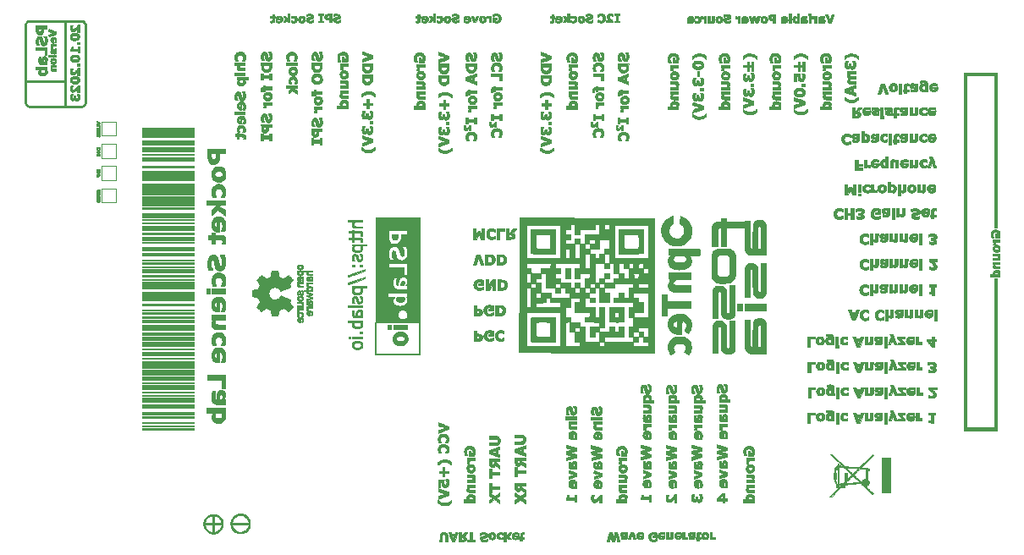
<source format=gbr>
G04 #@! TF.GenerationSoftware,KiCad,Pcbnew,7.0.8-7.0.8~ubuntu23.04.1*
G04 #@! TF.CreationDate,2023-10-23T05:56:26+00:00*
G04 #@! TF.ProjectId,PSLab,50534c61-622e-46b6-9963-61645f706362,v6.0-beta*
G04 #@! TF.SameCoordinates,Original*
G04 #@! TF.FileFunction,Legend,Bot*
G04 #@! TF.FilePolarity,Positive*
%FSLAX46Y46*%
G04 Gerber Fmt 4.6, Leading zero omitted, Abs format (unit mm)*
G04 Created by KiCad (PCBNEW 7.0.8-7.0.8~ubuntu23.04.1) date 2023-10-23 05:56:26*
%MOMM*%
%LPD*%
G01*
G04 APERTURE LIST*
%ADD10C,0.010000*%
%ADD11C,0.120000*%
G04 APERTURE END LIST*
D10*
X103722167Y-51344917D02*
X103574000Y-51344917D01*
X103574000Y-51143833D01*
X103722167Y-51143833D01*
X103722167Y-51344917D01*
G36*
X103722167Y-51344917D02*
G01*
X103574000Y-51344917D01*
X103574000Y-51143833D01*
X103722167Y-51143833D01*
X103722167Y-51344917D01*
G37*
X104346584Y-51334333D02*
X103785667Y-51334333D01*
X103785667Y-51143833D01*
X104346584Y-51143833D01*
X104346584Y-51334333D01*
G36*
X104346584Y-51334333D02*
G01*
X103785667Y-51334333D01*
X103785667Y-51143833D01*
X104346584Y-51143833D01*
X104346584Y-51334333D01*
G37*
X106664334Y-50096083D02*
X106420917Y-50096083D01*
X106420917Y-49863250D01*
X106664334Y-49863250D01*
X106664334Y-50096083D01*
G36*
X106664334Y-50096083D02*
G01*
X106420917Y-50096083D01*
X106420917Y-49863250D01*
X106664334Y-49863250D01*
X106664334Y-50096083D01*
G37*
X106664334Y-52255083D02*
X106420917Y-52255083D01*
X106420917Y-52022250D01*
X106664334Y-52022250D01*
X106664334Y-52255083D01*
G36*
X106664334Y-52255083D02*
G01*
X106420917Y-52255083D01*
X106420917Y-52022250D01*
X106664334Y-52022250D01*
X106664334Y-52255083D01*
G37*
X119766500Y-75041000D02*
X119438417Y-75041000D01*
X119438417Y-74554167D01*
X119766500Y-74554167D01*
X119766500Y-75041000D01*
G36*
X119766500Y-75041000D02*
G01*
X119438417Y-75041000D01*
X119438417Y-74554167D01*
X119766500Y-74554167D01*
X119766500Y-75041000D01*
G37*
X121248167Y-75030417D02*
X119935834Y-75030417D01*
X119935834Y-74564750D01*
X121248167Y-74564750D01*
X121248167Y-75030417D01*
G36*
X121248167Y-75030417D02*
G01*
X119935834Y-75030417D01*
X119935834Y-74564750D01*
X121248167Y-74564750D01*
X121248167Y-75030417D01*
G37*
X122370000Y-53175833D02*
X122168917Y-53175833D01*
X122168917Y-52900667D01*
X122370000Y-52900667D01*
X122370000Y-53175833D01*
G36*
X122370000Y-53175833D02*
G01*
X122168917Y-53175833D01*
X122168917Y-52900667D01*
X122370000Y-52900667D01*
X122370000Y-53175833D01*
G37*
X123248417Y-53165250D02*
X122465250Y-53165250D01*
X122465250Y-52911250D01*
X123248417Y-52911250D01*
X123248417Y-53165250D01*
G36*
X123248417Y-53165250D02*
G01*
X122465250Y-53165250D01*
X122465250Y-52911250D01*
X123248417Y-52911250D01*
X123248417Y-53165250D01*
G37*
X123248417Y-57059917D02*
X122168917Y-57059917D01*
X122168917Y-56805917D01*
X123248417Y-56805917D01*
X123248417Y-57059917D01*
G36*
X123248417Y-57059917D02*
G01*
X122168917Y-57059917D01*
X122168917Y-56805917D01*
X123248417Y-56805917D01*
X123248417Y-57059917D01*
G37*
X128423667Y-52159833D02*
X127344167Y-52159833D01*
X127344167Y-51905833D01*
X128423667Y-51905833D01*
X128423667Y-52159833D01*
G36*
X128423667Y-52159833D02*
G01*
X127344167Y-52159833D01*
X127344167Y-51905833D01*
X128423667Y-51905833D01*
X128423667Y-52159833D01*
G37*
X133800000Y-79538917D02*
X133609500Y-79538917D01*
X133609500Y-79348417D01*
X133800000Y-79348417D01*
X133800000Y-79538917D01*
G36*
X133800000Y-79538917D02*
G01*
X133609500Y-79538917D01*
X133609500Y-79348417D01*
X133800000Y-79348417D01*
X133800000Y-79538917D01*
G37*
X134223334Y-72352833D02*
X133958750Y-72352833D01*
X133958750Y-72151750D01*
X134223334Y-72151750D01*
X134223334Y-72352833D01*
G36*
X134223334Y-72352833D02*
G01*
X133958750Y-72352833D01*
X133958750Y-72151750D01*
X134223334Y-72151750D01*
X134223334Y-72352833D01*
G37*
X134985334Y-72352833D02*
X134720750Y-72352833D01*
X134720750Y-72151750D01*
X134985334Y-72151750D01*
X134985334Y-72352833D01*
G36*
X134985334Y-72352833D02*
G01*
X134720750Y-72352833D01*
X134720750Y-72151750D01*
X134985334Y-72151750D01*
X134985334Y-72352833D01*
G37*
X134985334Y-76406250D02*
X133556584Y-76406250D01*
X133556584Y-76236917D01*
X134985334Y-76236917D01*
X134985334Y-76406250D01*
G36*
X134985334Y-76406250D02*
G01*
X133556584Y-76406250D01*
X133556584Y-76236917D01*
X134985334Y-76236917D01*
X134985334Y-76406250D01*
G37*
X134985334Y-79009750D02*
X134720750Y-79009750D01*
X134720750Y-78808667D01*
X134985334Y-78808667D01*
X134985334Y-79009750D01*
G36*
X134985334Y-79009750D02*
G01*
X134720750Y-79009750D01*
X134720750Y-78808667D01*
X134985334Y-78808667D01*
X134985334Y-79009750D01*
G37*
X134985334Y-79528333D02*
X133958750Y-79528333D01*
X133958750Y-79359000D01*
X134985334Y-79359000D01*
X134985334Y-79528333D01*
G36*
X134985334Y-79528333D02*
G01*
X133958750Y-79528333D01*
X133958750Y-79359000D01*
X134985334Y-79359000D01*
X134985334Y-79528333D01*
G37*
X135980167Y-58054750D02*
X135705000Y-58054750D01*
X135705000Y-57790167D01*
X135980167Y-57790167D01*
X135980167Y-58054750D01*
G36*
X135980167Y-58054750D02*
G01*
X135705000Y-58054750D01*
X135705000Y-57790167D01*
X135980167Y-57790167D01*
X135980167Y-58054750D01*
G37*
X137895750Y-78597000D02*
X137546500Y-78597000D01*
X137546500Y-78163083D01*
X137895750Y-78163083D01*
X137895750Y-78597000D01*
G36*
X137895750Y-78597000D02*
G01*
X137546500Y-78597000D01*
X137546500Y-78163083D01*
X137895750Y-78163083D01*
X137895750Y-78597000D01*
G37*
X139493834Y-78575833D02*
X138086250Y-78575833D01*
X138086250Y-78173667D01*
X139493834Y-78173667D01*
X139493834Y-78575833D01*
G36*
X139493834Y-78575833D02*
G01*
X138086250Y-78575833D01*
X138086250Y-78173667D01*
X139493834Y-78173667D01*
X139493834Y-78575833D01*
G37*
X143642500Y-58118250D02*
X143367334Y-58118250D01*
X143367334Y-57853667D01*
X143642500Y-57853667D01*
X143642500Y-58118250D01*
G36*
X143642500Y-58118250D02*
G01*
X143367334Y-58118250D01*
X143367334Y-57853667D01*
X143642500Y-57853667D01*
X143642500Y-58118250D01*
G37*
X153855417Y-58118250D02*
X153569667Y-58118250D01*
X153569667Y-57853667D01*
X153855417Y-57853667D01*
X153855417Y-58118250D01*
G36*
X153855417Y-58118250D02*
G01*
X153569667Y-58118250D01*
X153569667Y-57853667D01*
X153855417Y-57853667D01*
X153855417Y-58118250D01*
G37*
X155517000Y-87614000D02*
X155315917Y-87614000D01*
X155315917Y-87338833D01*
X155517000Y-87338833D01*
X155517000Y-87614000D01*
G36*
X155517000Y-87614000D02*
G01*
X155315917Y-87614000D01*
X155315917Y-87338833D01*
X155517000Y-87338833D01*
X155517000Y-87614000D01*
G37*
X155771000Y-73495833D02*
X155273584Y-73495833D01*
X155273584Y-72511583D01*
X155771000Y-72511583D01*
X155771000Y-73495833D01*
G36*
X155771000Y-73495833D02*
G01*
X155273584Y-73495833D01*
X155273584Y-72511583D01*
X155771000Y-72511583D01*
X155771000Y-73495833D01*
G37*
X156395417Y-87614000D02*
X155612250Y-87614000D01*
X155612250Y-87349417D01*
X156395417Y-87349417D01*
X156395417Y-87614000D01*
G36*
X156395417Y-87614000D02*
G01*
X155612250Y-87614000D01*
X155612250Y-87349417D01*
X156395417Y-87349417D01*
X156395417Y-87614000D01*
G37*
X158025250Y-87645750D02*
X157824167Y-87645750D01*
X157824167Y-87370583D01*
X158025250Y-87370583D01*
X158025250Y-87645750D01*
G36*
X158025250Y-87645750D02*
G01*
X157824167Y-87645750D01*
X157824167Y-87370583D01*
X158025250Y-87370583D01*
X158025250Y-87645750D01*
G37*
X158236917Y-75919417D02*
X157739500Y-75919417D01*
X157739500Y-75422000D01*
X158236917Y-75422000D01*
X158236917Y-75919417D01*
G36*
X158236917Y-75919417D02*
G01*
X157739500Y-75919417D01*
X157739500Y-75422000D01*
X158236917Y-75422000D01*
X158236917Y-75919417D01*
G37*
X158914250Y-87635167D02*
X158131084Y-87635167D01*
X158131084Y-87381167D01*
X158914250Y-87381167D01*
X158914250Y-87635167D01*
G36*
X158914250Y-87635167D02*
G01*
X158131084Y-87635167D01*
X158131084Y-87381167D01*
X158914250Y-87381167D01*
X158914250Y-87635167D01*
G37*
X168714417Y-53260500D02*
X168502750Y-53260500D01*
X168502750Y-52731333D01*
X168714417Y-52731333D01*
X168714417Y-53260500D01*
G36*
X168714417Y-53260500D02*
G01*
X168502750Y-53260500D01*
X168502750Y-52731333D01*
X168714417Y-52731333D01*
X168714417Y-53260500D01*
G37*
X169074250Y-54721000D02*
X168788500Y-54721000D01*
X168788500Y-54456417D01*
X169074250Y-54456417D01*
X169074250Y-54721000D01*
G36*
X169074250Y-54721000D02*
G01*
X168788500Y-54721000D01*
X168788500Y-54456417D01*
X169074250Y-54456417D01*
X169074250Y-54721000D01*
G37*
X173021834Y-76734333D02*
X172503250Y-76734333D01*
X172503250Y-76088750D01*
X173021834Y-76088750D01*
X173021834Y-76734333D01*
G36*
X173021834Y-76734333D02*
G01*
X172503250Y-76734333D01*
X172503250Y-76088750D01*
X173021834Y-76088750D01*
X173021834Y-76734333D01*
G37*
X174133084Y-54265917D02*
X173847334Y-54265917D01*
X173847334Y-54001333D01*
X174133084Y-54001333D01*
X174133084Y-54265917D01*
G36*
X174133084Y-54265917D02*
G01*
X173847334Y-54265917D01*
X173847334Y-54001333D01*
X174133084Y-54001333D01*
X174133084Y-54265917D01*
G37*
X175360750Y-76734333D02*
X173222917Y-76734333D01*
X173222917Y-76088750D01*
X175360750Y-76088750D01*
X175360750Y-76734333D01*
G36*
X175360750Y-76734333D02*
G01*
X173222917Y-76734333D01*
X173222917Y-76088750D01*
X175360750Y-76088750D01*
X175360750Y-76734333D01*
G37*
X177879584Y-47937083D02*
X177667917Y-47937083D01*
X177667917Y-47048083D01*
X177879584Y-47048083D01*
X177879584Y-47937083D01*
G36*
X177879584Y-47937083D02*
G01*
X177667917Y-47937083D01*
X177667917Y-47048083D01*
X177879584Y-47048083D01*
X177879584Y-47937083D01*
G37*
X179223667Y-54265917D02*
X178948500Y-54265917D01*
X178948500Y-54001333D01*
X179223667Y-54001333D01*
X179223667Y-54265917D01*
G36*
X179223667Y-54265917D02*
G01*
X178948500Y-54265917D01*
X178948500Y-54001333D01*
X179223667Y-54001333D01*
X179223667Y-54265917D01*
G37*
X179858667Y-47937083D02*
X179647000Y-47937083D01*
X179647000Y-47291500D01*
X179858667Y-47291500D01*
X179858667Y-47937083D01*
G36*
X179858667Y-47937083D02*
G01*
X179647000Y-47937083D01*
X179647000Y-47291500D01*
X179858667Y-47291500D01*
X179858667Y-47937083D01*
G37*
X179869250Y-47206833D02*
X179636417Y-47206833D01*
X179636417Y-47048083D01*
X179869250Y-47048083D01*
X179869250Y-47206833D01*
G36*
X179869250Y-47206833D02*
G01*
X179636417Y-47206833D01*
X179636417Y-47048083D01*
X179869250Y-47048083D01*
X179869250Y-47206833D01*
G37*
X182599750Y-80131583D02*
X182345750Y-80131583D01*
X182345750Y-79348417D01*
X182599750Y-79348417D01*
X182599750Y-80131583D01*
G36*
X182599750Y-80131583D02*
G01*
X182345750Y-80131583D01*
X182345750Y-79348417D01*
X182599750Y-79348417D01*
X182599750Y-80131583D01*
G37*
X182610334Y-80427917D02*
X182335167Y-80427917D01*
X182335167Y-80237417D01*
X182610334Y-80237417D01*
X182610334Y-80427917D01*
G36*
X182610334Y-80427917D02*
G01*
X182335167Y-80427917D01*
X182335167Y-80237417D01*
X182610334Y-80237417D01*
X182610334Y-80427917D01*
G37*
X182631500Y-87751583D02*
X182377500Y-87751583D01*
X182377500Y-86968417D01*
X182631500Y-86968417D01*
X182631500Y-87751583D01*
G36*
X182631500Y-87751583D02*
G01*
X182377500Y-87751583D01*
X182377500Y-86968417D01*
X182631500Y-86968417D01*
X182631500Y-87751583D01*
G37*
X182642084Y-88058500D02*
X182366917Y-88058500D01*
X182366917Y-87857417D01*
X182642084Y-87857417D01*
X182642084Y-88058500D01*
G36*
X182642084Y-88058500D02*
G01*
X182366917Y-88058500D01*
X182366917Y-87857417D01*
X182642084Y-87857417D01*
X182642084Y-88058500D01*
G37*
X182652667Y-82671583D02*
X182398667Y-82671583D01*
X182398667Y-81888417D01*
X182652667Y-81888417D01*
X182652667Y-82671583D01*
G36*
X182652667Y-82671583D02*
G01*
X182398667Y-82671583D01*
X182398667Y-81888417D01*
X182652667Y-81888417D01*
X182652667Y-82671583D01*
G37*
X182663250Y-82967917D02*
X182388084Y-82967917D01*
X182388084Y-82777417D01*
X182663250Y-82777417D01*
X182663250Y-82967917D01*
G36*
X182663250Y-82967917D02*
G01*
X182388084Y-82967917D01*
X182388084Y-82777417D01*
X182663250Y-82777417D01*
X182663250Y-82967917D01*
G37*
X182663250Y-85211583D02*
X182398667Y-85211583D01*
X182398667Y-84428417D01*
X182663250Y-84428417D01*
X182663250Y-85211583D01*
G36*
X182663250Y-85211583D02*
G01*
X182398667Y-85211583D01*
X182398667Y-84428417D01*
X182663250Y-84428417D01*
X182663250Y-85211583D01*
G37*
X182663250Y-85507917D02*
X182398667Y-85507917D01*
X182398667Y-85306833D01*
X182663250Y-85306833D01*
X182663250Y-85507917D01*
G36*
X182663250Y-85507917D02*
G01*
X182398667Y-85507917D01*
X182398667Y-85306833D01*
X182663250Y-85306833D01*
X182663250Y-85507917D01*
G37*
X184843417Y-64902167D02*
X184578834Y-64902167D01*
X184578834Y-64119000D01*
X184843417Y-64119000D01*
X184843417Y-64902167D01*
G36*
X184843417Y-64902167D02*
G01*
X184578834Y-64902167D01*
X184578834Y-64119000D01*
X184843417Y-64119000D01*
X184843417Y-64902167D01*
G37*
X184854000Y-65209083D02*
X184578834Y-65209083D01*
X184578834Y-65008000D01*
X184854000Y-65008000D01*
X184854000Y-65209083D01*
G36*
X184854000Y-65209083D02*
G01*
X184578834Y-65209083D01*
X184578834Y-65008000D01*
X184854000Y-65008000D01*
X184854000Y-65209083D01*
G37*
X187087084Y-57176333D02*
X186822500Y-57176333D01*
X186822500Y-56393167D01*
X187087084Y-56393167D01*
X187087084Y-57176333D01*
G36*
X187087084Y-57176333D02*
G01*
X186822500Y-57176333D01*
X186822500Y-56393167D01*
X187087084Y-56393167D01*
X187087084Y-57176333D01*
G37*
X187097667Y-57472667D02*
X186822500Y-57472667D01*
X186822500Y-57271583D01*
X187097667Y-57271583D01*
X187097667Y-57472667D01*
G36*
X187097667Y-57472667D02*
G01*
X186822500Y-57472667D01*
X186822500Y-57271583D01*
X187097667Y-57271583D01*
X187097667Y-57472667D01*
G37*
X187436334Y-80427917D02*
X187182334Y-80427917D01*
X187182334Y-79348417D01*
X187436334Y-79348417D01*
X187436334Y-80427917D01*
G36*
X187436334Y-80427917D02*
G01*
X187182334Y-80427917D01*
X187182334Y-79348417D01*
X187436334Y-79348417D01*
X187436334Y-80427917D01*
G37*
X187468084Y-88058500D02*
X187214084Y-88058500D01*
X187214084Y-86968417D01*
X187468084Y-86968417D01*
X187468084Y-88058500D01*
G36*
X187468084Y-88058500D02*
G01*
X187214084Y-88058500D01*
X187214084Y-86968417D01*
X187468084Y-86968417D01*
X187468084Y-88058500D01*
G37*
X187489250Y-82967917D02*
X187235250Y-82967917D01*
X187235250Y-81888417D01*
X187489250Y-81888417D01*
X187489250Y-82967917D01*
G36*
X187489250Y-82967917D02*
G01*
X187235250Y-82967917D01*
X187235250Y-81888417D01*
X187489250Y-81888417D01*
X187489250Y-82967917D01*
G37*
X187499834Y-85507917D02*
X187235250Y-85507917D01*
X187235250Y-84428417D01*
X187499834Y-84428417D01*
X187499834Y-85507917D01*
G36*
X187499834Y-85507917D02*
G01*
X187235250Y-85507917D01*
X187235250Y-84428417D01*
X187499834Y-84428417D01*
X187499834Y-85507917D01*
G37*
X187923167Y-59843333D02*
X187669167Y-59843333D01*
X187669167Y-59060167D01*
X187923167Y-59060167D01*
X187923167Y-59843333D01*
G36*
X187923167Y-59843333D02*
G01*
X187669167Y-59843333D01*
X187669167Y-59060167D01*
X187923167Y-59060167D01*
X187923167Y-59843333D01*
G37*
X187933750Y-60139667D02*
X187658584Y-60139667D01*
X187658584Y-59949167D01*
X187933750Y-59949167D01*
X187933750Y-60139667D01*
G36*
X187933750Y-60139667D02*
G01*
X187658584Y-60139667D01*
X187658584Y-59949167D01*
X187933750Y-59949167D01*
X187933750Y-60139667D01*
G37*
X188208917Y-67294000D02*
X187954917Y-67294000D01*
X187954917Y-66510833D01*
X188208917Y-66510833D01*
X188208917Y-67294000D01*
G36*
X188208917Y-67294000D02*
G01*
X187954917Y-67294000D01*
X187954917Y-66510833D01*
X188208917Y-66510833D01*
X188208917Y-67294000D01*
G37*
X188219500Y-67600917D02*
X187944334Y-67600917D01*
X187944334Y-67399833D01*
X188219500Y-67399833D01*
X188219500Y-67600917D01*
G36*
X188219500Y-67600917D02*
G01*
X187944334Y-67600917D01*
X187944334Y-67399833D01*
X188219500Y-67399833D01*
X188219500Y-67600917D01*
G37*
X188949750Y-55091417D02*
X188685167Y-55091417D01*
X188685167Y-54001333D01*
X188949750Y-54001333D01*
X188949750Y-55091417D01*
G36*
X188949750Y-55091417D02*
G01*
X188685167Y-55091417D01*
X188685167Y-54001333D01*
X188949750Y-54001333D01*
X188949750Y-55091417D01*
G37*
X190928834Y-75220917D02*
X190674834Y-75220917D01*
X190674834Y-74130833D01*
X190928834Y-74130833D01*
X190928834Y-75220917D01*
G36*
X190928834Y-75220917D02*
G01*
X190674834Y-75220917D01*
X190674834Y-74130833D01*
X190928834Y-74130833D01*
X190928834Y-75220917D01*
G37*
X190950000Y-72670333D02*
X190696000Y-72670333D01*
X190696000Y-71590833D01*
X190950000Y-71590833D01*
X190950000Y-72670333D01*
G36*
X190950000Y-72670333D02*
G01*
X190696000Y-72670333D01*
X190696000Y-71590833D01*
X190950000Y-71590833D01*
X190950000Y-72670333D01*
G37*
X192463417Y-77729167D02*
X192209417Y-77729167D01*
X192209417Y-76649667D01*
X192463417Y-76649667D01*
X192463417Y-77729167D01*
G36*
X192463417Y-77729167D02*
G01*
X192209417Y-77729167D01*
X192209417Y-76649667D01*
X192463417Y-76649667D01*
X192463417Y-77729167D01*
G37*
X103425834Y-51196750D02*
X103203584Y-51196750D01*
X103203584Y-50688750D01*
X102325167Y-50688750D01*
X102325167Y-50392417D01*
X103425834Y-50392417D01*
X103425834Y-51196750D01*
G36*
X103425834Y-51196750D02*
G01*
X103203584Y-51196750D01*
X103203584Y-50688750D01*
X102325167Y-50688750D01*
X102325167Y-50392417D01*
X103425834Y-50392417D01*
X103425834Y-51196750D01*
G37*
X121248167Y-84523667D02*
X120909500Y-84523667D01*
X120909500Y-83645250D01*
X119512500Y-83645250D01*
X119512500Y-83147833D01*
X121248167Y-83147833D01*
X121248167Y-84523667D01*
G36*
X121248167Y-84523667D02*
G01*
X120909500Y-84523667D01*
X120909500Y-83645250D01*
X119512500Y-83645250D01*
X119512500Y-83147833D01*
X121248167Y-83147833D01*
X121248167Y-84523667D01*
G37*
X148913000Y-53736750D02*
X148701334Y-53736750D01*
X148701334Y-53260500D01*
X147875834Y-53260500D01*
X147875834Y-52985333D01*
X148913000Y-52985333D01*
X148913000Y-53736750D01*
G36*
X148913000Y-53736750D02*
G01*
X148701334Y-53736750D01*
X148701334Y-53260500D01*
X147875834Y-53260500D01*
X147875834Y-52985333D01*
X148913000Y-52985333D01*
X148913000Y-53736750D01*
G37*
X149209334Y-68743917D02*
X148733084Y-68743917D01*
X148733084Y-69580000D01*
X148457917Y-69580000D01*
X148457917Y-68542833D01*
X149209334Y-68542833D01*
X149209334Y-68743917D01*
G36*
X149209334Y-68743917D02*
G01*
X148733084Y-68743917D01*
X148733084Y-69580000D01*
X148457917Y-69580000D01*
X148457917Y-68542833D01*
X149209334Y-68542833D01*
X149209334Y-68743917D01*
G37*
X159094167Y-53736750D02*
X158882500Y-53736750D01*
X158882500Y-53260500D01*
X158057000Y-53260500D01*
X158057000Y-52985333D01*
X159094167Y-52985333D01*
X159094167Y-53736750D01*
G36*
X159094167Y-53736750D02*
G01*
X158882500Y-53736750D01*
X158882500Y-53260500D01*
X158057000Y-53260500D01*
X158057000Y-52985333D01*
X159094167Y-52985333D01*
X159094167Y-53736750D01*
G37*
X180250250Y-79560083D02*
X179774000Y-79560083D01*
X179774000Y-80385583D01*
X179498834Y-80385583D01*
X179498834Y-79348417D01*
X180250250Y-79348417D01*
X180250250Y-79560083D01*
G36*
X180250250Y-79560083D02*
G01*
X179774000Y-79560083D01*
X179774000Y-80385583D01*
X179498834Y-80385583D01*
X179498834Y-79348417D01*
X180250250Y-79348417D01*
X180250250Y-79560083D01*
G37*
X180282000Y-87180083D02*
X179805750Y-87180083D01*
X179805750Y-88005583D01*
X179530584Y-88005583D01*
X179530584Y-86968417D01*
X180282000Y-86968417D01*
X180282000Y-87180083D01*
G36*
X180282000Y-87180083D02*
G01*
X179805750Y-87180083D01*
X179805750Y-88005583D01*
X179530584Y-88005583D01*
X179530584Y-86968417D01*
X180282000Y-86968417D01*
X180282000Y-87180083D01*
G37*
X180303167Y-82100083D02*
X179826917Y-82100083D01*
X179826917Y-82925583D01*
X179551750Y-82925583D01*
X179551750Y-81888417D01*
X180303167Y-81888417D01*
X180303167Y-82100083D01*
G36*
X180303167Y-82100083D02*
G01*
X179826917Y-82100083D01*
X179826917Y-82925583D01*
X179551750Y-82925583D01*
X179551750Y-81888417D01*
X180303167Y-81888417D01*
X180303167Y-82100083D01*
G37*
X180313750Y-84629500D02*
X179837500Y-84629500D01*
X179837500Y-85465583D01*
X179562334Y-85465583D01*
X179562334Y-84428417D01*
X180313750Y-84428417D01*
X180313750Y-84629500D01*
G36*
X180313750Y-84629500D02*
G01*
X179837500Y-84629500D01*
X179837500Y-85465583D01*
X179562334Y-85465583D01*
X179562334Y-84428417D01*
X180313750Y-84428417D01*
X180313750Y-84629500D01*
G37*
X190947450Y-69582646D02*
X190944709Y-70125042D01*
X190815063Y-70128013D01*
X190685417Y-70130985D01*
X190685417Y-69040250D01*
X190950192Y-69040250D01*
X190947450Y-69582646D01*
G36*
X190947450Y-69582646D02*
G01*
X190944709Y-70125042D01*
X190815063Y-70128013D01*
X190685417Y-70130985D01*
X190685417Y-69040250D01*
X190950192Y-69040250D01*
X190947450Y-69582646D01*
G37*
X145992000Y-99647250D02*
X146267167Y-99647250D01*
X146267167Y-99827167D01*
X145484000Y-99827167D01*
X145484000Y-99647250D01*
X145759167Y-99647250D01*
X145759167Y-98948750D01*
X145992000Y-98948750D01*
X145992000Y-99647250D01*
G36*
X145992000Y-99647250D02*
G01*
X146267167Y-99647250D01*
X146267167Y-99827167D01*
X145484000Y-99827167D01*
X145484000Y-99647250D01*
X145759167Y-99647250D01*
X145759167Y-98948750D01*
X145992000Y-98948750D01*
X145992000Y-99647250D01*
G37*
X147897000Y-92863333D02*
X148722500Y-92863333D01*
X148722500Y-93138500D01*
X147897000Y-93138500D01*
X147897000Y-93466583D01*
X147685334Y-93466583D01*
X147685334Y-92545833D01*
X147897000Y-92545833D01*
X147897000Y-92863333D01*
G36*
X147897000Y-92863333D02*
G01*
X148722500Y-92863333D01*
X148722500Y-93138500D01*
X147897000Y-93138500D01*
X147897000Y-93466583D01*
X147685334Y-93466583D01*
X147685334Y-92545833D01*
X147897000Y-92545833D01*
X147897000Y-92863333D01*
G37*
X147897000Y-94313250D02*
X148722500Y-94313250D01*
X148722500Y-94588417D01*
X147897000Y-94588417D01*
X147897000Y-94905917D01*
X147685334Y-94905917D01*
X147685334Y-93995750D01*
X147897000Y-93995750D01*
X147897000Y-94313250D01*
G36*
X147897000Y-94313250D02*
G01*
X148722500Y-94313250D01*
X148722500Y-94588417D01*
X147897000Y-94588417D01*
X147897000Y-94905917D01*
X147685334Y-94905917D01*
X147685334Y-93995750D01*
X147897000Y-93995750D01*
X147897000Y-94313250D01*
G37*
X150458167Y-92746917D02*
X151283667Y-92746917D01*
X151283667Y-93022083D01*
X150458167Y-93022083D01*
X150458167Y-93339583D01*
X150246500Y-93339583D01*
X150246500Y-92418833D01*
X150458167Y-92418833D01*
X150458167Y-92746917D01*
G36*
X150458167Y-92746917D02*
G01*
X151283667Y-92746917D01*
X151283667Y-93022083D01*
X150458167Y-93022083D01*
X150458167Y-93339583D01*
X150246500Y-93339583D01*
X150246500Y-92418833D01*
X150458167Y-92418833D01*
X150458167Y-92746917D01*
G37*
X184568250Y-62055250D02*
X185002167Y-62055250D01*
X185002167Y-62266917D01*
X184568250Y-62266917D01*
X184568250Y-62446833D01*
X185033917Y-62446833D01*
X185033917Y-62647917D01*
X184293084Y-62647917D01*
X184293084Y-61621333D01*
X184568250Y-61621333D01*
X184568250Y-62055250D01*
G36*
X184568250Y-62055250D02*
G01*
X185002167Y-62055250D01*
X185002167Y-62266917D01*
X184568250Y-62266917D01*
X184568250Y-62446833D01*
X185033917Y-62446833D01*
X185033917Y-62647917D01*
X184293084Y-62647917D01*
X184293084Y-61621333D01*
X184568250Y-61621333D01*
X184568250Y-62055250D01*
G37*
X125047584Y-53197000D02*
X125693167Y-53197000D01*
X125693167Y-53027667D01*
X125894250Y-53027667D01*
X125894250Y-53641500D01*
X125693167Y-53641500D01*
X125693167Y-53472167D01*
X125047584Y-53472167D01*
X125047584Y-53641500D01*
X124857084Y-53641500D01*
X124857084Y-53027667D01*
X125047584Y-53027667D01*
X125047584Y-53197000D01*
G36*
X125047584Y-53197000D02*
G01*
X125693167Y-53197000D01*
X125693167Y-53027667D01*
X125894250Y-53027667D01*
X125894250Y-53641500D01*
X125693167Y-53641500D01*
X125693167Y-53472167D01*
X125047584Y-53472167D01*
X125047584Y-53641500D01*
X124857084Y-53641500D01*
X124857084Y-53027667D01*
X125047584Y-53027667D01*
X125047584Y-53197000D01*
G37*
X130095834Y-59663417D02*
X130752000Y-59663417D01*
X130752000Y-59494083D01*
X130942500Y-59494083D01*
X130942500Y-60107917D01*
X130752000Y-60107917D01*
X130752000Y-59938583D01*
X130095834Y-59938583D01*
X130095834Y-60107917D01*
X129905334Y-60107917D01*
X129905334Y-59494083D01*
X130095834Y-59494083D01*
X130095834Y-59663417D01*
G36*
X130095834Y-59663417D02*
G01*
X130752000Y-59663417D01*
X130752000Y-59494083D01*
X130942500Y-59494083D01*
X130942500Y-60107917D01*
X130752000Y-60107917D01*
X130752000Y-59938583D01*
X130095834Y-59938583D01*
X130095834Y-60107917D01*
X129905334Y-60107917D01*
X129905334Y-59494083D01*
X130095834Y-59494083D01*
X130095834Y-59663417D01*
G37*
X131090667Y-47206833D02*
X130953084Y-47206833D01*
X130953084Y-47736000D01*
X131090667Y-47736000D01*
X131090667Y-47894750D01*
X130582667Y-47894750D01*
X130582667Y-47736000D01*
X130720250Y-47736000D01*
X130720250Y-47206833D01*
X130582667Y-47206833D01*
X130582667Y-47048083D01*
X131090667Y-47048083D01*
X131090667Y-47206833D01*
G36*
X131090667Y-47206833D02*
G01*
X130953084Y-47206833D01*
X130953084Y-47736000D01*
X131090667Y-47736000D01*
X131090667Y-47894750D01*
X130582667Y-47894750D01*
X130582667Y-47736000D01*
X130720250Y-47736000D01*
X130720250Y-47206833D01*
X130582667Y-47206833D01*
X130582667Y-47048083D01*
X131090667Y-47048083D01*
X131090667Y-47206833D01*
G37*
X135620334Y-55959250D02*
X135980167Y-55959250D01*
X135980167Y-56149750D01*
X135620334Y-56149750D01*
X135620334Y-56520167D01*
X135429834Y-56520167D01*
X135429834Y-56149750D01*
X135059417Y-56149750D01*
X135059417Y-55959250D01*
X135429834Y-55959250D01*
X135429834Y-55588833D01*
X135620334Y-55588833D01*
X135620334Y-55959250D01*
G36*
X135620334Y-55959250D02*
G01*
X135980167Y-55959250D01*
X135980167Y-56149750D01*
X135620334Y-56149750D01*
X135620334Y-56520167D01*
X135429834Y-56520167D01*
X135429834Y-56149750D01*
X135059417Y-56149750D01*
X135059417Y-55959250D01*
X135429834Y-55959250D01*
X135429834Y-55588833D01*
X135620334Y-55588833D01*
X135620334Y-55959250D01*
G37*
X143229750Y-92799833D02*
X143600167Y-92799833D01*
X143600167Y-92990333D01*
X143229750Y-92990333D01*
X143229750Y-93360750D01*
X143039250Y-93360750D01*
X143039250Y-92990333D01*
X142668834Y-92990333D01*
X142668834Y-92799833D01*
X143039250Y-92799833D01*
X143039250Y-92429417D01*
X143229750Y-92429417D01*
X143229750Y-92799833D01*
G36*
X143229750Y-92799833D02*
G01*
X143600167Y-92799833D01*
X143600167Y-92990333D01*
X143229750Y-92990333D01*
X143229750Y-93360750D01*
X143039250Y-93360750D01*
X143039250Y-92990333D01*
X142668834Y-92990333D01*
X142668834Y-92799833D01*
X143039250Y-92799833D01*
X143039250Y-92429417D01*
X143229750Y-92429417D01*
X143229750Y-92799833D01*
G37*
X143282667Y-56022750D02*
X143642500Y-56022750D01*
X143642500Y-56213250D01*
X143282667Y-56213250D01*
X143282667Y-56583667D01*
X143081584Y-56583667D01*
X143081584Y-56213250D01*
X142721750Y-56213250D01*
X142721750Y-56022750D01*
X143081584Y-56022750D01*
X143081584Y-55652333D01*
X143282667Y-55652333D01*
X143282667Y-56022750D01*
G36*
X143282667Y-56022750D02*
G01*
X143642500Y-56022750D01*
X143642500Y-56213250D01*
X143282667Y-56213250D01*
X143282667Y-56583667D01*
X143081584Y-56583667D01*
X143081584Y-56213250D01*
X142721750Y-56213250D01*
X142721750Y-56022750D01*
X143081584Y-56022750D01*
X143081584Y-55652333D01*
X143282667Y-55652333D01*
X143282667Y-56022750D01*
G37*
X145526334Y-57589083D02*
X146182500Y-57589083D01*
X146182500Y-57419750D01*
X146373000Y-57419750D01*
X146373000Y-58023000D01*
X146182500Y-58023000D01*
X146182500Y-57864250D01*
X145526334Y-57864250D01*
X145526334Y-58023000D01*
X145335834Y-58023000D01*
X145335834Y-57419750D01*
X145526334Y-57419750D01*
X145526334Y-57589083D01*
G36*
X145526334Y-57589083D02*
G01*
X146182500Y-57589083D01*
X146182500Y-57419750D01*
X146373000Y-57419750D01*
X146373000Y-58023000D01*
X146182500Y-58023000D01*
X146182500Y-57864250D01*
X145526334Y-57864250D01*
X145526334Y-58023000D01*
X145335834Y-58023000D01*
X145335834Y-57419750D01*
X145526334Y-57419750D01*
X145526334Y-57589083D01*
G37*
X148066334Y-57239833D02*
X148722500Y-57239833D01*
X148722500Y-57070500D01*
X148913000Y-57070500D01*
X148913000Y-57684333D01*
X148722500Y-57684333D01*
X148722500Y-57515000D01*
X148066334Y-57515000D01*
X148066334Y-57684333D01*
X147875834Y-57684333D01*
X147875834Y-57070500D01*
X148066334Y-57070500D01*
X148066334Y-57239833D01*
G36*
X148066334Y-57239833D02*
G01*
X148722500Y-57239833D01*
X148722500Y-57070500D01*
X148913000Y-57070500D01*
X148913000Y-57684333D01*
X148722500Y-57684333D01*
X148722500Y-57515000D01*
X148066334Y-57515000D01*
X148066334Y-57684333D01*
X147875834Y-57684333D01*
X147875834Y-57070500D01*
X148066334Y-57070500D01*
X148066334Y-57239833D01*
G37*
X153495584Y-56022750D02*
X153855417Y-56022750D01*
X153855417Y-56213250D01*
X153495584Y-56213250D01*
X153495584Y-56583667D01*
X153294500Y-56583667D01*
X153294500Y-56213250D01*
X152934667Y-56213250D01*
X152934667Y-56022750D01*
X153294500Y-56022750D01*
X153294500Y-55652333D01*
X153495584Y-55652333D01*
X153495584Y-56022750D01*
G36*
X153495584Y-56022750D02*
G01*
X153855417Y-56022750D01*
X153855417Y-56213250D01*
X153495584Y-56213250D01*
X153495584Y-56583667D01*
X153294500Y-56583667D01*
X153294500Y-56213250D01*
X152934667Y-56213250D01*
X152934667Y-56022750D01*
X153294500Y-56022750D01*
X153294500Y-55652333D01*
X153495584Y-55652333D01*
X153495584Y-56022750D01*
G37*
X158247500Y-57239833D02*
X158903667Y-57239833D01*
X158903667Y-57070500D01*
X159094167Y-57070500D01*
X159094167Y-57684333D01*
X158903667Y-57684333D01*
X158903667Y-57515000D01*
X158247500Y-57515000D01*
X158247500Y-57684333D01*
X158057000Y-57684333D01*
X158057000Y-57070500D01*
X158247500Y-57070500D01*
X158247500Y-57239833D01*
G36*
X158247500Y-57239833D02*
G01*
X158903667Y-57239833D01*
X158903667Y-57070500D01*
X159094167Y-57070500D01*
X159094167Y-57684333D01*
X158903667Y-57684333D01*
X158903667Y-57515000D01*
X158247500Y-57515000D01*
X158247500Y-57684333D01*
X158057000Y-57684333D01*
X158057000Y-57070500D01*
X158247500Y-57070500D01*
X158247500Y-57239833D01*
G37*
X160724000Y-47206833D02*
X160586417Y-47206833D01*
X160586417Y-47736000D01*
X160724000Y-47736000D01*
X160724000Y-47894750D01*
X160226584Y-47894750D01*
X160226584Y-47736000D01*
X160364167Y-47736000D01*
X160364167Y-47206833D01*
X160226584Y-47206833D01*
X160226584Y-47048083D01*
X160724000Y-47048083D01*
X160724000Y-47206833D01*
G36*
X160724000Y-47206833D02*
G01*
X160586417Y-47206833D01*
X160586417Y-47736000D01*
X160724000Y-47736000D01*
X160724000Y-47894750D01*
X160226584Y-47894750D01*
X160226584Y-47736000D01*
X160364167Y-47736000D01*
X160364167Y-47206833D01*
X160226584Y-47206833D01*
X160226584Y-47048083D01*
X160724000Y-47048083D01*
X160724000Y-47206833D01*
G37*
X160755750Y-57589083D02*
X161411917Y-57589083D01*
X161411917Y-57419750D01*
X161602417Y-57419750D01*
X161602417Y-58023000D01*
X161411917Y-58023000D01*
X161411917Y-57864250D01*
X160755750Y-57864250D01*
X160755750Y-58023000D01*
X160565250Y-58023000D01*
X160565250Y-57419750D01*
X160755750Y-57419750D01*
X160755750Y-57589083D01*
G36*
X160755750Y-57589083D02*
G01*
X161411917Y-57589083D01*
X161411917Y-57419750D01*
X161602417Y-57419750D01*
X161602417Y-58023000D01*
X161411917Y-58023000D01*
X161411917Y-57864250D01*
X160755750Y-57864250D01*
X160755750Y-58023000D01*
X160565250Y-58023000D01*
X160565250Y-57419750D01*
X160755750Y-57419750D01*
X160755750Y-57589083D01*
G37*
X183488750Y-66965917D02*
X183869750Y-66965917D01*
X183869750Y-66510833D01*
X184144917Y-66510833D01*
X184144917Y-67548000D01*
X183869750Y-67548000D01*
X183869750Y-67177583D01*
X183488750Y-67177583D01*
X183488750Y-67548000D01*
X183213584Y-67548000D01*
X183213584Y-66510833D01*
X183488750Y-66510833D01*
X183488750Y-66965917D01*
G36*
X183488750Y-66965917D02*
G01*
X183869750Y-66965917D01*
X183869750Y-66510833D01*
X184144917Y-66510833D01*
X184144917Y-67548000D01*
X183869750Y-67548000D01*
X183869750Y-67177583D01*
X183488750Y-67177583D01*
X183488750Y-67548000D01*
X183213584Y-67548000D01*
X183213584Y-66510833D01*
X183488750Y-66510833D01*
X183488750Y-66965917D01*
G37*
X189256667Y-79549500D02*
X188863279Y-79549500D01*
X189256667Y-79970900D01*
X189256667Y-80131583D01*
X188537000Y-80131583D01*
X188537000Y-79941561D01*
X188725954Y-79938676D01*
X188914907Y-79935792D01*
X188526563Y-79523042D01*
X188526490Y-79435729D01*
X188526417Y-79348417D01*
X189256667Y-79348417D01*
X189256667Y-79549500D01*
G36*
X189256667Y-79549500D02*
G01*
X188863279Y-79549500D01*
X189256667Y-79970900D01*
X189256667Y-80131583D01*
X188537000Y-80131583D01*
X188537000Y-79941561D01*
X188725954Y-79938676D01*
X188914907Y-79935792D01*
X188526563Y-79523042D01*
X188526490Y-79435729D01*
X188526417Y-79348417D01*
X189256667Y-79348417D01*
X189256667Y-79549500D01*
G37*
X108759834Y-65155473D02*
X108640771Y-65158466D01*
X108521709Y-65161458D01*
X108640771Y-65234548D01*
X108759834Y-65307637D01*
X108759834Y-65410167D01*
X108368250Y-65410167D01*
X108368250Y-65314917D01*
X108574025Y-65314917D01*
X108471138Y-65250198D01*
X108368250Y-65185480D01*
X108368250Y-65050333D01*
X108759834Y-65050333D01*
X108759834Y-65155473D01*
G36*
X108759834Y-65155473D02*
G01*
X108640771Y-65158466D01*
X108521709Y-65161458D01*
X108640771Y-65234548D01*
X108759834Y-65307637D01*
X108759834Y-65410167D01*
X108368250Y-65410167D01*
X108368250Y-65314917D01*
X108574025Y-65314917D01*
X108471138Y-65250198D01*
X108368250Y-65185480D01*
X108368250Y-65050333D01*
X108759834Y-65050333D01*
X108759834Y-65155473D01*
G37*
X189288417Y-87169033D02*
X189093594Y-87171912D01*
X188898771Y-87174792D01*
X189093594Y-87384520D01*
X189288417Y-87594249D01*
X189288417Y-87751583D01*
X188568750Y-87751583D01*
X188568750Y-87561083D01*
X188950956Y-87561083D01*
X188754561Y-87353224D01*
X188558167Y-87145366D01*
X188558167Y-86968417D01*
X189288417Y-86968417D01*
X189288417Y-87169033D01*
G36*
X189288417Y-87169033D02*
G01*
X189093594Y-87171912D01*
X188898771Y-87174792D01*
X189093594Y-87384520D01*
X189288417Y-87594249D01*
X189288417Y-87751583D01*
X188568750Y-87751583D01*
X188568750Y-87561083D01*
X188950956Y-87561083D01*
X188754561Y-87353224D01*
X188558167Y-87145366D01*
X188558167Y-86968417D01*
X189288417Y-86968417D01*
X189288417Y-87169033D01*
G37*
X189309584Y-82089033D02*
X189114911Y-82091912D01*
X188920239Y-82094792D01*
X189114911Y-82303828D01*
X189309584Y-82512865D01*
X189309584Y-82671583D01*
X188589917Y-82671583D01*
X188589917Y-82481083D01*
X188972224Y-82481083D01*
X188775779Y-82272711D01*
X188579334Y-82064338D01*
X188579334Y-81888417D01*
X189309584Y-81888417D01*
X189309584Y-82089033D01*
G36*
X189309584Y-82089033D02*
G01*
X189114911Y-82091912D01*
X188920239Y-82094792D01*
X189114911Y-82303828D01*
X189309584Y-82512865D01*
X189309584Y-82671583D01*
X188589917Y-82671583D01*
X188589917Y-82481083D01*
X188972224Y-82481083D01*
X188775779Y-82272711D01*
X188579334Y-82064338D01*
X188579334Y-81888417D01*
X189309584Y-81888417D01*
X189309584Y-82089033D01*
G37*
X189320167Y-84618917D02*
X188916195Y-84618917D01*
X189112889Y-84829617D01*
X189309584Y-85040317D01*
X189309584Y-85211583D01*
X188600500Y-85211583D01*
X188600500Y-85021561D01*
X188789311Y-85018676D01*
X188978123Y-85015792D01*
X188579419Y-84592458D01*
X188579376Y-84510437D01*
X188579334Y-84428417D01*
X189320167Y-84428417D01*
X189320167Y-84618917D01*
G36*
X189320167Y-84618917D02*
G01*
X188916195Y-84618917D01*
X189112889Y-84829617D01*
X189309584Y-85040317D01*
X189309584Y-85211583D01*
X188600500Y-85211583D01*
X188600500Y-85021561D01*
X188789311Y-85018676D01*
X188978123Y-85015792D01*
X188579419Y-84592458D01*
X188579376Y-84510437D01*
X188579334Y-84428417D01*
X189320167Y-84428417D01*
X189320167Y-84618917D01*
G37*
X125894250Y-59674000D02*
X125693167Y-59674000D01*
X125693167Y-59504667D01*
X125047584Y-59504667D01*
X125047584Y-59674000D01*
X124857084Y-59674000D01*
X124857084Y-59060167D01*
X125047584Y-59060167D01*
X125047584Y-59229500D01*
X125692276Y-59229500D01*
X125695367Y-59147479D01*
X125698459Y-59065458D01*
X125796354Y-59062415D01*
X125894250Y-59059372D01*
X125894250Y-59674000D01*
G36*
X125894250Y-59674000D02*
G01*
X125693167Y-59674000D01*
X125693167Y-59504667D01*
X125047584Y-59504667D01*
X125047584Y-59674000D01*
X124857084Y-59674000D01*
X124857084Y-59060167D01*
X125047584Y-59060167D01*
X125047584Y-59229500D01*
X125692276Y-59229500D01*
X125695367Y-59147479D01*
X125698459Y-59065458D01*
X125796354Y-59062415D01*
X125894250Y-59059372D01*
X125894250Y-59674000D01*
G37*
X147571414Y-73968516D02*
X147574209Y-74303615D01*
X147780584Y-73968851D01*
X147986959Y-73634086D01*
X148121896Y-73633751D01*
X148256834Y-73633417D01*
X148256834Y-74670583D01*
X148002834Y-74670583D01*
X148002834Y-74095110D01*
X147820271Y-74382511D01*
X147637709Y-74669911D01*
X147314917Y-74670583D01*
X147314917Y-73633417D01*
X147568620Y-73633417D01*
X147571414Y-73968516D01*
G36*
X147571414Y-73968516D02*
G01*
X147574209Y-74303615D01*
X147780584Y-73968851D01*
X147986959Y-73634086D01*
X148121896Y-73633751D01*
X148256834Y-73633417D01*
X148256834Y-74670583D01*
X148002834Y-74670583D01*
X148002834Y-74095110D01*
X147820271Y-74382511D01*
X147637709Y-74669911D01*
X147314917Y-74670583D01*
X147314917Y-73633417D01*
X147568620Y-73633417D01*
X147571414Y-73968516D01*
G37*
X106039917Y-50530000D02*
X106495000Y-50530000D01*
X106495000Y-50350083D01*
X106664334Y-50350083D01*
X106664334Y-50942750D01*
X106495000Y-50942750D01*
X106495000Y-50762833D01*
X105764750Y-50762833D01*
X105764750Y-50564961D01*
X105807304Y-50548245D01*
X105839064Y-50529902D01*
X105861705Y-50501473D01*
X105877295Y-50459243D01*
X105887222Y-50404776D01*
X105894477Y-50350083D01*
X106039917Y-50350083D01*
X106039917Y-50530000D01*
G36*
X106039917Y-50530000D02*
G01*
X106495000Y-50530000D01*
X106495000Y-50350083D01*
X106664334Y-50350083D01*
X106664334Y-50942750D01*
X106495000Y-50942750D01*
X106495000Y-50762833D01*
X105764750Y-50762833D01*
X105764750Y-50564961D01*
X105807304Y-50548245D01*
X105839064Y-50529902D01*
X105861705Y-50501473D01*
X105877295Y-50459243D01*
X105887222Y-50404776D01*
X105894477Y-50350083D01*
X106039917Y-50350083D01*
X106039917Y-50530000D01*
G37*
X133524834Y-52286833D02*
X133008361Y-52286833D01*
X132995368Y-52340997D01*
X132988855Y-52385179D01*
X132986263Y-52443570D01*
X132987410Y-52499747D01*
X132992446Y-52604333D01*
X132741667Y-52604333D01*
X132741667Y-52553337D01*
X132751521Y-52473592D01*
X132779712Y-52394519D01*
X132810735Y-52340791D01*
X132847851Y-52286833D01*
X132741667Y-52286833D01*
X132741667Y-52032833D01*
X133524834Y-52032833D01*
X133524834Y-52286833D01*
G36*
X133524834Y-52286833D02*
G01*
X133008361Y-52286833D01*
X132995368Y-52340997D01*
X132988855Y-52385179D01*
X132986263Y-52443570D01*
X132987410Y-52499747D01*
X132992446Y-52604333D01*
X132741667Y-52604333D01*
X132741667Y-52553337D01*
X132751521Y-52473592D01*
X132779712Y-52394519D01*
X132810735Y-52340791D01*
X132847851Y-52286833D01*
X132741667Y-52286833D01*
X132741667Y-52032833D01*
X133524834Y-52032833D01*
X133524834Y-52286833D01*
G37*
X171698917Y-52403250D02*
X171171861Y-52403250D01*
X171158850Y-52457489D01*
X171152245Y-52502367D01*
X171149803Y-52560745D01*
X171151028Y-52610947D01*
X171156217Y-52710167D01*
X170905167Y-52710167D01*
X170905167Y-52664462D01*
X170914191Y-52592667D01*
X170939579Y-52518892D01*
X170974235Y-52457207D01*
X171011351Y-52403250D01*
X170905167Y-52403250D01*
X170905167Y-52138667D01*
X171698917Y-52138667D01*
X171698917Y-52403250D01*
G36*
X171698917Y-52403250D02*
G01*
X171171861Y-52403250D01*
X171158850Y-52457489D01*
X171152245Y-52502367D01*
X171149803Y-52560745D01*
X171151028Y-52610947D01*
X171156217Y-52710167D01*
X170905167Y-52710167D01*
X170905167Y-52664462D01*
X170914191Y-52592667D01*
X170939579Y-52518892D01*
X170974235Y-52457207D01*
X171011351Y-52403250D01*
X170905167Y-52403250D01*
X170905167Y-52138667D01*
X171698917Y-52138667D01*
X171698917Y-52403250D01*
G37*
X173656834Y-52170417D02*
X173932000Y-52170417D01*
X173932000Y-51800000D01*
X174133084Y-51800000D01*
X174133084Y-52731333D01*
X173932000Y-52731333D01*
X173932000Y-52360917D01*
X173656834Y-52360917D01*
X173656834Y-52731333D01*
X173466334Y-52731333D01*
X173466334Y-52360917D01*
X173095917Y-52360917D01*
X173095917Y-52170417D01*
X173466334Y-52170417D01*
X173466334Y-51800000D01*
X173656834Y-51800000D01*
X173656834Y-52170417D01*
G36*
X173656834Y-52170417D02*
G01*
X173932000Y-52170417D01*
X173932000Y-51800000D01*
X174133084Y-51800000D01*
X174133084Y-52731333D01*
X173932000Y-52731333D01*
X173932000Y-52360917D01*
X173656834Y-52360917D01*
X173656834Y-52731333D01*
X173466334Y-52731333D01*
X173466334Y-52360917D01*
X173095917Y-52360917D01*
X173095917Y-52170417D01*
X173466334Y-52170417D01*
X173466334Y-51800000D01*
X173656834Y-51800000D01*
X173656834Y-52170417D01*
G37*
X178758000Y-52170417D02*
X179033167Y-52170417D01*
X179033167Y-51800000D01*
X179223667Y-51800000D01*
X179223667Y-52731333D01*
X179033167Y-52731333D01*
X179033167Y-52360917D01*
X178758000Y-52360917D01*
X178758000Y-52731333D01*
X178556917Y-52731333D01*
X178556917Y-52360917D01*
X178197084Y-52360917D01*
X178197084Y-52170417D01*
X178556917Y-52170417D01*
X178556917Y-51800000D01*
X178758000Y-51800000D01*
X178758000Y-52170417D01*
G36*
X178758000Y-52170417D02*
G01*
X179033167Y-52170417D01*
X179033167Y-51800000D01*
X179223667Y-51800000D01*
X179223667Y-52731333D01*
X179033167Y-52731333D01*
X179033167Y-52360917D01*
X178758000Y-52360917D01*
X178758000Y-52731333D01*
X178556917Y-52731333D01*
X178556917Y-52360917D01*
X178197084Y-52360917D01*
X178197084Y-52170417D01*
X178556917Y-52170417D01*
X178556917Y-51800000D01*
X178758000Y-51800000D01*
X178758000Y-52170417D01*
G37*
X130942500Y-56562500D02*
X130427267Y-56562500D01*
X130413496Y-56607479D01*
X130407057Y-56640939D01*
X130402706Y-56689428D01*
X130400923Y-56746870D01*
X130400974Y-56766229D01*
X130402223Y-56880000D01*
X130156550Y-56880000D01*
X130161560Y-56803271D01*
X130173409Y-56727965D01*
X130200156Y-56659755D01*
X130240456Y-56596896D01*
X130266244Y-56562500D01*
X130159334Y-56562500D01*
X130159334Y-56308500D01*
X130942500Y-56308500D01*
X130942500Y-56562500D01*
G36*
X130942500Y-56562500D02*
G01*
X130427267Y-56562500D01*
X130413496Y-56607479D01*
X130407057Y-56640939D01*
X130402706Y-56689428D01*
X130400923Y-56746870D01*
X130400974Y-56766229D01*
X130402223Y-56880000D01*
X130156550Y-56880000D01*
X130161560Y-56803271D01*
X130173409Y-56727965D01*
X130200156Y-56659755D01*
X130240456Y-56596896D01*
X130266244Y-56562500D01*
X130159334Y-56562500D01*
X130159334Y-56308500D01*
X130942500Y-56308500D01*
X130942500Y-56562500D01*
G37*
X146224834Y-91720333D02*
X145707892Y-91720333D01*
X145693849Y-91760021D01*
X145686592Y-91794320D01*
X145682242Y-91846238D01*
X145681072Y-91912393D01*
X145681130Y-91918771D01*
X145682454Y-92037833D01*
X145441667Y-92037833D01*
X145441667Y-91975664D01*
X145449345Y-91901076D01*
X145473717Y-91832237D01*
X145510476Y-91771818D01*
X145547465Y-91720333D01*
X145441667Y-91720333D01*
X145441667Y-91466333D01*
X146224834Y-91466333D01*
X146224834Y-91720333D01*
G36*
X146224834Y-91720333D02*
G01*
X145707892Y-91720333D01*
X145693849Y-91760021D01*
X145686592Y-91794320D01*
X145682242Y-91846238D01*
X145681072Y-91912393D01*
X145681130Y-91918771D01*
X145682454Y-92037833D01*
X145441667Y-92037833D01*
X145441667Y-91975664D01*
X145449345Y-91901076D01*
X145473717Y-91832237D01*
X145510476Y-91771818D01*
X145547465Y-91720333D01*
X145441667Y-91720333D01*
X145441667Y-91466333D01*
X146224834Y-91466333D01*
X146224834Y-91720333D01*
G37*
X146373000Y-56520167D02*
X145856058Y-56520167D01*
X145842013Y-56559854D01*
X145834902Y-56593193D01*
X145830399Y-56643654D01*
X145828827Y-56707319D01*
X145828870Y-56718604D01*
X145829772Y-56837667D01*
X145589834Y-56837667D01*
X145589834Y-56775497D01*
X145597512Y-56700909D01*
X145621883Y-56632070D01*
X145658643Y-56571652D01*
X145695632Y-56520167D01*
X145589834Y-56520167D01*
X145589834Y-56266167D01*
X146373000Y-56266167D01*
X146373000Y-56520167D01*
G36*
X146373000Y-56520167D02*
G01*
X145856058Y-56520167D01*
X145842013Y-56559854D01*
X145834902Y-56593193D01*
X145830399Y-56643654D01*
X145828827Y-56707319D01*
X145828870Y-56718604D01*
X145829772Y-56837667D01*
X145589834Y-56837667D01*
X145589834Y-56775497D01*
X145597512Y-56700909D01*
X145621883Y-56632070D01*
X145658643Y-56571652D01*
X145695632Y-56520167D01*
X145589834Y-56520167D01*
X145589834Y-56266167D01*
X146373000Y-56266167D01*
X146373000Y-56520167D01*
G37*
X148913000Y-56181500D02*
X148396058Y-56181500D01*
X148382115Y-56221187D01*
X148374908Y-56255535D01*
X148370712Y-56306955D01*
X148369839Y-56371526D01*
X148369883Y-56374646D01*
X148371592Y-56488417D01*
X148129834Y-56488417D01*
X148129834Y-56430322D01*
X148139437Y-56356081D01*
X148166881Y-56280749D01*
X148197007Y-56228600D01*
X148225492Y-56186792D01*
X148129834Y-56180340D01*
X148129834Y-55916917D01*
X148913000Y-55916917D01*
X148913000Y-56181500D01*
G36*
X148913000Y-56181500D02*
G01*
X148396058Y-56181500D01*
X148382115Y-56221187D01*
X148374908Y-56255535D01*
X148370712Y-56306955D01*
X148369839Y-56371526D01*
X148369883Y-56374646D01*
X148371592Y-56488417D01*
X148129834Y-56488417D01*
X148129834Y-56430322D01*
X148139437Y-56356081D01*
X148166881Y-56280749D01*
X148197007Y-56228600D01*
X148225492Y-56186792D01*
X148129834Y-56180340D01*
X148129834Y-55916917D01*
X148913000Y-55916917D01*
X148913000Y-56181500D01*
G37*
X155675750Y-95413917D02*
X156204917Y-95413917D01*
X156204917Y-95191667D01*
X156395417Y-95191667D01*
X156395417Y-95890167D01*
X156204917Y-95890167D01*
X156204917Y-95678500D01*
X155358250Y-95678500D01*
X155358250Y-95435083D01*
X155385523Y-95435083D01*
X155420148Y-95425127D01*
X155450383Y-95397476D01*
X155474330Y-95355453D01*
X155490093Y-95302381D01*
X155495774Y-95241937D01*
X155495834Y-95191667D01*
X155675750Y-95191667D01*
X155675750Y-95413917D01*
G36*
X155675750Y-95413917D02*
G01*
X156204917Y-95413917D01*
X156204917Y-95191667D01*
X156395417Y-95191667D01*
X156395417Y-95890167D01*
X156204917Y-95890167D01*
X156204917Y-95678500D01*
X155358250Y-95678500D01*
X155358250Y-95435083D01*
X155385523Y-95435083D01*
X155420148Y-95425127D01*
X155450383Y-95397476D01*
X155474330Y-95355453D01*
X155490093Y-95302381D01*
X155495774Y-95241937D01*
X155495834Y-95191667D01*
X155675750Y-95191667D01*
X155675750Y-95413917D01*
G37*
X167243334Y-99371680D02*
X167272438Y-99379819D01*
X167295621Y-99383374D01*
X167333559Y-99386133D01*
X167379841Y-99387702D01*
X167404729Y-99387918D01*
X167507917Y-99387878D01*
X167507917Y-99594333D01*
X167456579Y-99594333D01*
X167393876Y-99588107D01*
X167335746Y-99567702D01*
X167288313Y-99540218D01*
X167243334Y-99510383D01*
X167243334Y-99594333D01*
X167021084Y-99594333D01*
X167021084Y-98927583D01*
X167243334Y-98927583D01*
X167243334Y-99371680D01*
G36*
X167243334Y-99371680D02*
G01*
X167272438Y-99379819D01*
X167295621Y-99383374D01*
X167333559Y-99386133D01*
X167379841Y-99387702D01*
X167404729Y-99387918D01*
X167507917Y-99387878D01*
X167507917Y-99594333D01*
X167456579Y-99594333D01*
X167393876Y-99588107D01*
X167335746Y-99567702D01*
X167288313Y-99540218D01*
X167243334Y-99510383D01*
X167243334Y-99594333D01*
X167021084Y-99594333D01*
X167021084Y-98927583D01*
X167243334Y-98927583D01*
X167243334Y-99371680D01*
G37*
X169984417Y-99369972D02*
X170038829Y-99383025D01*
X170086950Y-99390002D01*
X170144573Y-99391499D01*
X170171121Y-99390189D01*
X170249000Y-99384299D01*
X170249000Y-99597231D01*
X170179545Y-99591656D01*
X170130795Y-99584878D01*
X170090203Y-99570987D01*
X170049899Y-99548634D01*
X169989709Y-99511187D01*
X169986454Y-99552760D01*
X169983200Y-99594333D01*
X169772750Y-99594333D01*
X169772750Y-98927583D01*
X169984417Y-98927583D01*
X169984417Y-99369972D01*
G36*
X169984417Y-99369972D02*
G01*
X170038829Y-99383025D01*
X170086950Y-99390002D01*
X170144573Y-99391499D01*
X170171121Y-99390189D01*
X170249000Y-99384299D01*
X170249000Y-99597231D01*
X170179545Y-99591656D01*
X170130795Y-99584878D01*
X170090203Y-99570987D01*
X170049899Y-99548634D01*
X169989709Y-99511187D01*
X169986454Y-99552760D01*
X169983200Y-99594333D01*
X169772750Y-99594333D01*
X169772750Y-98927583D01*
X169984417Y-98927583D01*
X169984417Y-99369972D01*
G37*
X171466084Y-88333667D02*
X170949611Y-88333667D01*
X170936618Y-88387831D01*
X170930105Y-88432012D01*
X170927513Y-88490404D01*
X170928660Y-88546581D01*
X170933696Y-88651167D01*
X170682917Y-88651167D01*
X170682917Y-88600171D01*
X170693036Y-88519136D01*
X170722120Y-88440411D01*
X170751558Y-88391438D01*
X170788940Y-88338958D01*
X170735929Y-88335759D01*
X170682917Y-88332560D01*
X170682917Y-88079667D01*
X171466084Y-88079667D01*
X171466084Y-88333667D01*
G36*
X171466084Y-88333667D02*
G01*
X170949611Y-88333667D01*
X170936618Y-88387831D01*
X170930105Y-88432012D01*
X170927513Y-88490404D01*
X170928660Y-88546581D01*
X170933696Y-88651167D01*
X170682917Y-88651167D01*
X170682917Y-88600171D01*
X170693036Y-88519136D01*
X170722120Y-88440411D01*
X170751558Y-88391438D01*
X170788940Y-88338958D01*
X170735929Y-88335759D01*
X170682917Y-88332560D01*
X170682917Y-88079667D01*
X171466084Y-88079667D01*
X171466084Y-88333667D01*
G37*
X185457250Y-62138399D02*
X185514024Y-62151104D01*
X185554216Y-62156839D01*
X185606445Y-62159775D01*
X185661710Y-62159439D01*
X185667482Y-62159187D01*
X185764167Y-62154564D01*
X185764167Y-62404500D01*
X185718463Y-62404500D01*
X185647818Y-62395718D01*
X185574551Y-62371085D01*
X185510980Y-62336255D01*
X185457250Y-62300098D01*
X185457250Y-62404500D01*
X185192667Y-62404500D01*
X185192667Y-61621333D01*
X185457250Y-61621333D01*
X185457250Y-62138399D01*
G36*
X185457250Y-62138399D02*
G01*
X185514024Y-62151104D01*
X185554216Y-62156839D01*
X185606445Y-62159775D01*
X185661710Y-62159439D01*
X185667482Y-62159187D01*
X185764167Y-62154564D01*
X185764167Y-62404500D01*
X185718463Y-62404500D01*
X185647818Y-62395718D01*
X185574551Y-62371085D01*
X185510980Y-62336255D01*
X185457250Y-62300098D01*
X185457250Y-62404500D01*
X185192667Y-62404500D01*
X185192667Y-61621333D01*
X185457250Y-61621333D01*
X185457250Y-62138399D01*
G37*
X190674834Y-84945482D02*
X190731465Y-84958155D01*
X190771114Y-84963808D01*
X190823426Y-84966816D01*
X190880015Y-84966745D01*
X190890215Y-84966363D01*
X190992334Y-84961897D01*
X190992334Y-85211583D01*
X190941099Y-85211583D01*
X190858941Y-85201111D01*
X190777402Y-85170078D01*
X190731767Y-85143336D01*
X190674834Y-85105534D01*
X190674834Y-85211583D01*
X190420834Y-85211583D01*
X190420834Y-84428417D01*
X190674834Y-84428417D01*
X190674834Y-84945482D01*
G36*
X190674834Y-84945482D02*
G01*
X190731465Y-84958155D01*
X190771114Y-84963808D01*
X190823426Y-84966816D01*
X190880015Y-84966745D01*
X190890215Y-84966363D01*
X190992334Y-84961897D01*
X190992334Y-85211583D01*
X190941099Y-85211583D01*
X190858941Y-85201111D01*
X190777402Y-85170078D01*
X190731767Y-85143336D01*
X190674834Y-85105534D01*
X190674834Y-85211583D01*
X190420834Y-85211583D01*
X190420834Y-84428417D01*
X190674834Y-84428417D01*
X190674834Y-84945482D01*
G37*
X192336417Y-87158917D02*
X192124750Y-87158917D01*
X192124750Y-88016167D01*
X191892320Y-88016167D01*
X191885464Y-87987062D01*
X191867602Y-87945798D01*
X191834803Y-87914144D01*
X191785450Y-87891112D01*
X191717929Y-87875717D01*
X191698771Y-87873041D01*
X191648500Y-87866703D01*
X191648500Y-87698667D01*
X191860167Y-87698667D01*
X191860167Y-87158917D01*
X191648500Y-87158917D01*
X191648500Y-86968417D01*
X192336417Y-86968417D01*
X192336417Y-87158917D01*
G36*
X192336417Y-87158917D02*
G01*
X192124750Y-87158917D01*
X192124750Y-88016167D01*
X191892320Y-88016167D01*
X191885464Y-87987062D01*
X191867602Y-87945798D01*
X191834803Y-87914144D01*
X191785450Y-87891112D01*
X191717929Y-87875717D01*
X191698771Y-87873041D01*
X191648500Y-87866703D01*
X191648500Y-87698667D01*
X191860167Y-87698667D01*
X191860167Y-87158917D01*
X191648500Y-87158917D01*
X191648500Y-86968417D01*
X192336417Y-86968417D01*
X192336417Y-87158917D01*
G37*
X192399917Y-74321333D02*
X192188250Y-74321333D01*
X192188250Y-75178583D01*
X191947189Y-75178583D01*
X191940326Y-75142000D01*
X191925837Y-75105667D01*
X191896492Y-75077285D01*
X191850611Y-75055906D01*
X191786515Y-75040580D01*
X191751688Y-75035457D01*
X191701417Y-75029120D01*
X191701417Y-74861083D01*
X191913084Y-74861083D01*
X191913084Y-74321333D01*
X191701417Y-74321333D01*
X191701417Y-74130833D01*
X192399917Y-74130833D01*
X192399917Y-74321333D01*
G36*
X192399917Y-74321333D02*
G01*
X192188250Y-74321333D01*
X192188250Y-75178583D01*
X191947189Y-75178583D01*
X191940326Y-75142000D01*
X191925837Y-75105667D01*
X191896492Y-75077285D01*
X191850611Y-75055906D01*
X191786515Y-75040580D01*
X191751688Y-75035457D01*
X191701417Y-75029120D01*
X191701417Y-74861083D01*
X191913084Y-74861083D01*
X191913084Y-74321333D01*
X191701417Y-74321333D01*
X191701417Y-74130833D01*
X192399917Y-74130833D01*
X192399917Y-74321333D01*
G37*
X159094167Y-56181500D02*
X158575060Y-56181500D01*
X158562501Y-56210604D01*
X158557028Y-56234273D01*
X158552860Y-56274321D01*
X158550388Y-56325979D01*
X158549876Y-56364062D01*
X158549811Y-56488417D01*
X158313468Y-56488417D01*
X158307811Y-56459312D01*
X158306363Y-56407271D01*
X158318671Y-56346823D01*
X158342987Y-56283970D01*
X158375051Y-56228324D01*
X158407267Y-56181500D01*
X158311000Y-56181500D01*
X158311000Y-55916917D01*
X159094167Y-55916917D01*
X159094167Y-56181500D01*
G36*
X159094167Y-56181500D02*
G01*
X158575060Y-56181500D01*
X158562501Y-56210604D01*
X158557028Y-56234273D01*
X158552860Y-56274321D01*
X158550388Y-56325979D01*
X158549876Y-56364062D01*
X158549811Y-56488417D01*
X158313468Y-56488417D01*
X158307811Y-56459312D01*
X158306363Y-56407271D01*
X158318671Y-56346823D01*
X158342987Y-56283970D01*
X158375051Y-56228324D01*
X158407267Y-56181500D01*
X158311000Y-56181500D01*
X158311000Y-55916917D01*
X159094167Y-55916917D01*
X159094167Y-56181500D01*
G37*
X163126417Y-95382167D02*
X163655584Y-95382167D01*
X163655584Y-95170500D01*
X163846084Y-95170500D01*
X163846084Y-95858417D01*
X163655584Y-95858417D01*
X163655584Y-95646750D01*
X162808917Y-95646750D01*
X162809024Y-95532979D01*
X162809132Y-95419208D01*
X162850304Y-95401923D01*
X162884600Y-95382452D01*
X162909021Y-95354902D01*
X162925985Y-95315142D01*
X162937909Y-95259039D01*
X162939291Y-95249799D01*
X162950715Y-95170500D01*
X163126417Y-95170500D01*
X163126417Y-95382167D01*
G36*
X163126417Y-95382167D02*
G01*
X163655584Y-95382167D01*
X163655584Y-95170500D01*
X163846084Y-95170500D01*
X163846084Y-95858417D01*
X163655584Y-95858417D01*
X163655584Y-95646750D01*
X162808917Y-95646750D01*
X162809024Y-95532979D01*
X162809132Y-95419208D01*
X162850304Y-95401923D01*
X162884600Y-95382452D01*
X162909021Y-95354902D01*
X162925985Y-95315142D01*
X162937909Y-95259039D01*
X162939291Y-95249799D01*
X162950715Y-95170500D01*
X163126417Y-95170500D01*
X163126417Y-95382167D01*
G37*
X168997839Y-47297794D02*
X169055730Y-47318409D01*
X169103354Y-47346604D01*
X169148334Y-47377183D01*
X169148334Y-47291500D01*
X169360000Y-47291500D01*
X169360000Y-47937083D01*
X169148772Y-47937083D01*
X169145907Y-47723525D01*
X169143042Y-47509966D01*
X169111292Y-47500617D01*
X169086475Y-47496437D01*
X169047396Y-47493284D01*
X169000956Y-47491641D01*
X168981646Y-47491516D01*
X168883750Y-47491765D01*
X168883750Y-47291500D01*
X168935088Y-47291500D01*
X168997839Y-47297794D01*
G36*
X168997839Y-47297794D02*
G01*
X169055730Y-47318409D01*
X169103354Y-47346604D01*
X169148334Y-47377183D01*
X169148334Y-47291500D01*
X169360000Y-47291500D01*
X169360000Y-47937083D01*
X169148772Y-47937083D01*
X169145907Y-47723525D01*
X169143042Y-47509966D01*
X169111292Y-47500617D01*
X169086475Y-47496437D01*
X169047396Y-47493284D01*
X169000956Y-47491641D01*
X168981646Y-47491516D01*
X168883750Y-47491765D01*
X168883750Y-47291500D01*
X168935088Y-47291500D01*
X168997839Y-47297794D01*
G37*
X190674834Y-82407524D02*
X190703938Y-82420036D01*
X190727078Y-82425379D01*
X190766336Y-82429600D01*
X190816675Y-82432274D01*
X190857397Y-82433003D01*
X190981752Y-82433458D01*
X190981751Y-82552521D01*
X190981750Y-82671583D01*
X190919581Y-82671583D01*
X190843974Y-82663715D01*
X190774153Y-82638775D01*
X190722342Y-82608003D01*
X190674834Y-82575316D01*
X190674834Y-82671583D01*
X190410250Y-82671583D01*
X190410250Y-81888417D01*
X190674834Y-81888417D01*
X190674834Y-82407524D01*
G36*
X190674834Y-82407524D02*
G01*
X190703938Y-82420036D01*
X190727078Y-82425379D01*
X190766336Y-82429600D01*
X190816675Y-82432274D01*
X190857397Y-82433003D01*
X190981752Y-82433458D01*
X190981751Y-82552521D01*
X190981750Y-82671583D01*
X190919581Y-82671583D01*
X190843974Y-82663715D01*
X190774153Y-82638775D01*
X190722342Y-82608003D01*
X190674834Y-82575316D01*
X190674834Y-82671583D01*
X190410250Y-82671583D01*
X190410250Y-81888417D01*
X190674834Y-81888417D01*
X190674834Y-82407524D01*
G37*
X161602417Y-56519797D02*
X161340722Y-56522627D01*
X161079027Y-56525458D01*
X161065098Y-56583667D01*
X161056907Y-56640914D01*
X161055521Y-56713064D01*
X161056634Y-56739771D01*
X161062100Y-56837667D01*
X160821653Y-56837667D01*
X160816819Y-56804735D01*
X160816868Y-56744011D01*
X160831889Y-56677598D01*
X160859689Y-56612196D01*
X160898077Y-56554504D01*
X160899060Y-56553330D01*
X160926965Y-56520167D01*
X160819250Y-56520167D01*
X160819250Y-56266167D01*
X161602417Y-56266167D01*
X161602417Y-56519797D01*
G36*
X161602417Y-56519797D02*
G01*
X161340722Y-56522627D01*
X161079027Y-56525458D01*
X161065098Y-56583667D01*
X161056907Y-56640914D01*
X161055521Y-56713064D01*
X161056634Y-56739771D01*
X161062100Y-56837667D01*
X160821653Y-56837667D01*
X160816819Y-56804735D01*
X160816868Y-56744011D01*
X160831889Y-56677598D01*
X160859689Y-56612196D01*
X160898077Y-56554504D01*
X160899060Y-56553330D01*
X160926965Y-56520167D01*
X160819250Y-56520167D01*
X160819250Y-56266167D01*
X161602417Y-56266167D01*
X161602417Y-56519797D01*
G37*
X163846084Y-88365047D02*
X163584388Y-88367877D01*
X163322693Y-88370708D01*
X163308764Y-88428917D01*
X163300574Y-88486164D01*
X163299188Y-88558314D01*
X163300301Y-88585021D01*
X163305766Y-88682917D01*
X163064599Y-88682917D01*
X163058222Y-88653812D01*
X163056153Y-88605574D01*
X163066860Y-88548387D01*
X163088301Y-88488417D01*
X163118435Y-88431832D01*
X163142727Y-88398580D01*
X163170632Y-88365417D01*
X163062917Y-88365417D01*
X163062917Y-88111417D01*
X163846084Y-88111417D01*
X163846084Y-88365047D01*
G36*
X163846084Y-88365047D02*
G01*
X163584388Y-88367877D01*
X163322693Y-88370708D01*
X163308764Y-88428917D01*
X163300574Y-88486164D01*
X163299188Y-88558314D01*
X163300301Y-88585021D01*
X163305766Y-88682917D01*
X163064599Y-88682917D01*
X163058222Y-88653812D01*
X163056153Y-88605574D01*
X163066860Y-88548387D01*
X163088301Y-88488417D01*
X163118435Y-88431832D01*
X163142727Y-88398580D01*
X163170632Y-88365417D01*
X163062917Y-88365417D01*
X163062917Y-88111417D01*
X163846084Y-88111417D01*
X163846084Y-88365047D01*
G37*
X190653667Y-87496082D02*
X190714521Y-87508725D01*
X190758595Y-87514573D01*
X190813683Y-87517153D01*
X190867979Y-87516095D01*
X190960584Y-87510824D01*
X190960584Y-87762167D01*
X190915604Y-87761452D01*
X190876202Y-87758002D01*
X190832737Y-87750263D01*
X190820690Y-87747299D01*
X190784155Y-87733741D01*
X190741636Y-87712670D01*
X190712211Y-87694988D01*
X190653667Y-87656117D01*
X190653667Y-87751583D01*
X190389084Y-87751583D01*
X190389084Y-86968417D01*
X190653667Y-86968417D01*
X190653667Y-87496082D01*
G36*
X190653667Y-87496082D02*
G01*
X190714521Y-87508725D01*
X190758595Y-87514573D01*
X190813683Y-87517153D01*
X190867979Y-87516095D01*
X190960584Y-87510824D01*
X190960584Y-87762167D01*
X190915604Y-87761452D01*
X190876202Y-87758002D01*
X190832737Y-87750263D01*
X190820690Y-87747299D01*
X190784155Y-87733741D01*
X190741636Y-87712670D01*
X190712211Y-87694988D01*
X190653667Y-87656117D01*
X190653667Y-87751583D01*
X190389084Y-87751583D01*
X190389084Y-86968417D01*
X190653667Y-86968417D01*
X190653667Y-87496082D01*
G37*
X198749917Y-69834000D02*
X198318111Y-69834000D01*
X198305058Y-69888412D01*
X198298081Y-69936533D01*
X198296584Y-69994156D01*
X198297895Y-70020704D01*
X198303785Y-70098583D01*
X198090852Y-70098583D01*
X198096187Y-70032126D01*
X198110331Y-69959804D01*
X198141999Y-69890965D01*
X198163860Y-69857812D01*
X198173618Y-69842743D01*
X198171275Y-69835921D01*
X198153194Y-69834077D01*
X198137374Y-69834000D01*
X198093750Y-69834000D01*
X198093750Y-69622333D01*
X198749917Y-69622333D01*
X198749917Y-69834000D01*
G36*
X198749917Y-69834000D02*
G01*
X198318111Y-69834000D01*
X198305058Y-69888412D01*
X198298081Y-69936533D01*
X198296584Y-69994156D01*
X198297895Y-70020704D01*
X198303785Y-70098583D01*
X198090852Y-70098583D01*
X198096187Y-70032126D01*
X198110331Y-69959804D01*
X198141999Y-69890965D01*
X198163860Y-69857812D01*
X198173618Y-69842743D01*
X198171275Y-69835921D01*
X198153194Y-69834077D01*
X198137374Y-69834000D01*
X198093750Y-69834000D01*
X198093750Y-69622333D01*
X198749917Y-69622333D01*
X198749917Y-69834000D01*
G37*
X104346584Y-50244250D02*
X103977849Y-50244250D01*
X103969701Y-50278646D01*
X103965817Y-50306835D01*
X103963553Y-50347261D01*
X103963384Y-50389771D01*
X103965214Y-50466500D01*
X103785667Y-50466500D01*
X103785899Y-50421521D01*
X103792298Y-50377262D01*
X103808563Y-50327941D01*
X103830892Y-50283573D01*
X103846097Y-50262961D01*
X103855462Y-50250707D01*
X103851002Y-50245451D01*
X103829309Y-50244259D01*
X103824349Y-50244250D01*
X103785667Y-50244250D01*
X103785667Y-50053750D01*
X104346584Y-50053750D01*
X104346584Y-50244250D01*
G36*
X104346584Y-50244250D02*
G01*
X103977849Y-50244250D01*
X103969701Y-50278646D01*
X103965817Y-50306835D01*
X103963553Y-50347261D01*
X103963384Y-50389771D01*
X103965214Y-50466500D01*
X103785667Y-50466500D01*
X103785899Y-50421521D01*
X103792298Y-50377262D01*
X103808563Y-50327941D01*
X103830892Y-50283573D01*
X103846097Y-50262961D01*
X103855462Y-50250707D01*
X103851002Y-50245451D01*
X103829309Y-50244259D01*
X103824349Y-50244250D01*
X103785667Y-50244250D01*
X103785667Y-50053750D01*
X104346584Y-50053750D01*
X104346584Y-50244250D01*
G37*
X186155750Y-64645274D02*
X186219416Y-64658785D01*
X186274702Y-64666121D01*
X186340299Y-64667952D01*
X186373201Y-64666674D01*
X186463319Y-64661051D01*
X186460347Y-64784255D01*
X186457375Y-64907458D01*
X186415042Y-64909119D01*
X186382009Y-64908986D01*
X186355009Y-64906527D01*
X186351542Y-64905837D01*
X186290768Y-64885534D01*
X186228250Y-64854347D01*
X186201907Y-64837656D01*
X186155750Y-64805900D01*
X186155750Y-64902167D01*
X185891167Y-64902167D01*
X185891167Y-64119000D01*
X186155750Y-64119000D01*
X186155750Y-64645274D01*
G36*
X186155750Y-64645274D02*
G01*
X186219416Y-64658785D01*
X186274702Y-64666121D01*
X186340299Y-64667952D01*
X186373201Y-64666674D01*
X186463319Y-64661051D01*
X186460347Y-64784255D01*
X186457375Y-64907458D01*
X186415042Y-64909119D01*
X186382009Y-64908986D01*
X186355009Y-64906527D01*
X186351542Y-64905837D01*
X186290768Y-64885534D01*
X186228250Y-64854347D01*
X186201907Y-64837656D01*
X186155750Y-64805900D01*
X186155750Y-64902167D01*
X185891167Y-64902167D01*
X185891167Y-64119000D01*
X186155750Y-64119000D01*
X186155750Y-64645274D01*
G37*
X168957834Y-88386213D02*
X168696138Y-88389044D01*
X168434443Y-88391875D01*
X168420528Y-88450083D01*
X168412288Y-88507977D01*
X168411211Y-88579463D01*
X168412232Y-88600896D01*
X168417853Y-88693500D01*
X168174667Y-88693500D01*
X168174675Y-88627354D01*
X168183442Y-88561172D01*
X168208145Y-88490784D01*
X168246408Y-88422600D01*
X168255035Y-88410396D01*
X168264701Y-88395905D01*
X168263131Y-88388947D01*
X168246674Y-88386759D01*
X168223583Y-88386583D01*
X168174667Y-88386583D01*
X168174667Y-88122000D01*
X168957834Y-88122000D01*
X168957834Y-88386213D01*
G36*
X168957834Y-88386213D02*
G01*
X168696138Y-88389044D01*
X168434443Y-88391875D01*
X168420528Y-88450083D01*
X168412288Y-88507977D01*
X168411211Y-88579463D01*
X168412232Y-88600896D01*
X168417853Y-88693500D01*
X168174667Y-88693500D01*
X168174675Y-88627354D01*
X168183442Y-88561172D01*
X168208145Y-88490784D01*
X168246408Y-88422600D01*
X168255035Y-88410396D01*
X168264701Y-88395905D01*
X168263131Y-88388947D01*
X168246674Y-88386759D01*
X168223583Y-88386583D01*
X168174667Y-88386583D01*
X168174667Y-88122000D01*
X168957834Y-88122000D01*
X168957834Y-88386213D01*
G37*
X190621917Y-79867524D02*
X190651021Y-79880083D01*
X190674690Y-79885555D01*
X190714738Y-79889723D01*
X190766396Y-79892195D01*
X190804479Y-79892707D01*
X190928834Y-79892772D01*
X190928834Y-80131583D01*
X190862688Y-80131575D01*
X190796506Y-80122808D01*
X190726117Y-80098105D01*
X190657934Y-80059842D01*
X190645729Y-80051215D01*
X190631238Y-80041549D01*
X190624281Y-80043119D01*
X190622092Y-80059576D01*
X190621917Y-80082667D01*
X190621917Y-80131583D01*
X190357334Y-80131583D01*
X190357334Y-79348417D01*
X190621917Y-79348417D01*
X190621917Y-79867524D01*
G36*
X190621917Y-79867524D02*
G01*
X190651021Y-79880083D01*
X190674690Y-79885555D01*
X190714738Y-79889723D01*
X190766396Y-79892195D01*
X190804479Y-79892707D01*
X190928834Y-79892772D01*
X190928834Y-80131583D01*
X190862688Y-80131575D01*
X190796506Y-80122808D01*
X190726117Y-80098105D01*
X190657934Y-80059842D01*
X190645729Y-80051215D01*
X190631238Y-80041549D01*
X190624281Y-80043119D01*
X190622092Y-80059576D01*
X190621917Y-80082667D01*
X190621917Y-80131583D01*
X190357334Y-80131583D01*
X190357334Y-79348417D01*
X190621917Y-79348417D01*
X190621917Y-79867524D01*
G37*
X172767834Y-47937083D02*
X172556167Y-47937083D01*
X172556167Y-47513226D01*
X172527063Y-47501662D01*
X172503543Y-47496535D01*
X172465559Y-47492711D01*
X172419802Y-47490770D01*
X172400063Y-47490655D01*
X172302167Y-47491211D01*
X172302167Y-47291500D01*
X172357729Y-47291603D01*
X172395842Y-47295790D01*
X172438668Y-47306632D01*
X172479642Y-47321743D01*
X172512200Y-47338735D01*
X172529036Y-47353912D01*
X172541802Y-47365589D01*
X172551549Y-47358176D01*
X172556075Y-47333733D01*
X172556167Y-47328542D01*
X172556167Y-47291500D01*
X172767834Y-47291500D01*
X172767834Y-47937083D01*
G36*
X172767834Y-47937083D02*
G01*
X172556167Y-47937083D01*
X172556167Y-47513226D01*
X172527063Y-47501662D01*
X172503543Y-47496535D01*
X172465559Y-47492711D01*
X172419802Y-47490770D01*
X172400063Y-47490655D01*
X172302167Y-47491211D01*
X172302167Y-47291500D01*
X172357729Y-47291603D01*
X172395842Y-47295790D01*
X172438668Y-47306632D01*
X172479642Y-47321743D01*
X172512200Y-47338735D01*
X172529036Y-47353912D01*
X172541802Y-47365589D01*
X172551549Y-47358176D01*
X172556075Y-47333733D01*
X172556167Y-47328542D01*
X172556167Y-47291500D01*
X172767834Y-47291500D01*
X172767834Y-47937083D01*
G37*
X180430167Y-47937083D02*
X180218500Y-47937083D01*
X180218500Y-47513226D01*
X180189396Y-47501662D01*
X180165876Y-47496535D01*
X180127892Y-47492711D01*
X180082135Y-47490770D01*
X180062396Y-47490655D01*
X179964500Y-47491211D01*
X179964500Y-47291500D01*
X180020063Y-47291603D01*
X180058176Y-47295790D01*
X180101002Y-47306632D01*
X180141976Y-47321743D01*
X180174533Y-47338735D01*
X180191370Y-47353912D01*
X180204135Y-47365589D01*
X180213883Y-47358176D01*
X180218408Y-47333733D01*
X180218500Y-47328542D01*
X180218500Y-47291500D01*
X180430167Y-47291500D01*
X180430167Y-47937083D01*
G36*
X180430167Y-47937083D02*
G01*
X180218500Y-47937083D01*
X180218500Y-47513226D01*
X180189396Y-47501662D01*
X180165876Y-47496535D01*
X180127892Y-47492711D01*
X180082135Y-47490770D01*
X180062396Y-47490655D01*
X179964500Y-47491211D01*
X179964500Y-47291500D01*
X180020063Y-47291603D01*
X180058176Y-47295790D01*
X180101002Y-47306632D01*
X180141976Y-47321743D01*
X180174533Y-47338735D01*
X180191370Y-47353912D01*
X180204135Y-47365589D01*
X180213883Y-47358176D01*
X180218408Y-47333733D01*
X180218500Y-47328542D01*
X180218500Y-47291500D01*
X180430167Y-47291500D01*
X180430167Y-47937083D01*
G37*
X125894250Y-56139167D02*
X125366584Y-56139167D01*
X125353942Y-56200021D01*
X125348094Y-56244095D01*
X125345513Y-56299183D01*
X125346571Y-56353479D01*
X125351843Y-56446083D01*
X125231131Y-56446083D01*
X125177229Y-56445601D01*
X125140985Y-56443855D01*
X125118906Y-56440396D01*
X125107498Y-56434774D01*
X125104156Y-56429761D01*
X125099728Y-56395643D01*
X125105500Y-56349574D01*
X125119795Y-56297124D01*
X125140935Y-56243861D01*
X125167244Y-56195355D01*
X125180458Y-56176385D01*
X125208846Y-56139167D01*
X125111084Y-56139167D01*
X125111084Y-55874583D01*
X125894250Y-55874583D01*
X125894250Y-56139167D01*
G36*
X125894250Y-56139167D02*
G01*
X125366584Y-56139167D01*
X125353942Y-56200021D01*
X125348094Y-56244095D01*
X125345513Y-56299183D01*
X125346571Y-56353479D01*
X125351843Y-56446083D01*
X125231131Y-56446083D01*
X125177229Y-56445601D01*
X125140985Y-56443855D01*
X125118906Y-56440396D01*
X125107498Y-56434774D01*
X125104156Y-56429761D01*
X125099728Y-56395643D01*
X125105500Y-56349574D01*
X125119795Y-56297124D01*
X125140935Y-56243861D01*
X125167244Y-56195355D01*
X125180458Y-56176385D01*
X125208846Y-56139167D01*
X125111084Y-56139167D01*
X125111084Y-55874583D01*
X125894250Y-55874583D01*
X125894250Y-56139167D01*
G37*
X139081629Y-73754079D02*
X139129965Y-73770301D01*
X139164565Y-73801314D01*
X139186420Y-73848192D01*
X139196522Y-73912007D01*
X139197500Y-73945090D01*
X139188575Y-74035620D01*
X139161849Y-74114925D01*
X139128949Y-74168500D01*
X139101173Y-74204917D01*
X138805917Y-74204917D01*
X138805917Y-74163635D01*
X138807709Y-74136587D01*
X138812570Y-74094760D01*
X138819725Y-74044193D01*
X138827121Y-73998321D01*
X138843153Y-73918400D01*
X138861662Y-73857269D01*
X138884486Y-73812562D01*
X138913460Y-73781912D01*
X138950421Y-73762953D01*
X138997204Y-73753319D01*
X139018563Y-73751575D01*
X139081629Y-73754079D01*
G36*
X139081629Y-73754079D02*
G01*
X139129965Y-73770301D01*
X139164565Y-73801314D01*
X139186420Y-73848192D01*
X139196522Y-73912007D01*
X139197500Y-73945090D01*
X139188575Y-74035620D01*
X139161849Y-74114925D01*
X139128949Y-74168500D01*
X139101173Y-74204917D01*
X138805917Y-74204917D01*
X138805917Y-74163635D01*
X138807709Y-74136587D01*
X138812570Y-74094760D01*
X138819725Y-74044193D01*
X138827121Y-73998321D01*
X138843153Y-73918400D01*
X138861662Y-73857269D01*
X138884486Y-73812562D01*
X138913460Y-73781912D01*
X138950421Y-73762953D01*
X138997204Y-73753319D01*
X139018563Y-73751575D01*
X139081629Y-73754079D01*
G37*
X166396667Y-88397167D02*
X165878899Y-88397167D01*
X165865742Y-88442146D01*
X165860140Y-88472656D01*
X165856064Y-88517117D01*
X165854065Y-88568338D01*
X165854032Y-88595604D01*
X165855478Y-88704083D01*
X165613500Y-88704083D01*
X165613500Y-88645988D01*
X165622036Y-88577007D01*
X165645386Y-88507227D01*
X165680166Y-88446656D01*
X165681513Y-88444872D01*
X165698332Y-88421532D01*
X165707908Y-88405746D01*
X165708750Y-88403164D01*
X165699284Y-88399586D01*
X165675334Y-88397441D01*
X165661125Y-88397167D01*
X165613500Y-88397167D01*
X165613500Y-88132583D01*
X166396667Y-88132583D01*
X166396667Y-88397167D01*
G36*
X166396667Y-88397167D02*
G01*
X165878899Y-88397167D01*
X165865742Y-88442146D01*
X165860140Y-88472656D01*
X165856064Y-88517117D01*
X165854065Y-88568338D01*
X165854032Y-88595604D01*
X165855478Y-88704083D01*
X165613500Y-88704083D01*
X165613500Y-88645988D01*
X165622036Y-88577007D01*
X165645386Y-88507227D01*
X165680166Y-88446656D01*
X165681513Y-88444872D01*
X165698332Y-88421532D01*
X165707908Y-88405746D01*
X165708750Y-88403164D01*
X165699284Y-88399586D01*
X165675334Y-88397441D01*
X165661125Y-88397167D01*
X165613500Y-88397167D01*
X165613500Y-88132583D01*
X166396667Y-88132583D01*
X166396667Y-88397167D01*
G37*
X166587167Y-52403250D02*
X166070225Y-52403250D01*
X166056525Y-52442937D01*
X166049957Y-52474337D01*
X166045552Y-52521514D01*
X166043754Y-52579148D01*
X166043777Y-52596396D01*
X166044729Y-52710167D01*
X165804000Y-52710167D01*
X165804000Y-52652072D01*
X165812536Y-52583091D01*
X165835886Y-52513310D01*
X165870666Y-52452739D01*
X165872013Y-52450956D01*
X165888832Y-52427616D01*
X165898408Y-52411829D01*
X165899250Y-52409248D01*
X165889784Y-52405669D01*
X165865834Y-52403524D01*
X165851625Y-52403250D01*
X165804000Y-52403250D01*
X165804000Y-52138667D01*
X166587167Y-52138667D01*
X166587167Y-52403250D01*
G36*
X166587167Y-52403250D02*
G01*
X166070225Y-52403250D01*
X166056525Y-52442937D01*
X166049957Y-52474337D01*
X166045552Y-52521514D01*
X166043754Y-52579148D01*
X166043777Y-52596396D01*
X166044729Y-52710167D01*
X165804000Y-52710167D01*
X165804000Y-52652072D01*
X165812536Y-52583091D01*
X165835886Y-52513310D01*
X165870666Y-52452739D01*
X165872013Y-52450956D01*
X165888832Y-52427616D01*
X165898408Y-52411829D01*
X165899250Y-52409248D01*
X165889784Y-52405669D01*
X165865834Y-52403524D01*
X165851625Y-52403250D01*
X165804000Y-52403250D01*
X165804000Y-52138667D01*
X166587167Y-52138667D01*
X166587167Y-52403250D01*
G37*
X147522252Y-47258048D02*
X147587427Y-47282391D01*
X147629044Y-47308121D01*
X147664167Y-47334910D01*
X147664167Y-47249167D01*
X147886417Y-47249167D01*
X147886417Y-47894750D01*
X147664167Y-47894750D01*
X147664167Y-47682751D01*
X147664019Y-47610204D01*
X147663420Y-47556030D01*
X147662133Y-47517438D01*
X147659923Y-47491636D01*
X147656554Y-47475832D01*
X147651792Y-47467233D01*
X147645646Y-47463147D01*
X147627604Y-47459934D01*
X147593888Y-47457393D01*
X147549987Y-47455851D01*
X147518641Y-47455542D01*
X147410156Y-47455542D01*
X147410162Y-47352354D01*
X147410167Y-47249167D01*
X147456461Y-47249167D01*
X147522252Y-47258048D01*
G36*
X147522252Y-47258048D02*
G01*
X147587427Y-47282391D01*
X147629044Y-47308121D01*
X147664167Y-47334910D01*
X147664167Y-47249167D01*
X147886417Y-47249167D01*
X147886417Y-47894750D01*
X147664167Y-47894750D01*
X147664167Y-47682751D01*
X147664019Y-47610204D01*
X147663420Y-47556030D01*
X147662133Y-47517438D01*
X147659923Y-47491636D01*
X147656554Y-47475832D01*
X147651792Y-47467233D01*
X147645646Y-47463147D01*
X147627604Y-47459934D01*
X147593888Y-47457393D01*
X147549987Y-47455851D01*
X147518641Y-47455542D01*
X147410156Y-47455542D01*
X147410162Y-47352354D01*
X147410167Y-47249167D01*
X147456461Y-47249167D01*
X147522252Y-47258048D01*
G37*
X156458917Y-52350333D02*
X155939810Y-52350333D01*
X155927258Y-52379437D01*
X155921854Y-52402881D01*
X155917647Y-52442900D01*
X155915010Y-52494920D01*
X155914291Y-52538189D01*
X155913875Y-52667836D01*
X155795526Y-52667834D01*
X155743897Y-52667576D01*
X155709565Y-52666346D01*
X155688662Y-52663460D01*
X155677321Y-52658231D01*
X155671674Y-52649975D01*
X155670127Y-52645621D01*
X155666392Y-52606484D01*
X155674277Y-52555579D01*
X155692295Y-52497757D01*
X155718958Y-52437870D01*
X155750107Y-52384729D01*
X155773079Y-52350333D01*
X155675750Y-52350333D01*
X155675750Y-52096333D01*
X156458917Y-52096333D01*
X156458917Y-52350333D01*
G36*
X156458917Y-52350333D02*
G01*
X155939810Y-52350333D01*
X155927258Y-52379437D01*
X155921854Y-52402881D01*
X155917647Y-52442900D01*
X155915010Y-52494920D01*
X155914291Y-52538189D01*
X155913875Y-52667836D01*
X155795526Y-52667834D01*
X155743897Y-52667576D01*
X155709565Y-52666346D01*
X155688662Y-52663460D01*
X155677321Y-52658231D01*
X155671674Y-52649975D01*
X155670127Y-52645621D01*
X155666392Y-52606484D01*
X155674277Y-52555579D01*
X155692295Y-52497757D01*
X155718958Y-52437870D01*
X155750107Y-52384729D01*
X155773079Y-52350333D01*
X155675750Y-52350333D01*
X155675750Y-52096333D01*
X156458917Y-52096333D01*
X156458917Y-52350333D01*
G37*
X176789500Y-52403250D02*
X176270393Y-52403250D01*
X176257881Y-52432354D01*
X176252538Y-52455494D01*
X176248317Y-52494752D01*
X176245643Y-52545091D01*
X176244913Y-52585813D01*
X176244459Y-52710168D01*
X176125598Y-52710167D01*
X176074106Y-52710027D01*
X176039926Y-52709051D01*
X176019199Y-52706405D01*
X176008071Y-52701253D01*
X176002685Y-52692761D01*
X175999908Y-52682958D01*
X175998609Y-52649185D01*
X176006433Y-52603524D01*
X176021576Y-52552217D01*
X176042232Y-52501503D01*
X176063931Y-52461699D01*
X176101321Y-52403250D01*
X176006334Y-52403250D01*
X176006334Y-52138667D01*
X176789500Y-52138667D01*
X176789500Y-52403250D01*
G36*
X176789500Y-52403250D02*
G01*
X176270393Y-52403250D01*
X176257881Y-52432354D01*
X176252538Y-52455494D01*
X176248317Y-52494752D01*
X176245643Y-52545091D01*
X176244913Y-52585813D01*
X176244459Y-52710168D01*
X176125598Y-52710167D01*
X176074106Y-52710027D01*
X176039926Y-52709051D01*
X176019199Y-52706405D01*
X176008071Y-52701253D01*
X176002685Y-52692761D01*
X175999908Y-52682958D01*
X175998609Y-52649185D01*
X176006433Y-52603524D01*
X176021576Y-52552217D01*
X176042232Y-52501503D01*
X176063931Y-52461699D01*
X176101321Y-52403250D01*
X176006334Y-52403250D01*
X176006334Y-52138667D01*
X176789500Y-52138667D01*
X176789500Y-52403250D01*
G37*
X138516302Y-69257556D02*
X138510963Y-69338148D01*
X138504121Y-69401171D01*
X138495009Y-69450210D01*
X138482860Y-69488850D01*
X138466910Y-69520676D01*
X138456856Y-69535726D01*
X138415693Y-69578188D01*
X138362138Y-69607630D01*
X138293981Y-69624994D01*
X138234569Y-69630550D01*
X138187893Y-69631821D01*
X138154863Y-69629946D01*
X138128046Y-69623689D01*
X138100006Y-69611812D01*
X138088968Y-69606321D01*
X138047168Y-69581112D01*
X138014713Y-69551079D01*
X137990383Y-69513291D01*
X137972960Y-69464816D01*
X137961227Y-69402724D01*
X137953963Y-69324081D01*
X137951550Y-69275729D01*
X137945558Y-69124917D01*
X138523393Y-69124917D01*
X138516302Y-69257556D01*
G36*
X138516302Y-69257556D02*
G01*
X138510963Y-69338148D01*
X138504121Y-69401171D01*
X138495009Y-69450210D01*
X138482860Y-69488850D01*
X138466910Y-69520676D01*
X138456856Y-69535726D01*
X138415693Y-69578188D01*
X138362138Y-69607630D01*
X138293981Y-69624994D01*
X138234569Y-69630550D01*
X138187893Y-69631821D01*
X138154863Y-69629946D01*
X138128046Y-69623689D01*
X138100006Y-69611812D01*
X138088968Y-69606321D01*
X138047168Y-69581112D01*
X138014713Y-69551079D01*
X137990383Y-69513291D01*
X137972960Y-69464816D01*
X137961227Y-69402724D01*
X137953963Y-69324081D01*
X137951550Y-69275729D01*
X137945558Y-69124917D01*
X138523393Y-69124917D01*
X138516302Y-69257556D01*
G37*
X161147334Y-77853182D02*
X161012396Y-77859805D01*
X160892069Y-77864621D01*
X160755963Y-77868178D01*
X160609431Y-77870437D01*
X160457827Y-77871358D01*
X160306503Y-77870899D01*
X160160812Y-77869021D01*
X160067834Y-77866916D01*
X159988581Y-77864758D01*
X159913775Y-77862719D01*
X159846775Y-77860888D01*
X159790940Y-77859359D01*
X159749627Y-77858224D01*
X159726521Y-77857583D01*
X159676250Y-77856167D01*
X159676250Y-76893083D01*
X160173667Y-76893083D01*
X160173667Y-77369333D01*
X160649917Y-77369333D01*
X160649917Y-76893083D01*
X160173667Y-76893083D01*
X159676250Y-76893083D01*
X159676250Y-76395667D01*
X161147334Y-76395667D01*
X161147334Y-77853182D01*
G36*
X161147334Y-77853182D02*
G01*
X161012396Y-77859805D01*
X160892069Y-77864621D01*
X160755963Y-77868178D01*
X160609431Y-77870437D01*
X160457827Y-77871358D01*
X160306503Y-77870899D01*
X160160812Y-77869021D01*
X160067834Y-77866916D01*
X159988581Y-77864758D01*
X159913775Y-77862719D01*
X159846775Y-77860888D01*
X159790940Y-77859359D01*
X159749627Y-77858224D01*
X159726521Y-77857583D01*
X159676250Y-77856167D01*
X159676250Y-76893083D01*
X160173667Y-76893083D01*
X160173667Y-77369333D01*
X160649917Y-77369333D01*
X160649917Y-76893083D01*
X160173667Y-76893083D01*
X159676250Y-76893083D01*
X159676250Y-76395667D01*
X161147334Y-76395667D01*
X161147334Y-77853182D01*
G37*
X174164834Y-91720333D02*
X173645726Y-91720333D01*
X173633175Y-91749437D01*
X173627771Y-91772881D01*
X173623563Y-91812900D01*
X173620927Y-91864920D01*
X173620208Y-91908189D01*
X173619792Y-92037836D01*
X173501209Y-92037834D01*
X173382626Y-92037833D01*
X173376195Y-92003437D01*
X173375172Y-91950618D01*
X173388421Y-91889878D01*
X173414096Y-91827018D01*
X173450353Y-91767841D01*
X173451708Y-91766018D01*
X173467710Y-91743261D01*
X173476397Y-91728236D01*
X173476917Y-91726331D01*
X173467450Y-91722753D01*
X173443501Y-91720607D01*
X173429292Y-91720333D01*
X173381667Y-91720333D01*
X173381667Y-91466333D01*
X174164834Y-91466333D01*
X174164834Y-91720333D01*
G36*
X174164834Y-91720333D02*
G01*
X173645726Y-91720333D01*
X173633175Y-91749437D01*
X173627771Y-91772881D01*
X173623563Y-91812900D01*
X173620927Y-91864920D01*
X173620208Y-91908189D01*
X173619792Y-92037836D01*
X173501209Y-92037834D01*
X173382626Y-92037833D01*
X173376195Y-92003437D01*
X173375172Y-91950618D01*
X173388421Y-91889878D01*
X173414096Y-91827018D01*
X173450353Y-91767841D01*
X173451708Y-91766018D01*
X173467710Y-91743261D01*
X173476397Y-91728236D01*
X173476917Y-91726331D01*
X173467450Y-91722753D01*
X173443501Y-91720607D01*
X173429292Y-91720333D01*
X173381667Y-91720333D01*
X173381667Y-91466333D01*
X174164834Y-91466333D01*
X174164834Y-91720333D01*
G37*
X108759834Y-60900973D02*
X108641398Y-60903966D01*
X108522963Y-60906958D01*
X108591128Y-60934806D01*
X108626960Y-60950035D01*
X108647618Y-60961968D01*
X108657632Y-60975043D01*
X108661533Y-60993695D01*
X108662469Y-61004668D01*
X108663411Y-61027792D01*
X108659061Y-61042719D01*
X108645213Y-61054460D01*
X108617660Y-61068028D01*
X108604261Y-61074020D01*
X108542875Y-61101357D01*
X108651354Y-61102053D01*
X108759834Y-61102750D01*
X108759834Y-61219167D01*
X108368250Y-61219167D01*
X108368250Y-61091121D01*
X108455563Y-61050412D01*
X108542875Y-61009704D01*
X108455563Y-60969764D01*
X108368250Y-60929824D01*
X108368250Y-60806417D01*
X108759834Y-60806417D01*
X108759834Y-60900973D01*
G36*
X108759834Y-60900973D02*
G01*
X108641398Y-60903966D01*
X108522963Y-60906958D01*
X108591128Y-60934806D01*
X108626960Y-60950035D01*
X108647618Y-60961968D01*
X108657632Y-60975043D01*
X108661533Y-60993695D01*
X108662469Y-61004668D01*
X108663411Y-61027792D01*
X108659061Y-61042719D01*
X108645213Y-61054460D01*
X108617660Y-61068028D01*
X108604261Y-61074020D01*
X108542875Y-61101357D01*
X108651354Y-61102053D01*
X108759834Y-61102750D01*
X108759834Y-61219167D01*
X108368250Y-61219167D01*
X108368250Y-61091121D01*
X108455563Y-61050412D01*
X108542875Y-61009704D01*
X108455563Y-60969764D01*
X108368250Y-60929824D01*
X108368250Y-60806417D01*
X108759834Y-60806417D01*
X108759834Y-60900973D01*
G37*
X130339250Y-54763333D02*
X130942500Y-54763333D01*
X130942500Y-55017333D01*
X130339250Y-55017333D01*
X130339250Y-55197250D01*
X130159334Y-55197250D01*
X130159334Y-55005068D01*
X130124938Y-55012453D01*
X130088138Y-55022802D01*
X130063519Y-55037632D01*
X130049271Y-55060629D01*
X130043583Y-55095481D01*
X130044646Y-55145875D01*
X130046623Y-55172001D01*
X130053230Y-55250167D01*
X129865517Y-55250167D01*
X129858132Y-55151661D01*
X129856340Y-55047800D01*
X129867827Y-54960352D01*
X129892675Y-54889184D01*
X129930965Y-54834160D01*
X129982778Y-54795146D01*
X130048194Y-54772009D01*
X130090963Y-54765923D01*
X130159334Y-54760435D01*
X130159334Y-54657500D01*
X130339250Y-54657500D01*
X130339250Y-54763333D01*
G36*
X130339250Y-54763333D02*
G01*
X130942500Y-54763333D01*
X130942500Y-55017333D01*
X130339250Y-55017333D01*
X130339250Y-55197250D01*
X130159334Y-55197250D01*
X130159334Y-55005068D01*
X130124938Y-55012453D01*
X130088138Y-55022802D01*
X130063519Y-55037632D01*
X130049271Y-55060629D01*
X130043583Y-55095481D01*
X130044646Y-55145875D01*
X130046623Y-55172001D01*
X130053230Y-55250167D01*
X129865517Y-55250167D01*
X129858132Y-55151661D01*
X129856340Y-55047800D01*
X129867827Y-54960352D01*
X129892675Y-54889184D01*
X129930965Y-54834160D01*
X129982778Y-54795146D01*
X130048194Y-54772009D01*
X130090963Y-54765923D01*
X130159334Y-54760435D01*
X130159334Y-54657500D01*
X130339250Y-54657500D01*
X130339250Y-54763333D01*
G37*
X181848334Y-52403250D02*
X181329226Y-52403250D01*
X181316714Y-52432354D01*
X181311371Y-52455494D01*
X181307150Y-52494752D01*
X181304476Y-52545091D01*
X181303747Y-52585813D01*
X181303292Y-52710168D01*
X181185377Y-52710167D01*
X181134084Y-52709989D01*
X181100095Y-52708930D01*
X181079546Y-52706200D01*
X181068576Y-52701011D01*
X181063320Y-52692575D01*
X181061092Y-52684787D01*
X181059046Y-52643968D01*
X181068538Y-52592045D01*
X181087805Y-52534380D01*
X181115085Y-52476333D01*
X181145843Y-52427062D01*
X181155300Y-52412574D01*
X181153588Y-52405616D01*
X181137023Y-52403426D01*
X181114083Y-52403250D01*
X181065167Y-52403250D01*
X181065167Y-52138667D01*
X181848334Y-52138667D01*
X181848334Y-52403250D01*
G36*
X181848334Y-52403250D02*
G01*
X181329226Y-52403250D01*
X181316714Y-52432354D01*
X181311371Y-52455494D01*
X181307150Y-52494752D01*
X181304476Y-52545091D01*
X181303747Y-52585813D01*
X181303292Y-52710168D01*
X181185377Y-52710167D01*
X181134084Y-52709989D01*
X181100095Y-52708930D01*
X181079546Y-52706200D01*
X181068576Y-52701011D01*
X181063320Y-52692575D01*
X181061092Y-52684787D01*
X181059046Y-52643968D01*
X181068538Y-52592045D01*
X181087805Y-52534380D01*
X181115085Y-52476333D01*
X181145843Y-52427062D01*
X181155300Y-52412574D01*
X181153588Y-52405616D01*
X181137023Y-52403426D01*
X181114083Y-52403250D01*
X181065167Y-52403250D01*
X181065167Y-52138667D01*
X181848334Y-52138667D01*
X181848334Y-52403250D01*
G37*
X139154749Y-75392896D02*
X139166675Y-75442659D01*
X139172958Y-75503773D01*
X139173145Y-75567065D01*
X139166783Y-75623366D01*
X139166260Y-75625950D01*
X139141707Y-75696305D01*
X139099742Y-75754682D01*
X139040326Y-75801119D01*
X138963421Y-75835654D01*
X138950420Y-75839796D01*
X138906148Y-75849237D01*
X138847544Y-75856170D01*
X138781326Y-75860290D01*
X138714213Y-75861295D01*
X138652925Y-75858880D01*
X138616414Y-75854890D01*
X138530896Y-75834721D01*
X138462586Y-75803175D01*
X138411815Y-75760481D01*
X138378911Y-75706868D01*
X138371267Y-75684076D01*
X138362249Y-75617282D01*
X138367378Y-75542830D01*
X138385792Y-75467982D01*
X138401706Y-75428340D01*
X138434388Y-75358500D01*
X139142513Y-75358500D01*
X139154749Y-75392896D01*
G36*
X139154749Y-75392896D02*
G01*
X139166675Y-75442659D01*
X139172958Y-75503773D01*
X139173145Y-75567065D01*
X139166783Y-75623366D01*
X139166260Y-75625950D01*
X139141707Y-75696305D01*
X139099742Y-75754682D01*
X139040326Y-75801119D01*
X138963421Y-75835654D01*
X138950420Y-75839796D01*
X138906148Y-75849237D01*
X138847544Y-75856170D01*
X138781326Y-75860290D01*
X138714213Y-75861295D01*
X138652925Y-75858880D01*
X138616414Y-75854890D01*
X138530896Y-75834721D01*
X138462586Y-75803175D01*
X138411815Y-75760481D01*
X138378911Y-75706868D01*
X138371267Y-75684076D01*
X138362249Y-75617282D01*
X138367378Y-75542830D01*
X138385792Y-75467982D01*
X138401706Y-75428340D01*
X138434388Y-75358500D01*
X139142513Y-75358500D01*
X139154749Y-75392896D01*
G37*
X141208334Y-52350333D02*
X140689226Y-52350333D01*
X140676391Y-52379437D01*
X140670576Y-52404036D01*
X140666293Y-52445865D01*
X140663861Y-52501026D01*
X140663424Y-52538188D01*
X140663292Y-52667834D01*
X140544943Y-52667834D01*
X140493272Y-52667565D01*
X140458906Y-52666311D01*
X140437987Y-52663401D01*
X140426656Y-52658164D01*
X140421054Y-52649930D01*
X140419680Y-52646051D01*
X140416268Y-52609186D01*
X140423388Y-52560361D01*
X140439359Y-52504904D01*
X140462497Y-52448143D01*
X140491122Y-52395405D01*
X140505535Y-52374146D01*
X140515201Y-52359655D01*
X140513631Y-52352697D01*
X140497174Y-52350509D01*
X140474083Y-52350333D01*
X140425167Y-52350333D01*
X140425167Y-52096333D01*
X141208334Y-52096333D01*
X141208334Y-52350333D01*
G36*
X141208334Y-52350333D02*
G01*
X140689226Y-52350333D01*
X140676391Y-52379437D01*
X140670576Y-52404036D01*
X140666293Y-52445865D01*
X140663861Y-52501026D01*
X140663424Y-52538188D01*
X140663292Y-52667834D01*
X140544943Y-52667834D01*
X140493272Y-52667565D01*
X140458906Y-52666311D01*
X140437987Y-52663401D01*
X140426656Y-52658164D01*
X140421054Y-52649930D01*
X140419680Y-52646051D01*
X140416268Y-52609186D01*
X140423388Y-52560361D01*
X140439359Y-52504904D01*
X140462497Y-52448143D01*
X140491122Y-52395405D01*
X140505535Y-52374146D01*
X140515201Y-52359655D01*
X140513631Y-52352697D01*
X140497174Y-52350509D01*
X140474083Y-52350333D01*
X140425167Y-52350333D01*
X140425167Y-52096333D01*
X141208334Y-52096333D01*
X141208334Y-52350333D01*
G37*
X148309750Y-54371750D02*
X148913000Y-54371750D01*
X148913000Y-54625750D01*
X148309750Y-54625750D01*
X148309750Y-54816250D01*
X148129834Y-54816250D01*
X148129834Y-54625750D01*
X148098674Y-54625750D01*
X148068644Y-54632727D01*
X148040117Y-54649509D01*
X148040056Y-54649562D01*
X148019105Y-54680034D01*
X148010071Y-54725452D01*
X148012802Y-54786965D01*
X148017598Y-54818896D01*
X148026404Y-54869167D01*
X147835476Y-54869167D01*
X147827908Y-54768224D01*
X147825647Y-54664511D01*
X147835930Y-54577527D01*
X147859100Y-54506704D01*
X147895504Y-54451472D01*
X147945486Y-54411264D01*
X148009392Y-54385509D01*
X148066203Y-54375385D01*
X148129834Y-54368735D01*
X148129834Y-54265917D01*
X148309750Y-54265917D01*
X148309750Y-54371750D01*
G36*
X148309750Y-54371750D02*
G01*
X148913000Y-54371750D01*
X148913000Y-54625750D01*
X148309750Y-54625750D01*
X148309750Y-54816250D01*
X148129834Y-54816250D01*
X148129834Y-54625750D01*
X148098674Y-54625750D01*
X148068644Y-54632727D01*
X148040117Y-54649509D01*
X148040056Y-54649562D01*
X148019105Y-54680034D01*
X148010071Y-54725452D01*
X148012802Y-54786965D01*
X148017598Y-54818896D01*
X148026404Y-54869167D01*
X147835476Y-54869167D01*
X147827908Y-54768224D01*
X147825647Y-54664511D01*
X147835930Y-54577527D01*
X147859100Y-54506704D01*
X147895504Y-54451472D01*
X147945486Y-54411264D01*
X148009392Y-54385509D01*
X148066203Y-54375385D01*
X148129834Y-54368735D01*
X148129834Y-54265917D01*
X148309750Y-54265917D01*
X148309750Y-54371750D01*
G37*
X161433084Y-91720333D02*
X160913976Y-91720333D01*
X160901141Y-91749437D01*
X160895326Y-91774036D01*
X160891043Y-91815865D01*
X160888611Y-91871026D01*
X160888174Y-91908188D01*
X160888042Y-92037834D01*
X160769693Y-92037834D01*
X160718022Y-92037565D01*
X160683656Y-92036311D01*
X160662737Y-92033401D01*
X160651406Y-92028164D01*
X160645804Y-92019930D01*
X160644430Y-92016051D01*
X160641018Y-91979186D01*
X160648138Y-91930361D01*
X160664109Y-91874904D01*
X160687247Y-91818143D01*
X160715872Y-91765405D01*
X160730285Y-91744146D01*
X160739951Y-91729655D01*
X160738381Y-91722697D01*
X160721924Y-91720509D01*
X160698833Y-91720333D01*
X160649917Y-91720333D01*
X160649917Y-91466333D01*
X161433084Y-91466333D01*
X161433084Y-91720333D01*
G36*
X161433084Y-91720333D02*
G01*
X160913976Y-91720333D01*
X160901141Y-91749437D01*
X160895326Y-91774036D01*
X160891043Y-91815865D01*
X160888611Y-91871026D01*
X160888174Y-91908188D01*
X160888042Y-92037834D01*
X160769693Y-92037834D01*
X160718022Y-92037565D01*
X160683656Y-92036311D01*
X160662737Y-92033401D01*
X160651406Y-92028164D01*
X160645804Y-92019930D01*
X160644430Y-92016051D01*
X160641018Y-91979186D01*
X160648138Y-91930361D01*
X160664109Y-91874904D01*
X160687247Y-91818143D01*
X160715872Y-91765405D01*
X160730285Y-91744146D01*
X160739951Y-91729655D01*
X160738381Y-91722697D01*
X160721924Y-91720509D01*
X160698833Y-91720333D01*
X160649917Y-91720333D01*
X160649917Y-91466333D01*
X161433084Y-91466333D01*
X161433084Y-91720333D01*
G37*
X183521222Y-64780458D02*
X183698840Y-64367708D01*
X183894344Y-64367708D01*
X183982421Y-64574083D01*
X184070497Y-64780458D01*
X184070665Y-64449729D01*
X184070834Y-64119000D01*
X184346000Y-64119000D01*
X184346000Y-65156718D01*
X184185566Y-65153796D01*
X184025131Y-65150875D01*
X183917155Y-64909805D01*
X183887382Y-64843538D01*
X183860406Y-64783889D01*
X183837441Y-64733513D01*
X183819704Y-64695063D01*
X183808407Y-64671194D01*
X183804836Y-64664391D01*
X183799555Y-64672445D01*
X183786931Y-64697370D01*
X183768145Y-64736664D01*
X183744376Y-64787822D01*
X183716804Y-64848340D01*
X183689994Y-64908107D01*
X183579497Y-65156167D01*
X183255917Y-65156167D01*
X183255917Y-64119000D01*
X183520500Y-64119000D01*
X183521222Y-64780458D01*
G36*
X183521222Y-64780458D02*
G01*
X183698840Y-64367708D01*
X183894344Y-64367708D01*
X183982421Y-64574083D01*
X184070497Y-64780458D01*
X184070665Y-64449729D01*
X184070834Y-64119000D01*
X184346000Y-64119000D01*
X184346000Y-65156718D01*
X184185566Y-65153796D01*
X184025131Y-65150875D01*
X183917155Y-64909805D01*
X183887382Y-64843538D01*
X183860406Y-64783889D01*
X183837441Y-64733513D01*
X183819704Y-64695063D01*
X183808407Y-64671194D01*
X183804836Y-64664391D01*
X183799555Y-64672445D01*
X183786931Y-64697370D01*
X183768145Y-64736664D01*
X183744376Y-64787822D01*
X183716804Y-64848340D01*
X183689994Y-64908107D01*
X183579497Y-65156167D01*
X183255917Y-65156167D01*
X183255917Y-64119000D01*
X183520500Y-64119000D01*
X183521222Y-64780458D01*
G37*
X108395278Y-57766240D02*
X108425556Y-57777300D01*
X108468897Y-57793097D01*
X108521884Y-57812384D01*
X108577271Y-57832526D01*
X108759834Y-57898883D01*
X108759834Y-58019896D01*
X108582563Y-58083985D01*
X108524002Y-58105194D01*
X108471455Y-58124296D01*
X108428536Y-58139971D01*
X108398859Y-58150900D01*
X108386771Y-58155461D01*
X108376174Y-58157241D01*
X108370590Y-58148889D01*
X108368484Y-58126157D01*
X108368250Y-58104221D01*
X108368250Y-58045594D01*
X108489819Y-58005583D01*
X108535787Y-57989735D01*
X108572479Y-57975701D01*
X108596321Y-57964948D01*
X108603742Y-57958948D01*
X108603590Y-57958774D01*
X108590994Y-57952731D01*
X108562725Y-57941488D01*
X108523129Y-57926717D01*
X108482021Y-57912006D01*
X108368250Y-57872036D01*
X108368250Y-57814094D01*
X108369752Y-57779168D01*
X108374676Y-57762715D01*
X108381479Y-57761160D01*
X108395278Y-57766240D01*
G36*
X108395278Y-57766240D02*
G01*
X108425556Y-57777300D01*
X108468897Y-57793097D01*
X108521884Y-57812384D01*
X108577271Y-57832526D01*
X108759834Y-57898883D01*
X108759834Y-58019896D01*
X108582563Y-58083985D01*
X108524002Y-58105194D01*
X108471455Y-58124296D01*
X108428536Y-58139971D01*
X108398859Y-58150900D01*
X108386771Y-58155461D01*
X108376174Y-58157241D01*
X108370590Y-58148889D01*
X108368484Y-58126157D01*
X108368250Y-58104221D01*
X108368250Y-58045594D01*
X108489819Y-58005583D01*
X108535787Y-57989735D01*
X108572479Y-57975701D01*
X108596321Y-57964948D01*
X108603742Y-57958948D01*
X108603590Y-57958774D01*
X108590994Y-57952731D01*
X108562725Y-57941488D01*
X108523129Y-57926717D01*
X108482021Y-57912006D01*
X108368250Y-57872036D01*
X108368250Y-57814094D01*
X108369752Y-57779168D01*
X108374676Y-57762715D01*
X108381479Y-57761160D01*
X108395278Y-57766240D01*
G37*
X125280417Y-54329417D02*
X125894250Y-54329417D01*
X125894250Y-54594000D01*
X125280417Y-54594000D01*
X125280417Y-54773917D01*
X125111084Y-54773917D01*
X125111084Y-54580630D01*
X125067294Y-54586503D01*
X125029270Y-54595247D01*
X125005615Y-54611795D01*
X124993333Y-54640216D01*
X124989425Y-54684579D01*
X124989375Y-54692260D01*
X124990820Y-54733969D01*
X124994548Y-54772467D01*
X124998154Y-54792437D01*
X125006932Y-54826833D01*
X124817396Y-54826833D01*
X124810781Y-54793760D01*
X124806134Y-54754866D01*
X124804170Y-54703246D01*
X124804692Y-54645676D01*
X124807505Y-54588932D01*
X124812411Y-54539792D01*
X124819150Y-54505246D01*
X124847798Y-54440580D01*
X124890524Y-54391213D01*
X124947923Y-54356691D01*
X125020595Y-54336561D01*
X125045524Y-54333254D01*
X125111084Y-54326401D01*
X125111084Y-54223583D01*
X125280417Y-54223583D01*
X125280417Y-54329417D01*
G36*
X125280417Y-54329417D02*
G01*
X125894250Y-54329417D01*
X125894250Y-54594000D01*
X125280417Y-54594000D01*
X125280417Y-54773917D01*
X125111084Y-54773917D01*
X125111084Y-54580630D01*
X125067294Y-54586503D01*
X125029270Y-54595247D01*
X125005615Y-54611795D01*
X124993333Y-54640216D01*
X124989425Y-54684579D01*
X124989375Y-54692260D01*
X124990820Y-54733969D01*
X124994548Y-54772467D01*
X124998154Y-54792437D01*
X125006932Y-54826833D01*
X124817396Y-54826833D01*
X124810781Y-54793760D01*
X124806134Y-54754866D01*
X124804170Y-54703246D01*
X124804692Y-54645676D01*
X124807505Y-54588932D01*
X124812411Y-54539792D01*
X124819150Y-54505246D01*
X124847798Y-54440580D01*
X124890524Y-54391213D01*
X124947923Y-54356691D01*
X125020595Y-54336561D01*
X125045524Y-54333254D01*
X125111084Y-54326401D01*
X125111084Y-54223583D01*
X125280417Y-54223583D01*
X125280417Y-54329417D01*
G37*
X145769750Y-54721000D02*
X146373000Y-54721000D01*
X146373000Y-54975000D01*
X145769750Y-54975000D01*
X145769750Y-55165500D01*
X145589834Y-55165500D01*
X145589834Y-54964946D01*
X145555438Y-54971463D01*
X145516323Y-54981817D01*
X145492223Y-54997551D01*
X145476996Y-55023347D01*
X145473085Y-55034213D01*
X145465912Y-55082509D01*
X145471926Y-55145073D01*
X145480362Y-55184021D01*
X145482288Y-55195275D01*
X145478691Y-55202273D01*
X145465767Y-55206024D01*
X145439710Y-55207540D01*
X145396713Y-55207832D01*
X145390740Y-55207833D01*
X145295185Y-55207833D01*
X145287719Y-55138114D01*
X145282521Y-55031902D01*
X145291191Y-54940886D01*
X145313584Y-54865321D01*
X145349557Y-54805464D01*
X145398966Y-54761570D01*
X145461668Y-54733895D01*
X145520476Y-54723669D01*
X145589834Y-54718102D01*
X145589834Y-54615167D01*
X145769750Y-54615167D01*
X145769750Y-54721000D01*
G36*
X145769750Y-54721000D02*
G01*
X146373000Y-54721000D01*
X146373000Y-54975000D01*
X145769750Y-54975000D01*
X145769750Y-55165500D01*
X145589834Y-55165500D01*
X145589834Y-54964946D01*
X145555438Y-54971463D01*
X145516323Y-54981817D01*
X145492223Y-54997551D01*
X145476996Y-55023347D01*
X145473085Y-55034213D01*
X145465912Y-55082509D01*
X145471926Y-55145073D01*
X145480362Y-55184021D01*
X145482288Y-55195275D01*
X145478691Y-55202273D01*
X145465767Y-55206024D01*
X145439710Y-55207540D01*
X145396713Y-55207832D01*
X145390740Y-55207833D01*
X145295185Y-55207833D01*
X145287719Y-55138114D01*
X145282521Y-55031902D01*
X145291191Y-54940886D01*
X145313584Y-54865321D01*
X145349557Y-54805464D01*
X145398966Y-54761570D01*
X145461668Y-54733895D01*
X145520476Y-54723669D01*
X145589834Y-54718102D01*
X145589834Y-54615167D01*
X145769750Y-54615167D01*
X145769750Y-54721000D01*
G37*
X135254443Y-73374689D02*
X135258652Y-73392593D01*
X135260387Y-73427941D01*
X135260500Y-73444811D01*
X135260500Y-73523054D01*
X134416360Y-73816360D01*
X134288164Y-73860872D01*
X134165708Y-73903330D01*
X134050465Y-73943226D01*
X133943911Y-73980053D01*
X133847519Y-74013303D01*
X133762762Y-74042469D01*
X133691117Y-74067044D01*
X133634055Y-74086520D01*
X133593052Y-74100389D01*
X133569581Y-74108144D01*
X133564402Y-74109667D01*
X133560619Y-74099963D01*
X133557868Y-74074358D01*
X133556680Y-74038113D01*
X133556668Y-74032937D01*
X133556752Y-73956208D01*
X134395397Y-73666342D01*
X134523373Y-73622105D01*
X134645710Y-73579808D01*
X134760916Y-73539968D01*
X134867496Y-73503102D01*
X134963957Y-73469727D01*
X135048807Y-73440360D01*
X135120550Y-73415518D01*
X135177694Y-73395717D01*
X135218745Y-73381475D01*
X135242210Y-73373308D01*
X135247271Y-73371523D01*
X135254443Y-73374689D01*
G36*
X135254443Y-73374689D02*
G01*
X135258652Y-73392593D01*
X135260387Y-73427941D01*
X135260500Y-73444811D01*
X135260500Y-73523054D01*
X134416360Y-73816360D01*
X134288164Y-73860872D01*
X134165708Y-73903330D01*
X134050465Y-73943226D01*
X133943911Y-73980053D01*
X133847519Y-74013303D01*
X133762762Y-74042469D01*
X133691117Y-74067044D01*
X133634055Y-74086520D01*
X133593052Y-74100389D01*
X133569581Y-74108144D01*
X133564402Y-74109667D01*
X133560619Y-74099963D01*
X133557868Y-74074358D01*
X133556680Y-74038113D01*
X133556668Y-74032937D01*
X133556752Y-73956208D01*
X134395397Y-73666342D01*
X134523373Y-73622105D01*
X134645710Y-73579808D01*
X134760916Y-73539968D01*
X134867496Y-73503102D01*
X134963957Y-73469727D01*
X135048807Y-73440360D01*
X135120550Y-73415518D01*
X135177694Y-73395717D01*
X135218745Y-73381475D01*
X135242210Y-73373308D01*
X135247271Y-73371523D01*
X135254443Y-73374689D01*
G37*
X146362585Y-68868271D02*
X146362753Y-69193708D01*
X146538851Y-68780958D01*
X146634010Y-68777939D01*
X146729170Y-68774921D01*
X146818314Y-68983972D01*
X146907459Y-69193024D01*
X146910257Y-68867928D01*
X146913056Y-68542833D01*
X147187917Y-68542833D01*
X147187917Y-69580551D01*
X147027875Y-69577630D01*
X146867833Y-69574708D01*
X146768734Y-69352458D01*
X146739561Y-69287060D01*
X146712583Y-69226637D01*
X146689230Y-69174388D01*
X146670934Y-69133514D01*
X146659123Y-69107213D01*
X146656145Y-69100632D01*
X146651758Y-69092387D01*
X146647023Y-69088985D01*
X146640852Y-69092346D01*
X146632160Y-69104388D01*
X146619859Y-69127028D01*
X146602863Y-69162186D01*
X146580085Y-69211780D01*
X146550440Y-69277728D01*
X146530271Y-69322882D01*
X146417889Y-69574708D01*
X146257861Y-69577630D01*
X146097834Y-69580551D01*
X146097834Y-68542833D01*
X146362417Y-68542833D01*
X146362585Y-68868271D01*
G36*
X146362585Y-68868271D02*
G01*
X146362753Y-69193708D01*
X146538851Y-68780958D01*
X146634010Y-68777939D01*
X146729170Y-68774921D01*
X146818314Y-68983972D01*
X146907459Y-69193024D01*
X146910257Y-68867928D01*
X146913056Y-68542833D01*
X147187917Y-68542833D01*
X147187917Y-69580551D01*
X147027875Y-69577630D01*
X146867833Y-69574708D01*
X146768734Y-69352458D01*
X146739561Y-69287060D01*
X146712583Y-69226637D01*
X146689230Y-69174388D01*
X146670934Y-69133514D01*
X146659123Y-69107213D01*
X146656145Y-69100632D01*
X146651758Y-69092387D01*
X146647023Y-69088985D01*
X146640852Y-69092346D01*
X146632160Y-69104388D01*
X146619859Y-69127028D01*
X146602863Y-69162186D01*
X146580085Y-69211780D01*
X146550440Y-69277728D01*
X146530271Y-69322882D01*
X146417889Y-69574708D01*
X146257861Y-69577630D01*
X146097834Y-69580551D01*
X146097834Y-68542833D01*
X146362417Y-68542833D01*
X146362585Y-68868271D01*
G37*
X198444396Y-71019977D02*
X198524976Y-71021900D01*
X198585275Y-71025086D01*
X198624951Y-71029520D01*
X198636806Y-71032157D01*
X198689890Y-71058491D01*
X198730858Y-71100794D01*
X198758222Y-71156727D01*
X198770490Y-71223955D01*
X198771024Y-71242811D01*
X198764195Y-71309513D01*
X198742240Y-71371775D01*
X198718532Y-71413928D01*
X198686883Y-71463833D01*
X198749917Y-71463833D01*
X198749917Y-71675500D01*
X198093750Y-71675500D01*
X198093750Y-71463833D01*
X198557119Y-71463833D01*
X198574143Y-71421286D01*
X198587913Y-71371275D01*
X198589829Y-71323954D01*
X198579952Y-71285544D01*
X198572646Y-71273983D01*
X198557502Y-71260058D01*
X198535729Y-71249383D01*
X198504707Y-71241573D01*
X198461820Y-71236245D01*
X198404449Y-71233014D01*
X198329977Y-71231496D01*
X198281604Y-71231252D01*
X198093750Y-71231000D01*
X198093750Y-71019333D01*
X198343876Y-71019333D01*
X198444396Y-71019977D01*
G36*
X198444396Y-71019977D02*
G01*
X198524976Y-71021900D01*
X198585275Y-71025086D01*
X198624951Y-71029520D01*
X198636806Y-71032157D01*
X198689890Y-71058491D01*
X198730858Y-71100794D01*
X198758222Y-71156727D01*
X198770490Y-71223955D01*
X198771024Y-71242811D01*
X198764195Y-71309513D01*
X198742240Y-71371775D01*
X198718532Y-71413928D01*
X198686883Y-71463833D01*
X198749917Y-71463833D01*
X198749917Y-71675500D01*
X198093750Y-71675500D01*
X198093750Y-71463833D01*
X198557119Y-71463833D01*
X198574143Y-71421286D01*
X198587913Y-71371275D01*
X198589829Y-71323954D01*
X198579952Y-71285544D01*
X198572646Y-71273983D01*
X198557502Y-71260058D01*
X198535729Y-71249383D01*
X198504707Y-71241573D01*
X198461820Y-71236245D01*
X198404449Y-71233014D01*
X198329977Y-71231496D01*
X198281604Y-71231252D01*
X198093750Y-71231000D01*
X198093750Y-71019333D01*
X198343876Y-71019333D01*
X198444396Y-71019977D01*
G37*
X198749917Y-72077667D02*
X198295377Y-72077667D01*
X198280505Y-72106771D01*
X198261509Y-72158177D01*
X198256730Y-72206810D01*
X198265659Y-72248552D01*
X198287784Y-72279281D01*
X198303077Y-72288973D01*
X198326286Y-72294610D01*
X198369440Y-72299565D01*
X198431328Y-72303744D01*
X198510735Y-72307048D01*
X198540896Y-72307938D01*
X198749917Y-72313561D01*
X198749917Y-72522167D01*
X198498563Y-72521086D01*
X198415248Y-72520224D01*
X198342451Y-72518467D01*
X198282735Y-72515928D01*
X198238667Y-72512721D01*
X198212812Y-72508960D01*
X198210666Y-72508356D01*
X198161143Y-72482118D01*
X198120005Y-72440025D01*
X198091407Y-72386962D01*
X198083264Y-72358594D01*
X198075986Y-72295817D01*
X198082786Y-72237125D01*
X198104851Y-72175777D01*
X198120991Y-72143812D01*
X198156850Y-72077667D01*
X198093750Y-72077667D01*
X198093750Y-71866000D01*
X198749917Y-71866000D01*
X198749917Y-72077667D01*
G36*
X198749917Y-72077667D02*
G01*
X198295377Y-72077667D01*
X198280505Y-72106771D01*
X198261509Y-72158177D01*
X198256730Y-72206810D01*
X198265659Y-72248552D01*
X198287784Y-72279281D01*
X198303077Y-72288973D01*
X198326286Y-72294610D01*
X198369440Y-72299565D01*
X198431328Y-72303744D01*
X198510735Y-72307048D01*
X198540896Y-72307938D01*
X198749917Y-72313561D01*
X198749917Y-72522167D01*
X198498563Y-72521086D01*
X198415248Y-72520224D01*
X198342451Y-72518467D01*
X198282735Y-72515928D01*
X198238667Y-72512721D01*
X198212812Y-72508960D01*
X198210666Y-72508356D01*
X198161143Y-72482118D01*
X198120005Y-72440025D01*
X198091407Y-72386962D01*
X198083264Y-72358594D01*
X198075986Y-72295817D01*
X198082786Y-72237125D01*
X198104851Y-72175777D01*
X198120991Y-72143812D01*
X198156850Y-72077667D01*
X198093750Y-72077667D01*
X198093750Y-71866000D01*
X198749917Y-71866000D01*
X198749917Y-72077667D01*
G37*
X108757914Y-60486271D02*
X108754075Y-60550289D01*
X108747682Y-60597249D01*
X108738113Y-60631169D01*
X108734199Y-60640090D01*
X108703591Y-60680555D01*
X108658496Y-60711798D01*
X108604406Y-60731584D01*
X108546815Y-60737676D01*
X108507133Y-60732539D01*
X108454732Y-60710487D01*
X108413601Y-60671647D01*
X108392063Y-60636867D01*
X108380724Y-60611373D01*
X108373594Y-60584757D01*
X108369770Y-60551122D01*
X108368348Y-60504572D01*
X108368250Y-60481382D01*
X108368250Y-60478333D01*
X108452917Y-60478333D01*
X108452917Y-60518312D01*
X108461806Y-60564297D01*
X108485974Y-60598991D01*
X108521672Y-60620371D01*
X108565151Y-60626417D01*
X108612662Y-60615109D01*
X108623230Y-60610118D01*
X108655609Y-60582137D01*
X108672538Y-60539941D01*
X108675167Y-60509394D01*
X108675167Y-60478333D01*
X108452917Y-60478333D01*
X108368250Y-60478333D01*
X108368250Y-60372500D01*
X108762175Y-60372500D01*
X108757914Y-60486271D01*
G36*
X108757914Y-60486271D02*
G01*
X108754075Y-60550289D01*
X108747682Y-60597249D01*
X108738113Y-60631169D01*
X108734199Y-60640090D01*
X108703591Y-60680555D01*
X108658496Y-60711798D01*
X108604406Y-60731584D01*
X108546815Y-60737676D01*
X108507133Y-60732539D01*
X108454732Y-60710487D01*
X108413601Y-60671647D01*
X108392063Y-60636867D01*
X108380724Y-60611373D01*
X108373594Y-60584757D01*
X108369770Y-60551122D01*
X108368348Y-60504572D01*
X108368250Y-60481382D01*
X108368250Y-60478333D01*
X108452917Y-60478333D01*
X108452917Y-60518312D01*
X108461806Y-60564297D01*
X108485974Y-60598991D01*
X108521672Y-60620371D01*
X108565151Y-60626417D01*
X108612662Y-60615109D01*
X108623230Y-60610118D01*
X108655609Y-60582137D01*
X108672538Y-60539941D01*
X108675167Y-60509394D01*
X108675167Y-60478333D01*
X108452917Y-60478333D01*
X108368250Y-60478333D01*
X108368250Y-60372500D01*
X108762175Y-60372500D01*
X108757914Y-60486271D01*
G37*
X108759834Y-63177083D02*
X108632834Y-63177083D01*
X108632794Y-63232646D01*
X108624155Y-63289828D01*
X108600343Y-63336122D01*
X108564385Y-63369312D01*
X108519306Y-63387182D01*
X108468134Y-63387517D01*
X108434463Y-63377861D01*
X108407691Y-63361341D01*
X108388624Y-63334792D01*
X108376331Y-63295424D01*
X108369878Y-63240445D01*
X108369135Y-63212008D01*
X108452917Y-63212008D01*
X108459476Y-63248471D01*
X108479150Y-63268322D01*
X108500542Y-63272333D01*
X108524829Y-63266602D01*
X108535467Y-63259633D01*
X108544342Y-63240755D01*
X108548164Y-63212791D01*
X108548167Y-63212008D01*
X108547023Y-63190546D01*
X108539753Y-63180382D01*
X108520599Y-63177295D01*
X108500542Y-63177083D01*
X108471275Y-63177922D01*
X108457415Y-63183254D01*
X108453206Y-63197300D01*
X108452917Y-63212008D01*
X108369135Y-63212008D01*
X108368290Y-63179729D01*
X108368250Y-63060667D01*
X108759834Y-63060667D01*
X108759834Y-63177083D01*
G36*
X108759834Y-63177083D02*
G01*
X108632834Y-63177083D01*
X108632794Y-63232646D01*
X108624155Y-63289828D01*
X108600343Y-63336122D01*
X108564385Y-63369312D01*
X108519306Y-63387182D01*
X108468134Y-63387517D01*
X108434463Y-63377861D01*
X108407691Y-63361341D01*
X108388624Y-63334792D01*
X108376331Y-63295424D01*
X108369878Y-63240445D01*
X108369135Y-63212008D01*
X108452917Y-63212008D01*
X108459476Y-63248471D01*
X108479150Y-63268322D01*
X108500542Y-63272333D01*
X108524829Y-63266602D01*
X108535467Y-63259633D01*
X108544342Y-63240755D01*
X108548164Y-63212791D01*
X108548167Y-63212008D01*
X108547023Y-63190546D01*
X108539753Y-63180382D01*
X108520599Y-63177295D01*
X108500542Y-63177083D01*
X108471275Y-63177922D01*
X108457415Y-63183254D01*
X108453206Y-63197300D01*
X108452917Y-63212008D01*
X108369135Y-63212008D01*
X108368290Y-63179729D01*
X108368250Y-63060667D01*
X108759834Y-63060667D01*
X108759834Y-63177083D01*
G37*
X141208334Y-55027565D02*
X140930615Y-55030387D01*
X140652896Y-55033208D01*
X140634790Y-55070250D01*
X140623584Y-55104934D01*
X140617014Y-55148879D01*
X140616175Y-55167556D01*
X140617841Y-55206977D01*
X140625222Y-55233944D01*
X140640666Y-55256899D01*
X140641193Y-55257514D01*
X140666718Y-55287208D01*
X140937526Y-55290514D01*
X141208334Y-55293821D01*
X141208334Y-55557083D01*
X140919938Y-55556020D01*
X140841695Y-55555396D01*
X140768513Y-55554179D01*
X140703633Y-55552473D01*
X140650294Y-55550381D01*
X140611736Y-55548007D01*
X140591510Y-55545531D01*
X140522487Y-55520602D01*
X140469407Y-55481944D01*
X140432094Y-55429314D01*
X140410370Y-55362470D01*
X140404000Y-55288879D01*
X140409491Y-55212805D01*
X140427514Y-55147370D01*
X140460392Y-55084672D01*
X140466980Y-55074671D01*
X140498534Y-55027917D01*
X140425167Y-55027917D01*
X140425167Y-54773917D01*
X141208334Y-54773917D01*
X141208334Y-55027565D01*
G36*
X141208334Y-55027565D02*
G01*
X140930615Y-55030387D01*
X140652896Y-55033208D01*
X140634790Y-55070250D01*
X140623584Y-55104934D01*
X140617014Y-55148879D01*
X140616175Y-55167556D01*
X140617841Y-55206977D01*
X140625222Y-55233944D01*
X140640666Y-55256899D01*
X140641193Y-55257514D01*
X140666718Y-55287208D01*
X140937526Y-55290514D01*
X141208334Y-55293821D01*
X141208334Y-55557083D01*
X140919938Y-55556020D01*
X140841695Y-55555396D01*
X140768513Y-55554179D01*
X140703633Y-55552473D01*
X140650294Y-55550381D01*
X140611736Y-55548007D01*
X140591510Y-55545531D01*
X140522487Y-55520602D01*
X140469407Y-55481944D01*
X140432094Y-55429314D01*
X140410370Y-55362470D01*
X140404000Y-55288879D01*
X140409491Y-55212805D01*
X140427514Y-55147370D01*
X140460392Y-55084672D01*
X140466980Y-55074671D01*
X140498534Y-55027917D01*
X140425167Y-55027917D01*
X140425167Y-54773917D01*
X141208334Y-54773917D01*
X141208334Y-55027565D01*
G37*
X156458917Y-55027565D02*
X156181198Y-55030387D01*
X155903480Y-55033208D01*
X155885373Y-55070250D01*
X155874168Y-55104934D01*
X155867597Y-55148879D01*
X155866759Y-55167556D01*
X155868425Y-55206977D01*
X155875806Y-55233944D01*
X155891249Y-55256899D01*
X155891776Y-55257514D01*
X155917302Y-55287208D01*
X156188109Y-55290514D01*
X156458917Y-55293821D01*
X156458917Y-55557083D01*
X156170521Y-55556369D01*
X156065836Y-55555644D01*
X155981171Y-55554006D01*
X155915400Y-55551409D01*
X155867393Y-55547803D01*
X155836024Y-55543143D01*
X155831468Y-55542032D01*
X155765967Y-55515005D01*
X155715659Y-55473242D01*
X155680549Y-55416749D01*
X155660641Y-55345532D01*
X155656204Y-55300763D01*
X155657979Y-55225614D01*
X155672478Y-55161066D01*
X155701783Y-55099423D01*
X155717193Y-55075220D01*
X155749117Y-55027917D01*
X155675750Y-55027917D01*
X155675750Y-54773917D01*
X156458917Y-54773917D01*
X156458917Y-55027565D01*
G36*
X156458917Y-55027565D02*
G01*
X156181198Y-55030387D01*
X155903480Y-55033208D01*
X155885373Y-55070250D01*
X155874168Y-55104934D01*
X155867597Y-55148879D01*
X155866759Y-55167556D01*
X155868425Y-55206977D01*
X155875806Y-55233944D01*
X155891249Y-55256899D01*
X155891776Y-55257514D01*
X155917302Y-55287208D01*
X156188109Y-55290514D01*
X156458917Y-55293821D01*
X156458917Y-55557083D01*
X156170521Y-55556369D01*
X156065836Y-55555644D01*
X155981171Y-55554006D01*
X155915400Y-55551409D01*
X155867393Y-55547803D01*
X155836024Y-55543143D01*
X155831468Y-55542032D01*
X155765967Y-55515005D01*
X155715659Y-55473242D01*
X155680549Y-55416749D01*
X155660641Y-55345532D01*
X155656204Y-55300763D01*
X155657979Y-55225614D01*
X155672478Y-55161066D01*
X155701783Y-55099423D01*
X155717193Y-55075220D01*
X155749117Y-55027917D01*
X155675750Y-55027917D01*
X155675750Y-54773917D01*
X156458917Y-54773917D01*
X156458917Y-55027565D01*
G37*
X158150359Y-92729173D02*
X158179287Y-92739506D01*
X158223623Y-92755763D01*
X158281182Y-92777132D01*
X158349779Y-92802800D01*
X158427231Y-92831957D01*
X158511353Y-92863791D01*
X158530598Y-92871096D01*
X158914238Y-93016792D01*
X158911598Y-93163290D01*
X158908959Y-93309789D01*
X158527959Y-93456871D01*
X158443030Y-93489579D01*
X158364266Y-93519765D01*
X158293854Y-93546601D01*
X158233983Y-93569259D01*
X158186840Y-93586913D01*
X158154613Y-93598735D01*
X158139489Y-93603898D01*
X158138705Y-93604059D01*
X158135817Y-93594188D01*
X158133844Y-93567136D01*
X158132940Y-93526876D01*
X158133264Y-93477382D01*
X158133413Y-93470095D01*
X158136375Y-93336023D01*
X158644375Y-93166643D01*
X158387729Y-93081296D01*
X158131084Y-92995949D01*
X158131084Y-92860849D01*
X158131667Y-92810147D01*
X158133260Y-92768094D01*
X158135632Y-92738662D01*
X158138548Y-92725824D01*
X158139021Y-92725575D01*
X158150359Y-92729173D01*
G36*
X158150359Y-92729173D02*
G01*
X158179287Y-92739506D01*
X158223623Y-92755763D01*
X158281182Y-92777132D01*
X158349779Y-92802800D01*
X158427231Y-92831957D01*
X158511353Y-92863791D01*
X158530598Y-92871096D01*
X158914238Y-93016792D01*
X158911598Y-93163290D01*
X158908959Y-93309789D01*
X158527959Y-93456871D01*
X158443030Y-93489579D01*
X158364266Y-93519765D01*
X158293854Y-93546601D01*
X158233983Y-93569259D01*
X158186840Y-93586913D01*
X158154613Y-93598735D01*
X158139489Y-93603898D01*
X158138705Y-93604059D01*
X158135817Y-93594188D01*
X158133844Y-93567136D01*
X158132940Y-93526876D01*
X158133264Y-93477382D01*
X158133413Y-93470095D01*
X158136375Y-93336023D01*
X158644375Y-93166643D01*
X158387729Y-93081296D01*
X158131084Y-92995949D01*
X158131084Y-92860849D01*
X158131667Y-92810147D01*
X158133260Y-92768094D01*
X158135632Y-92738662D01*
X158138548Y-92725824D01*
X158139021Y-92725575D01*
X158150359Y-92729173D01*
G37*
X161433084Y-94397565D02*
X161155365Y-94400387D01*
X160877646Y-94403208D01*
X160859540Y-94440250D01*
X160848334Y-94474934D01*
X160841764Y-94518879D01*
X160840925Y-94537556D01*
X160842591Y-94576977D01*
X160849972Y-94603944D01*
X160865416Y-94626899D01*
X160865943Y-94627514D01*
X160891468Y-94657208D01*
X161162276Y-94660514D01*
X161433084Y-94663821D01*
X161433084Y-94927083D01*
X161144688Y-94926020D01*
X161066445Y-94925396D01*
X160993263Y-94924179D01*
X160928383Y-94922473D01*
X160875044Y-94920381D01*
X160836486Y-94918007D01*
X160816260Y-94915531D01*
X160747237Y-94890602D01*
X160694157Y-94851944D01*
X160656844Y-94799314D01*
X160635120Y-94732470D01*
X160628750Y-94658879D01*
X160634241Y-94582805D01*
X160652264Y-94517370D01*
X160685142Y-94454672D01*
X160691730Y-94444671D01*
X160723284Y-94397917D01*
X160649917Y-94397917D01*
X160649917Y-94143917D01*
X161433084Y-94143917D01*
X161433084Y-94397565D01*
G36*
X161433084Y-94397565D02*
G01*
X161155365Y-94400387D01*
X160877646Y-94403208D01*
X160859540Y-94440250D01*
X160848334Y-94474934D01*
X160841764Y-94518879D01*
X160840925Y-94537556D01*
X160842591Y-94576977D01*
X160849972Y-94603944D01*
X160865416Y-94626899D01*
X160865943Y-94627514D01*
X160891468Y-94657208D01*
X161162276Y-94660514D01*
X161433084Y-94663821D01*
X161433084Y-94927083D01*
X161144688Y-94926020D01*
X161066445Y-94925396D01*
X160993263Y-94924179D01*
X160928383Y-94922473D01*
X160875044Y-94920381D01*
X160836486Y-94918007D01*
X160816260Y-94915531D01*
X160747237Y-94890602D01*
X160694157Y-94851944D01*
X160656844Y-94799314D01*
X160635120Y-94732470D01*
X160628750Y-94658879D01*
X160634241Y-94582805D01*
X160652264Y-94517370D01*
X160685142Y-94454672D01*
X160691730Y-94444671D01*
X160723284Y-94397917D01*
X160649917Y-94397917D01*
X160649917Y-94143917D01*
X161433084Y-94143917D01*
X161433084Y-94397565D01*
G37*
X163367188Y-86155679D02*
X163464692Y-86157180D01*
X163543579Y-86159126D01*
X163606402Y-86162041D01*
X163655709Y-86166452D01*
X163694051Y-86172884D01*
X163723978Y-86181861D01*
X163748042Y-86193909D01*
X163768792Y-86209554D01*
X163788778Y-86229321D01*
X163803346Y-86245511D01*
X163841206Y-86303938D01*
X163861822Y-86371586D01*
X163865271Y-86445507D01*
X163851629Y-86522755D01*
X163820973Y-86600383D01*
X163792883Y-86648271D01*
X163769922Y-86682667D01*
X163846084Y-86682667D01*
X163846084Y-86947250D01*
X163062917Y-86947250D01*
X163062917Y-86682667D01*
X163614330Y-86682667D01*
X163631492Y-86642979D01*
X163641521Y-86609015D01*
X163648108Y-86566298D01*
X163649473Y-86542702D01*
X163648521Y-86505585D01*
X163642675Y-86481275D01*
X163629325Y-86461537D01*
X163620966Y-86452744D01*
X163591641Y-86423375D01*
X163327279Y-86420058D01*
X163062917Y-86416742D01*
X163062917Y-86151571D01*
X163367188Y-86155679D01*
G36*
X163367188Y-86155679D02*
G01*
X163464692Y-86157180D01*
X163543579Y-86159126D01*
X163606402Y-86162041D01*
X163655709Y-86166452D01*
X163694051Y-86172884D01*
X163723978Y-86181861D01*
X163748042Y-86193909D01*
X163768792Y-86209554D01*
X163788778Y-86229321D01*
X163803346Y-86245511D01*
X163841206Y-86303938D01*
X163861822Y-86371586D01*
X163865271Y-86445507D01*
X163851629Y-86522755D01*
X163820973Y-86600383D01*
X163792883Y-86648271D01*
X163769922Y-86682667D01*
X163846084Y-86682667D01*
X163846084Y-86947250D01*
X163062917Y-86947250D01*
X163062917Y-86682667D01*
X163614330Y-86682667D01*
X163631492Y-86642979D01*
X163641521Y-86609015D01*
X163648108Y-86566298D01*
X163649473Y-86542702D01*
X163648521Y-86505585D01*
X163642675Y-86481275D01*
X163629325Y-86461537D01*
X163620966Y-86452744D01*
X163591641Y-86423375D01*
X163327279Y-86420058D01*
X163062917Y-86416742D01*
X163062917Y-86151571D01*
X163367188Y-86155679D01*
G37*
X165497084Y-75803000D02*
X167825417Y-75803000D01*
X167825417Y-76501500D01*
X165497084Y-76501500D01*
X165497084Y-77209624D01*
X165462688Y-77215520D01*
X165430914Y-77220319D01*
X165385035Y-77226409D01*
X165329446Y-77233294D01*
X165268539Y-77240477D01*
X165206707Y-77247463D01*
X165148345Y-77253755D01*
X165097844Y-77258856D01*
X165059598Y-77262270D01*
X165038123Y-77263500D01*
X165010823Y-77260030D01*
X164993353Y-77251547D01*
X164992354Y-77250271D01*
X164990121Y-77236470D01*
X164987895Y-77202870D01*
X164985696Y-77150840D01*
X164983546Y-77081746D01*
X164981464Y-76996958D01*
X164979470Y-76897842D01*
X164977586Y-76785766D01*
X164975832Y-76662099D01*
X164974228Y-76528209D01*
X164972794Y-76385462D01*
X164971552Y-76235228D01*
X164970521Y-76078873D01*
X164969722Y-75917766D01*
X164969175Y-75753275D01*
X164969036Y-75689229D01*
X164967917Y-75083333D01*
X165497084Y-75083333D01*
X165497084Y-75803000D01*
G36*
X165497084Y-75803000D02*
G01*
X167825417Y-75803000D01*
X167825417Y-76501500D01*
X165497084Y-76501500D01*
X165497084Y-77209624D01*
X165462688Y-77215520D01*
X165430914Y-77220319D01*
X165385035Y-77226409D01*
X165329446Y-77233294D01*
X165268539Y-77240477D01*
X165206707Y-77247463D01*
X165148345Y-77253755D01*
X165097844Y-77258856D01*
X165059598Y-77262270D01*
X165038123Y-77263500D01*
X165010823Y-77260030D01*
X164993353Y-77251547D01*
X164992354Y-77250271D01*
X164990121Y-77236470D01*
X164987895Y-77202870D01*
X164985696Y-77150840D01*
X164983546Y-77081746D01*
X164981464Y-76996958D01*
X164979470Y-76897842D01*
X164977586Y-76785766D01*
X164975832Y-76662099D01*
X164974228Y-76528209D01*
X164972794Y-76385462D01*
X164971552Y-76235228D01*
X164970521Y-76078873D01*
X164969722Y-75917766D01*
X164969175Y-75753275D01*
X164969036Y-75689229D01*
X164967917Y-75083333D01*
X165497084Y-75083333D01*
X165497084Y-75803000D01*
G37*
X187573917Y-77201080D02*
X187613604Y-77217964D01*
X187674084Y-77236922D01*
X187728511Y-77240961D01*
X187774106Y-77230692D01*
X187808092Y-77206728D01*
X187827365Y-77170879D01*
X187830638Y-77148558D01*
X187833514Y-77108622D01*
X187835854Y-77054618D01*
X187837517Y-76990097D01*
X187838363Y-76918608D01*
X187838441Y-76890437D01*
X187838500Y-76649667D01*
X188103084Y-76649667D01*
X188103084Y-76924312D01*
X188102646Y-77003792D01*
X188101412Y-77078053D01*
X188099498Y-77143700D01*
X188097019Y-77197341D01*
X188094094Y-77235582D01*
X188091847Y-77251354D01*
X188067518Y-77322460D01*
X188028443Y-77378418D01*
X187974925Y-77418969D01*
X187907264Y-77443851D01*
X187860769Y-77451082D01*
X187777719Y-77449190D01*
X187697676Y-77427531D01*
X187633787Y-77395454D01*
X187573917Y-77359388D01*
X187573917Y-77729167D01*
X187309334Y-77729167D01*
X187309334Y-76649667D01*
X187573917Y-76649667D01*
X187573917Y-77201080D01*
G36*
X187573917Y-77201080D02*
G01*
X187613604Y-77217964D01*
X187674084Y-77236922D01*
X187728511Y-77240961D01*
X187774106Y-77230692D01*
X187808092Y-77206728D01*
X187827365Y-77170879D01*
X187830638Y-77148558D01*
X187833514Y-77108622D01*
X187835854Y-77054618D01*
X187837517Y-76990097D01*
X187838363Y-76918608D01*
X187838441Y-76890437D01*
X187838500Y-76649667D01*
X188103084Y-76649667D01*
X188103084Y-76924312D01*
X188102646Y-77003792D01*
X188101412Y-77078053D01*
X188099498Y-77143700D01*
X188097019Y-77197341D01*
X188094094Y-77235582D01*
X188091847Y-77251354D01*
X188067518Y-77322460D01*
X188028443Y-77378418D01*
X187974925Y-77418969D01*
X187907264Y-77443851D01*
X187860769Y-77451082D01*
X187777719Y-77449190D01*
X187697676Y-77427531D01*
X187633787Y-77395454D01*
X187573917Y-77359388D01*
X187573917Y-77729167D01*
X187309334Y-77729167D01*
X187309334Y-76649667D01*
X187573917Y-76649667D01*
X187573917Y-77201080D01*
G37*
X192220152Y-66506277D02*
X192269388Y-66508267D01*
X192308593Y-66511187D01*
X192328479Y-66513959D01*
X192368167Y-66522376D01*
X192368167Y-66703801D01*
X192339063Y-66697225D01*
X192310940Y-66691987D01*
X192273476Y-66686345D01*
X192256460Y-66684140D01*
X192222129Y-66681539D01*
X192199208Y-66685708D01*
X192178434Y-66698866D01*
X192171793Y-66704418D01*
X192140625Y-66731206D01*
X192137325Y-66927936D01*
X192134025Y-67124667D01*
X192368167Y-67124667D01*
X192368167Y-67294000D01*
X192135334Y-67294000D01*
X192135334Y-67516250D01*
X191881334Y-67516250D01*
X191881334Y-67294000D01*
X191775500Y-67294000D01*
X191775500Y-67124667D01*
X191879903Y-67124667D01*
X191886625Y-66641511D01*
X191915031Y-66598621D01*
X191953202Y-66557265D01*
X191994406Y-66530637D01*
X192019666Y-66519435D01*
X192044617Y-66512121D01*
X192074734Y-66507898D01*
X192115492Y-66505971D01*
X192167084Y-66505543D01*
X192220152Y-66506277D01*
G36*
X192220152Y-66506277D02*
G01*
X192269388Y-66508267D01*
X192308593Y-66511187D01*
X192328479Y-66513959D01*
X192368167Y-66522376D01*
X192368167Y-66703801D01*
X192339063Y-66697225D01*
X192310940Y-66691987D01*
X192273476Y-66686345D01*
X192256460Y-66684140D01*
X192222129Y-66681539D01*
X192199208Y-66685708D01*
X192178434Y-66698866D01*
X192171793Y-66704418D01*
X192140625Y-66731206D01*
X192137325Y-66927936D01*
X192134025Y-67124667D01*
X192368167Y-67124667D01*
X192368167Y-67294000D01*
X192135334Y-67294000D01*
X192135334Y-67516250D01*
X191881334Y-67516250D01*
X191881334Y-67294000D01*
X191775500Y-67294000D01*
X191775500Y-67124667D01*
X191879903Y-67124667D01*
X191886625Y-66641511D01*
X191915031Y-66598621D01*
X191953202Y-66557265D01*
X191994406Y-66530637D01*
X192019666Y-66519435D01*
X192044617Y-66512121D01*
X192074734Y-66507898D01*
X192115492Y-66505971D01*
X192167084Y-66505543D01*
X192220152Y-66506277D01*
G37*
X192241167Y-79581250D02*
X192389334Y-79581250D01*
X192389334Y-79782333D01*
X192241167Y-79782333D01*
X192241167Y-80385583D01*
X191967687Y-80385583D01*
X191879015Y-80277104D01*
X191844613Y-80234891D01*
X191800606Y-80180706D01*
X191750657Y-80119069D01*
X191698429Y-80054499D01*
X191647585Y-79991518D01*
X191640047Y-79982169D01*
X191489750Y-79795713D01*
X191489750Y-79782333D01*
X191700688Y-79782333D01*
X191841229Y-79956958D01*
X191882954Y-80008651D01*
X191920007Y-80054270D01*
X191950418Y-80091408D01*
X191972212Y-80117663D01*
X191983418Y-80130629D01*
X191984468Y-80131583D01*
X191985366Y-80121581D01*
X191986138Y-80093901D01*
X191986729Y-80052030D01*
X191987085Y-79999458D01*
X191987167Y-79956958D01*
X191987167Y-79782333D01*
X191700688Y-79782333D01*
X191489750Y-79782333D01*
X191489750Y-79581250D01*
X191987167Y-79581250D01*
X191987167Y-79348417D01*
X192241167Y-79348417D01*
X192241167Y-79581250D01*
G36*
X192241167Y-79581250D02*
G01*
X192389334Y-79581250D01*
X192389334Y-79782333D01*
X192241167Y-79782333D01*
X192241167Y-80385583D01*
X191967687Y-80385583D01*
X191879015Y-80277104D01*
X191844613Y-80234891D01*
X191800606Y-80180706D01*
X191750657Y-80119069D01*
X191698429Y-80054499D01*
X191647585Y-79991518D01*
X191640047Y-79982169D01*
X191489750Y-79795713D01*
X191489750Y-79782333D01*
X191700688Y-79782333D01*
X191841229Y-79956958D01*
X191882954Y-80008651D01*
X191920007Y-80054270D01*
X191950418Y-80091408D01*
X191972212Y-80117663D01*
X191983418Y-80130629D01*
X191984468Y-80131583D01*
X191985366Y-80121581D01*
X191986138Y-80093901D01*
X191986729Y-80052030D01*
X191987085Y-79999458D01*
X191987167Y-79956958D01*
X191987167Y-79782333D01*
X191700688Y-79782333D01*
X191489750Y-79782333D01*
X191489750Y-79581250D01*
X191987167Y-79581250D01*
X191987167Y-79348417D01*
X192241167Y-79348417D01*
X192241167Y-79581250D01*
G37*
X108759834Y-65595980D02*
X108756930Y-65672019D01*
X108747604Y-65731105D01*
X108730933Y-65776723D01*
X108705995Y-65812360D01*
X108701272Y-65817272D01*
X108661008Y-65846631D01*
X108618771Y-65863689D01*
X108577445Y-65872630D01*
X108546345Y-65874269D01*
X108515742Y-65868361D01*
X108491904Y-65860500D01*
X108445522Y-65838270D01*
X108411386Y-65807534D01*
X108388127Y-65765562D01*
X108374380Y-65709622D01*
X108368777Y-65636985D01*
X108368483Y-65613896D01*
X108368478Y-65611250D01*
X108452917Y-65611250D01*
X108452917Y-65651228D01*
X108461225Y-65696536D01*
X108484117Y-65732114D01*
X108509612Y-65749488D01*
X108543318Y-65756291D01*
X108583661Y-65754199D01*
X108621342Y-65744543D01*
X108645769Y-65730018D01*
X108661529Y-65703753D01*
X108671611Y-65666194D01*
X108672418Y-65660060D01*
X108677920Y-65611250D01*
X108452917Y-65611250D01*
X108368478Y-65611250D01*
X108368250Y-65505417D01*
X108759834Y-65505417D01*
X108759834Y-65595980D01*
G36*
X108759834Y-65595980D02*
G01*
X108756930Y-65672019D01*
X108747604Y-65731105D01*
X108730933Y-65776723D01*
X108705995Y-65812360D01*
X108701272Y-65817272D01*
X108661008Y-65846631D01*
X108618771Y-65863689D01*
X108577445Y-65872630D01*
X108546345Y-65874269D01*
X108515742Y-65868361D01*
X108491904Y-65860500D01*
X108445522Y-65838270D01*
X108411386Y-65807534D01*
X108388127Y-65765562D01*
X108374380Y-65709622D01*
X108368777Y-65636985D01*
X108368483Y-65613896D01*
X108368478Y-65611250D01*
X108452917Y-65611250D01*
X108452917Y-65651228D01*
X108461225Y-65696536D01*
X108484117Y-65732114D01*
X108509612Y-65749488D01*
X108543318Y-65756291D01*
X108583661Y-65754199D01*
X108621342Y-65744543D01*
X108645769Y-65730018D01*
X108661529Y-65703753D01*
X108671611Y-65666194D01*
X108672418Y-65660060D01*
X108677920Y-65611250D01*
X108452917Y-65611250D01*
X108368478Y-65611250D01*
X108368250Y-65505417D01*
X108759834Y-65505417D01*
X108759834Y-65595980D01*
G37*
X189997500Y-59611535D02*
X190042479Y-59631952D01*
X190090745Y-59646919D01*
X190142452Y-59651891D01*
X190189105Y-59646501D01*
X190209167Y-59639172D01*
X190224343Y-59629202D01*
X190236295Y-59614753D01*
X190245403Y-59593419D01*
X190252044Y-59562794D01*
X190256596Y-59520471D01*
X190259438Y-59464044D01*
X190260947Y-59391105D01*
X190261486Y-59306229D01*
X190262084Y-59060167D01*
X190528120Y-59060167D01*
X190524748Y-59365225D01*
X190521375Y-59670283D01*
X190489463Y-59732643D01*
X190454964Y-59786601D01*
X190413283Y-59824405D01*
X190360838Y-59848155D01*
X190294044Y-59859949D01*
X190269360Y-59861527D01*
X190220344Y-59862439D01*
X190183740Y-59859319D01*
X190150975Y-59850915D01*
X190123362Y-59840223D01*
X190084487Y-59822156D01*
X190048269Y-59802612D01*
X190030758Y-59791490D01*
X189997500Y-59767809D01*
X189997500Y-59843333D01*
X189732917Y-59843333D01*
X189732917Y-59060167D01*
X189997500Y-59060167D01*
X189997500Y-59611535D01*
G36*
X189997500Y-59611535D02*
G01*
X190042479Y-59631952D01*
X190090745Y-59646919D01*
X190142452Y-59651891D01*
X190189105Y-59646501D01*
X190209167Y-59639172D01*
X190224343Y-59629202D01*
X190236295Y-59614753D01*
X190245403Y-59593419D01*
X190252044Y-59562794D01*
X190256596Y-59520471D01*
X190259438Y-59464044D01*
X190260947Y-59391105D01*
X190261486Y-59306229D01*
X190262084Y-59060167D01*
X190528120Y-59060167D01*
X190524748Y-59365225D01*
X190521375Y-59670283D01*
X190489463Y-59732643D01*
X190454964Y-59786601D01*
X190413283Y-59824405D01*
X190360838Y-59848155D01*
X190294044Y-59859949D01*
X190269360Y-59861527D01*
X190220344Y-59862439D01*
X190183740Y-59859319D01*
X190150975Y-59850915D01*
X190123362Y-59840223D01*
X190084487Y-59822156D01*
X190048269Y-59802612D01*
X190030758Y-59791490D01*
X189997500Y-59767809D01*
X189997500Y-59843333D01*
X189732917Y-59843333D01*
X189732917Y-59060167D01*
X189997500Y-59060167D01*
X189997500Y-59611535D01*
G37*
X190780667Y-64670523D02*
X190829933Y-64692316D01*
X190876413Y-64706989D01*
X190926312Y-64713413D01*
X190971794Y-64711141D01*
X191001088Y-64702062D01*
X191015539Y-64693091D01*
X191026898Y-64681767D01*
X191035582Y-64665565D01*
X191042007Y-64641963D01*
X191046590Y-64608436D01*
X191049747Y-64562461D01*
X191051895Y-64501515D01*
X191053449Y-64423072D01*
X191054072Y-64380937D01*
X191057729Y-64119000D01*
X191310978Y-64119000D01*
X191307760Y-64440004D01*
X191304542Y-64761009D01*
X191272740Y-64813067D01*
X191230627Y-64864400D01*
X191176479Y-64899390D01*
X191109215Y-64918563D01*
X191045998Y-64922869D01*
X191000211Y-64920652D01*
X190956855Y-64915283D01*
X190925238Y-64907917D01*
X190924983Y-64907826D01*
X190891824Y-64893473D01*
X190852696Y-64873067D01*
X190832378Y-64861103D01*
X190780667Y-64828957D01*
X190780667Y-64902167D01*
X190526667Y-64902167D01*
X190526667Y-64119000D01*
X190780667Y-64119000D01*
X190780667Y-64670523D01*
G36*
X190780667Y-64670523D02*
G01*
X190829933Y-64692316D01*
X190876413Y-64706989D01*
X190926312Y-64713413D01*
X190971794Y-64711141D01*
X191001088Y-64702062D01*
X191015539Y-64693091D01*
X191026898Y-64681767D01*
X191035582Y-64665565D01*
X191042007Y-64641963D01*
X191046590Y-64608436D01*
X191049747Y-64562461D01*
X191051895Y-64501515D01*
X191053449Y-64423072D01*
X191054072Y-64380937D01*
X191057729Y-64119000D01*
X191310978Y-64119000D01*
X191307760Y-64440004D01*
X191304542Y-64761009D01*
X191272740Y-64813067D01*
X191230627Y-64864400D01*
X191176479Y-64899390D01*
X191109215Y-64918563D01*
X191045998Y-64922869D01*
X191000211Y-64920652D01*
X190956855Y-64915283D01*
X190925238Y-64907917D01*
X190924983Y-64907826D01*
X190891824Y-64893473D01*
X190852696Y-64873067D01*
X190832378Y-64861103D01*
X190780667Y-64828957D01*
X190780667Y-64902167D01*
X190526667Y-64902167D01*
X190526667Y-64119000D01*
X190780667Y-64119000D01*
X190780667Y-64670523D01*
G37*
X108759369Y-62729937D02*
X108756179Y-62805783D01*
X108746403Y-62864461D01*
X108728574Y-62909338D01*
X108701226Y-62943785D01*
X108662892Y-62971170D01*
X108651776Y-62977126D01*
X108604312Y-62992215D01*
X108549412Y-62996150D01*
X108497429Y-62988627D01*
X108479375Y-62982166D01*
X108437275Y-62954495D01*
X108401586Y-62915056D01*
X108379288Y-62871660D01*
X108378625Y-62869440D01*
X108374056Y-62842887D01*
X108370513Y-62802089D01*
X108368512Y-62753959D01*
X108368279Y-62732583D01*
X108452917Y-62732583D01*
X108452917Y-62778765D01*
X108460876Y-62825721D01*
X108484502Y-62858514D01*
X108523413Y-62876786D01*
X108561007Y-62880750D01*
X108596870Y-62878359D01*
X108621852Y-62868711D01*
X108644231Y-62849814D01*
X108666655Y-62820842D01*
X108674770Y-62788404D01*
X108675167Y-62775731D01*
X108675167Y-62732583D01*
X108452917Y-62732583D01*
X108368279Y-62732583D01*
X108368250Y-62730007D01*
X108368250Y-62626750D01*
X108759834Y-62626750D01*
X108759369Y-62729937D01*
G36*
X108759369Y-62729937D02*
G01*
X108756179Y-62805783D01*
X108746403Y-62864461D01*
X108728574Y-62909338D01*
X108701226Y-62943785D01*
X108662892Y-62971170D01*
X108651776Y-62977126D01*
X108604312Y-62992215D01*
X108549412Y-62996150D01*
X108497429Y-62988627D01*
X108479375Y-62982166D01*
X108437275Y-62954495D01*
X108401586Y-62915056D01*
X108379288Y-62871660D01*
X108378625Y-62869440D01*
X108374056Y-62842887D01*
X108370513Y-62802089D01*
X108368512Y-62753959D01*
X108368279Y-62732583D01*
X108452917Y-62732583D01*
X108452917Y-62778765D01*
X108460876Y-62825721D01*
X108484502Y-62858514D01*
X108523413Y-62876786D01*
X108561007Y-62880750D01*
X108596870Y-62878359D01*
X108621852Y-62868711D01*
X108644231Y-62849814D01*
X108666655Y-62820842D01*
X108674770Y-62788404D01*
X108675167Y-62775731D01*
X108675167Y-62732583D01*
X108452917Y-62732583D01*
X108368279Y-62732583D01*
X108368250Y-62730007D01*
X108368250Y-62626750D01*
X108759834Y-62626750D01*
X108759369Y-62729937D01*
G37*
X160999167Y-54721000D02*
X161602417Y-54721000D01*
X161602417Y-54975000D01*
X160999167Y-54975000D01*
X160999167Y-55165500D01*
X160819250Y-55165500D01*
X160819250Y-54964946D01*
X160784854Y-54971262D01*
X160741318Y-54984065D01*
X160714322Y-55005513D01*
X160699790Y-55039460D01*
X160696998Y-55054310D01*
X160695170Y-55097965D01*
X160700161Y-55142792D01*
X160701611Y-55149156D01*
X160708690Y-55178452D01*
X160712904Y-55198183D01*
X160713417Y-55201936D01*
X160703627Y-55204551D01*
X160677430Y-55206570D01*
X160639583Y-55207697D01*
X160619552Y-55207833D01*
X160525686Y-55207833D01*
X160519126Y-55168146D01*
X160514244Y-55119831D01*
X160512669Y-55060389D01*
X160514246Y-54998515D01*
X160518821Y-54942900D01*
X160523679Y-54912557D01*
X160547761Y-54845553D01*
X160587727Y-54792048D01*
X160642401Y-54753015D01*
X160710604Y-54729424D01*
X160752793Y-54723436D01*
X160819250Y-54718102D01*
X160819250Y-54615167D01*
X160999167Y-54615167D01*
X160999167Y-54721000D01*
G36*
X160999167Y-54721000D02*
G01*
X161602417Y-54721000D01*
X161602417Y-54975000D01*
X160999167Y-54975000D01*
X160999167Y-55165500D01*
X160819250Y-55165500D01*
X160819250Y-54964946D01*
X160784854Y-54971262D01*
X160741318Y-54984065D01*
X160714322Y-55005513D01*
X160699790Y-55039460D01*
X160696998Y-55054310D01*
X160695170Y-55097965D01*
X160700161Y-55142792D01*
X160701611Y-55149156D01*
X160708690Y-55178452D01*
X160712904Y-55198183D01*
X160713417Y-55201936D01*
X160703627Y-55204551D01*
X160677430Y-55206570D01*
X160639583Y-55207697D01*
X160619552Y-55207833D01*
X160525686Y-55207833D01*
X160519126Y-55168146D01*
X160514244Y-55119831D01*
X160512669Y-55060389D01*
X160514246Y-54998515D01*
X160518821Y-54942900D01*
X160523679Y-54912557D01*
X160547761Y-54845553D01*
X160587727Y-54792048D01*
X160642401Y-54753015D01*
X160710604Y-54729424D01*
X160752793Y-54723436D01*
X160819250Y-54718102D01*
X160819250Y-54615167D01*
X160999167Y-54615167D01*
X160999167Y-54721000D01*
G37*
X174164834Y-94397917D02*
X173614930Y-94397917D01*
X173593549Y-94439828D01*
X173577012Y-94489214D01*
X173572167Y-94535774D01*
X173573246Y-94570597D01*
X173577904Y-94598402D01*
X173588269Y-94619974D01*
X173606471Y-94636097D01*
X173634639Y-94647558D01*
X173674901Y-94655142D01*
X173729389Y-94659633D01*
X173800230Y-94661817D01*
X173889553Y-94662480D01*
X173915785Y-94662500D01*
X174164834Y-94662500D01*
X174164834Y-94927083D01*
X173876438Y-94926369D01*
X173771752Y-94925644D01*
X173687088Y-94924006D01*
X173621316Y-94921409D01*
X173573310Y-94917803D01*
X173541941Y-94913143D01*
X173537385Y-94912032D01*
X173471884Y-94885005D01*
X173421576Y-94843242D01*
X173386466Y-94786749D01*
X173366558Y-94715532D01*
X173362121Y-94670763D01*
X173363895Y-94595614D01*
X173378395Y-94531066D01*
X173407700Y-94469423D01*
X173423109Y-94445220D01*
X173455034Y-94397917D01*
X173381667Y-94397917D01*
X173381667Y-94143917D01*
X174164834Y-94143917D01*
X174164834Y-94397917D01*
G36*
X174164834Y-94397917D02*
G01*
X173614930Y-94397917D01*
X173593549Y-94439828D01*
X173577012Y-94489214D01*
X173572167Y-94535774D01*
X173573246Y-94570597D01*
X173577904Y-94598402D01*
X173588269Y-94619974D01*
X173606471Y-94636097D01*
X173634639Y-94647558D01*
X173674901Y-94655142D01*
X173729389Y-94659633D01*
X173800230Y-94661817D01*
X173889553Y-94662480D01*
X173915785Y-94662500D01*
X174164834Y-94662500D01*
X174164834Y-94927083D01*
X173876438Y-94926369D01*
X173771752Y-94925644D01*
X173687088Y-94924006D01*
X173621316Y-94921409D01*
X173573310Y-94917803D01*
X173541941Y-94913143D01*
X173537385Y-94912032D01*
X173471884Y-94885005D01*
X173421576Y-94843242D01*
X173386466Y-94786749D01*
X173366558Y-94715532D01*
X173362121Y-94670763D01*
X173363895Y-94595614D01*
X173378395Y-94531066D01*
X173407700Y-94469423D01*
X173423109Y-94445220D01*
X173455034Y-94397917D01*
X173381667Y-94397917D01*
X173381667Y-94143917D01*
X174164834Y-94143917D01*
X174164834Y-94397917D01*
G37*
X189013250Y-72142247D02*
X189052938Y-72159017D01*
X189108292Y-72176047D01*
X189162612Y-72181561D01*
X189208644Y-72174959D01*
X189215460Y-72172450D01*
X189233625Y-72163365D01*
X189247906Y-72151261D01*
X189258764Y-72133685D01*
X189266657Y-72108184D01*
X189272047Y-72072307D01*
X189275392Y-72023602D01*
X189277154Y-71959616D01*
X189277791Y-71877898D01*
X189277834Y-71839881D01*
X189277834Y-71590833D01*
X189543851Y-71590833D01*
X189540488Y-71900396D01*
X189537125Y-72209958D01*
X189508313Y-72264592D01*
X189486200Y-72299653D01*
X189460894Y-72330039D01*
X189446693Y-72342587D01*
X189386313Y-72373670D01*
X189315624Y-72390708D01*
X189240751Y-72392996D01*
X189167819Y-72379829D01*
X189156125Y-72376028D01*
X189114979Y-72358694D01*
X189073975Y-72336878D01*
X189060875Y-72328528D01*
X189018542Y-72299475D01*
X189015257Y-72336737D01*
X189011972Y-72374000D01*
X188759250Y-72374000D01*
X188759250Y-71590833D01*
X189013250Y-71590833D01*
X189013250Y-72142247D01*
G36*
X189013250Y-72142247D02*
G01*
X189052938Y-72159017D01*
X189108292Y-72176047D01*
X189162612Y-72181561D01*
X189208644Y-72174959D01*
X189215460Y-72172450D01*
X189233625Y-72163365D01*
X189247906Y-72151261D01*
X189258764Y-72133685D01*
X189266657Y-72108184D01*
X189272047Y-72072307D01*
X189275392Y-72023602D01*
X189277154Y-71959616D01*
X189277791Y-71877898D01*
X189277834Y-71839881D01*
X189277834Y-71590833D01*
X189543851Y-71590833D01*
X189540488Y-71900396D01*
X189537125Y-72209958D01*
X189508313Y-72264592D01*
X189486200Y-72299653D01*
X189460894Y-72330039D01*
X189446693Y-72342587D01*
X189386313Y-72373670D01*
X189315624Y-72390708D01*
X189240751Y-72392996D01*
X189167819Y-72379829D01*
X189156125Y-72376028D01*
X189114979Y-72358694D01*
X189073975Y-72336878D01*
X189060875Y-72328528D01*
X189018542Y-72299475D01*
X189015257Y-72336737D01*
X189011972Y-72374000D01*
X188759250Y-72374000D01*
X188759250Y-71590833D01*
X189013250Y-71590833D01*
X189013250Y-72142247D01*
G37*
X146224834Y-94397917D02*
X145673465Y-94397917D01*
X145653048Y-94442896D01*
X145636967Y-94495905D01*
X145633004Y-94551966D01*
X145641769Y-94601623D01*
X145642683Y-94604114D01*
X145651186Y-94621107D01*
X145663879Y-94634498D01*
X145683137Y-94644703D01*
X145711332Y-94652138D01*
X145750837Y-94657218D01*
X145804025Y-94660360D01*
X145873269Y-94661979D01*
X145960943Y-94662493D01*
X145975785Y-94662500D01*
X146224834Y-94662500D01*
X146224834Y-94927083D01*
X145941729Y-94926387D01*
X145845513Y-94925809D01*
X145768148Y-94924528D01*
X145707327Y-94922435D01*
X145660744Y-94919422D01*
X145626091Y-94915380D01*
X145601958Y-94910446D01*
X145534843Y-94884021D01*
X145483972Y-94844742D01*
X145448638Y-94791696D01*
X145428136Y-94723968D01*
X145422826Y-94678622D01*
X145424654Y-94600631D01*
X145442113Y-94529569D01*
X145477039Y-94458498D01*
X145484108Y-94447076D01*
X145515284Y-94397917D01*
X145441667Y-94397917D01*
X145441667Y-94143917D01*
X146224834Y-94143917D01*
X146224834Y-94397917D01*
G36*
X146224834Y-94397917D02*
G01*
X145673465Y-94397917D01*
X145653048Y-94442896D01*
X145636967Y-94495905D01*
X145633004Y-94551966D01*
X145641769Y-94601623D01*
X145642683Y-94604114D01*
X145651186Y-94621107D01*
X145663879Y-94634498D01*
X145683137Y-94644703D01*
X145711332Y-94652138D01*
X145750837Y-94657218D01*
X145804025Y-94660360D01*
X145873269Y-94661979D01*
X145960943Y-94662493D01*
X145975785Y-94662500D01*
X146224834Y-94662500D01*
X146224834Y-94927083D01*
X145941729Y-94926387D01*
X145845513Y-94925809D01*
X145768148Y-94924528D01*
X145707327Y-94922435D01*
X145660744Y-94919422D01*
X145626091Y-94915380D01*
X145601958Y-94910446D01*
X145534843Y-94884021D01*
X145483972Y-94844742D01*
X145448638Y-94791696D01*
X145428136Y-94723968D01*
X145422826Y-94678622D01*
X145424654Y-94600631D01*
X145442113Y-94529569D01*
X145477039Y-94458498D01*
X145484108Y-94447076D01*
X145515284Y-94397917D01*
X145441667Y-94397917D01*
X145441667Y-94143917D01*
X146224834Y-94143917D01*
X146224834Y-94397917D01*
G37*
X158490917Y-54371750D02*
X159094167Y-54371750D01*
X159094167Y-54625750D01*
X158490917Y-54625750D01*
X158490917Y-54816250D01*
X158311000Y-54816250D01*
X158311000Y-54625750D01*
X158273959Y-54625750D01*
X158234692Y-54634760D01*
X158206253Y-54660238D01*
X158189740Y-54699852D01*
X158186249Y-54751274D01*
X158193119Y-54797420D01*
X158200077Y-54829371D01*
X158204429Y-54852833D01*
X158205167Y-54859391D01*
X158195377Y-54863713D01*
X158169168Y-54867057D01*
X158131282Y-54868932D01*
X158110759Y-54869167D01*
X158016352Y-54869167D01*
X158008821Y-54798847D01*
X158005796Y-54752035D01*
X158005018Y-54696033D01*
X158006646Y-54642715D01*
X158006741Y-54641157D01*
X158019884Y-54557623D01*
X158047719Y-54489086D01*
X158089873Y-54435920D01*
X158145971Y-54398496D01*
X158215641Y-54377189D01*
X158276604Y-54372009D01*
X158296961Y-54370879D01*
X158307111Y-54364230D01*
X158310607Y-54346569D01*
X158311000Y-54318833D01*
X158311000Y-54265917D01*
X158490917Y-54265917D01*
X158490917Y-54371750D01*
G36*
X158490917Y-54371750D02*
G01*
X159094167Y-54371750D01*
X159094167Y-54625750D01*
X158490917Y-54625750D01*
X158490917Y-54816250D01*
X158311000Y-54816250D01*
X158311000Y-54625750D01*
X158273959Y-54625750D01*
X158234692Y-54634760D01*
X158206253Y-54660238D01*
X158189740Y-54699852D01*
X158186249Y-54751274D01*
X158193119Y-54797420D01*
X158200077Y-54829371D01*
X158204429Y-54852833D01*
X158205167Y-54859391D01*
X158195377Y-54863713D01*
X158169168Y-54867057D01*
X158131282Y-54868932D01*
X158110759Y-54869167D01*
X158016352Y-54869167D01*
X158008821Y-54798847D01*
X158005796Y-54752035D01*
X158005018Y-54696033D01*
X158006646Y-54642715D01*
X158006741Y-54641157D01*
X158019884Y-54557623D01*
X158047719Y-54489086D01*
X158089873Y-54435920D01*
X158145971Y-54398496D01*
X158215641Y-54377189D01*
X158276604Y-54372009D01*
X158296961Y-54370879D01*
X158307111Y-54364230D01*
X158310607Y-54346569D01*
X158311000Y-54318833D01*
X158311000Y-54265917D01*
X158490917Y-54265917D01*
X158490917Y-54371750D01*
G37*
X171698917Y-55080833D02*
X171141215Y-55080833D01*
X171124500Y-55120521D01*
X171106236Y-55171598D01*
X171099854Y-55213359D01*
X171104386Y-55253307D01*
X171106365Y-55261175D01*
X171113220Y-55283749D01*
X171121852Y-55301559D01*
X171134679Y-55315209D01*
X171154122Y-55325302D01*
X171182602Y-55332443D01*
X171222539Y-55337236D01*
X171276352Y-55340286D01*
X171346462Y-55342195D01*
X171435289Y-55343569D01*
X171436485Y-55343585D01*
X171698917Y-55347045D01*
X171698917Y-55610000D01*
X171431688Y-55608680D01*
X171355188Y-55607995D01*
X171282718Y-55606777D01*
X171217922Y-55605129D01*
X171164441Y-55603158D01*
X171125919Y-55600970D01*
X171109741Y-55599355D01*
X171038722Y-55579698D01*
X170980438Y-55544791D01*
X170935732Y-55496899D01*
X170905447Y-55438281D01*
X170890428Y-55371203D01*
X170891517Y-55297924D01*
X170909558Y-55220709D01*
X170941629Y-55148549D01*
X170978850Y-55080833D01*
X170905167Y-55080833D01*
X170905167Y-54816250D01*
X171698917Y-54816250D01*
X171698917Y-55080833D01*
G36*
X171698917Y-55080833D02*
G01*
X171141215Y-55080833D01*
X171124500Y-55120521D01*
X171106236Y-55171598D01*
X171099854Y-55213359D01*
X171104386Y-55253307D01*
X171106365Y-55261175D01*
X171113220Y-55283749D01*
X171121852Y-55301559D01*
X171134679Y-55315209D01*
X171154122Y-55325302D01*
X171182602Y-55332443D01*
X171222539Y-55337236D01*
X171276352Y-55340286D01*
X171346462Y-55342195D01*
X171435289Y-55343569D01*
X171436485Y-55343585D01*
X171698917Y-55347045D01*
X171698917Y-55610000D01*
X171431688Y-55608680D01*
X171355188Y-55607995D01*
X171282718Y-55606777D01*
X171217922Y-55605129D01*
X171164441Y-55603158D01*
X171125919Y-55600970D01*
X171109741Y-55599355D01*
X171038722Y-55579698D01*
X170980438Y-55544791D01*
X170935732Y-55496899D01*
X170905447Y-55438281D01*
X170890428Y-55371203D01*
X170891517Y-55297924D01*
X170909558Y-55220709D01*
X170941629Y-55148549D01*
X170978850Y-55080833D01*
X170905167Y-55080833D01*
X170905167Y-54816250D01*
X171698917Y-54816250D01*
X171698917Y-55080833D01*
G37*
X186049917Y-69590153D02*
X186091829Y-69611535D01*
X186140852Y-69628633D01*
X186192722Y-69633754D01*
X186240686Y-69627046D01*
X186277996Y-69608660D01*
X186279514Y-69607391D01*
X186309209Y-69581865D01*
X186312515Y-69311057D01*
X186315821Y-69040250D01*
X186580517Y-69040250D01*
X186577155Y-69349812D01*
X186576089Y-69439750D01*
X186574941Y-69511153D01*
X186573524Y-69566653D01*
X186571650Y-69608882D01*
X186569132Y-69640473D01*
X186565783Y-69664056D01*
X186561417Y-69682264D01*
X186555844Y-69697728D01*
X186551745Y-69707000D01*
X186519684Y-69757476D01*
X186476397Y-69799697D01*
X186427941Y-69828158D01*
X186412685Y-69833363D01*
X186364720Y-69841595D01*
X186307257Y-69844086D01*
X186249366Y-69841018D01*
X186200114Y-69832572D01*
X186187960Y-69828871D01*
X186151536Y-69812946D01*
X186111616Y-69791109D01*
X186096671Y-69781604D01*
X186049917Y-69750049D01*
X186049917Y-70130333D01*
X185795917Y-70130333D01*
X185795917Y-69040250D01*
X186049917Y-69040250D01*
X186049917Y-69590153D01*
G36*
X186049917Y-69590153D02*
G01*
X186091829Y-69611535D01*
X186140852Y-69628633D01*
X186192722Y-69633754D01*
X186240686Y-69627046D01*
X186277996Y-69608660D01*
X186279514Y-69607391D01*
X186309209Y-69581865D01*
X186312515Y-69311057D01*
X186315821Y-69040250D01*
X186580517Y-69040250D01*
X186577155Y-69349812D01*
X186576089Y-69439750D01*
X186574941Y-69511153D01*
X186573524Y-69566653D01*
X186571650Y-69608882D01*
X186569132Y-69640473D01*
X186565783Y-69664056D01*
X186561417Y-69682264D01*
X186555844Y-69697728D01*
X186551745Y-69707000D01*
X186519684Y-69757476D01*
X186476397Y-69799697D01*
X186427941Y-69828158D01*
X186412685Y-69833363D01*
X186364720Y-69841595D01*
X186307257Y-69844086D01*
X186249366Y-69841018D01*
X186200114Y-69832572D01*
X186187960Y-69828871D01*
X186151536Y-69812946D01*
X186111616Y-69791109D01*
X186096671Y-69781604D01*
X186049917Y-69750049D01*
X186049917Y-70130333D01*
X185795917Y-70130333D01*
X185795917Y-69040250D01*
X186049917Y-69040250D01*
X186049917Y-69590153D01*
G37*
X187997250Y-69590153D02*
X188039162Y-69611535D01*
X188088186Y-69628633D01*
X188140055Y-69633754D01*
X188188020Y-69627046D01*
X188225329Y-69608660D01*
X188226848Y-69607391D01*
X188256542Y-69581865D01*
X188259848Y-69311057D01*
X188263154Y-69040250D01*
X188526417Y-69040250D01*
X188526417Y-69329371D01*
X188526110Y-69429221D01*
X188524895Y-69510457D01*
X188522327Y-69575625D01*
X188517964Y-69627273D01*
X188511362Y-69667948D01*
X188502078Y-69700196D01*
X188489669Y-69726566D01*
X188473691Y-69749603D01*
X188453701Y-69771855D01*
X188448481Y-69777137D01*
X188411727Y-69807554D01*
X188373823Y-69828724D01*
X188362340Y-69832722D01*
X188322500Y-69839734D01*
X188272273Y-69843028D01*
X188219592Y-69842645D01*
X188172392Y-69838626D01*
X188140125Y-69831575D01*
X188113687Y-69819602D01*
X188078696Y-69800572D01*
X188052813Y-69784917D01*
X187997250Y-69749596D01*
X187997250Y-69823417D01*
X187743250Y-69823417D01*
X187743250Y-69040250D01*
X187997250Y-69040250D01*
X187997250Y-69590153D01*
G36*
X187997250Y-69590153D02*
G01*
X188039162Y-69611535D01*
X188088186Y-69628633D01*
X188140055Y-69633754D01*
X188188020Y-69627046D01*
X188225329Y-69608660D01*
X188226848Y-69607391D01*
X188256542Y-69581865D01*
X188259848Y-69311057D01*
X188263154Y-69040250D01*
X188526417Y-69040250D01*
X188526417Y-69329371D01*
X188526110Y-69429221D01*
X188524895Y-69510457D01*
X188522327Y-69575625D01*
X188517964Y-69627273D01*
X188511362Y-69667948D01*
X188502078Y-69700196D01*
X188489669Y-69726566D01*
X188473691Y-69749603D01*
X188453701Y-69771855D01*
X188448481Y-69777137D01*
X188411727Y-69807554D01*
X188373823Y-69828724D01*
X188362340Y-69832722D01*
X188322500Y-69839734D01*
X188272273Y-69843028D01*
X188219592Y-69842645D01*
X188172392Y-69838626D01*
X188140125Y-69831575D01*
X188113687Y-69819602D01*
X188078696Y-69800572D01*
X188052813Y-69784917D01*
X187997250Y-69749596D01*
X187997250Y-69823417D01*
X187743250Y-69823417D01*
X187743250Y-69040250D01*
X187997250Y-69040250D01*
X187997250Y-69590153D01*
G37*
X189002667Y-69590153D02*
X189044579Y-69611535D01*
X189093602Y-69628633D01*
X189145472Y-69633754D01*
X189193436Y-69627046D01*
X189230746Y-69608660D01*
X189232264Y-69607391D01*
X189261959Y-69581865D01*
X189265265Y-69311057D01*
X189268571Y-69040250D01*
X189531834Y-69040250D01*
X189531834Y-69329371D01*
X189531527Y-69429221D01*
X189530311Y-69510457D01*
X189527744Y-69575625D01*
X189523381Y-69627273D01*
X189516779Y-69667948D01*
X189507495Y-69700196D01*
X189495086Y-69726566D01*
X189479107Y-69749603D01*
X189459117Y-69771855D01*
X189453898Y-69777137D01*
X189417143Y-69807554D01*
X189379239Y-69828724D01*
X189367757Y-69832722D01*
X189323305Y-69840448D01*
X189268862Y-69843362D01*
X189212768Y-69841614D01*
X189163365Y-69835357D01*
X189137738Y-69828563D01*
X189105154Y-69813626D01*
X189067472Y-69792256D01*
X189050425Y-69781175D01*
X189002667Y-69748316D01*
X189002667Y-69823417D01*
X188748667Y-69823417D01*
X188748667Y-69040250D01*
X189002667Y-69040250D01*
X189002667Y-69590153D01*
G36*
X189002667Y-69590153D02*
G01*
X189044579Y-69611535D01*
X189093602Y-69628633D01*
X189145472Y-69633754D01*
X189193436Y-69627046D01*
X189230746Y-69608660D01*
X189232264Y-69607391D01*
X189261959Y-69581865D01*
X189265265Y-69311057D01*
X189268571Y-69040250D01*
X189531834Y-69040250D01*
X189531834Y-69329371D01*
X189531527Y-69429221D01*
X189530311Y-69510457D01*
X189527744Y-69575625D01*
X189523381Y-69627273D01*
X189516779Y-69667948D01*
X189507495Y-69700196D01*
X189495086Y-69726566D01*
X189479107Y-69749603D01*
X189459117Y-69771855D01*
X189453898Y-69777137D01*
X189417143Y-69807554D01*
X189379239Y-69828724D01*
X189367757Y-69832722D01*
X189323305Y-69840448D01*
X189268862Y-69843362D01*
X189212768Y-69841614D01*
X189163365Y-69835357D01*
X189137738Y-69828563D01*
X189105154Y-69813626D01*
X189067472Y-69792256D01*
X189050425Y-69781175D01*
X189002667Y-69748316D01*
X189002667Y-69823417D01*
X188748667Y-69823417D01*
X188748667Y-69040250D01*
X189002667Y-69040250D01*
X189002667Y-69590153D01*
G37*
X123248417Y-52159833D02*
X122699604Y-52159833D01*
X122676710Y-52220687D01*
X122661376Y-52278041D01*
X122659190Y-52330310D01*
X122669948Y-52373057D01*
X122684736Y-52394606D01*
X122700023Y-52406770D01*
X122720390Y-52416277D01*
X122748382Y-52423434D01*
X122786543Y-52428545D01*
X122837418Y-52431918D01*
X122903551Y-52433859D01*
X122987487Y-52434675D01*
X123018229Y-52434747D01*
X123248417Y-52435000D01*
X123248417Y-52689000D01*
X122944146Y-52688195D01*
X122836415Y-52687464D01*
X122749424Y-52685888D01*
X122682762Y-52683450D01*
X122636019Y-52680134D01*
X122608785Y-52675924D01*
X122605362Y-52674872D01*
X122551301Y-52645629D01*
X122503482Y-52602019D01*
X122473570Y-52558883D01*
X122461031Y-52530166D01*
X122453786Y-52498717D01*
X122450616Y-52457521D01*
X122450161Y-52424417D01*
X122455720Y-52346697D01*
X122473944Y-52280480D01*
X122507066Y-52218849D01*
X122524315Y-52194812D01*
X122550994Y-52159833D01*
X122168917Y-52159833D01*
X122168917Y-51905833D01*
X123248417Y-51905833D01*
X123248417Y-52159833D01*
G36*
X123248417Y-52159833D02*
G01*
X122699604Y-52159833D01*
X122676710Y-52220687D01*
X122661376Y-52278041D01*
X122659190Y-52330310D01*
X122669948Y-52373057D01*
X122684736Y-52394606D01*
X122700023Y-52406770D01*
X122720390Y-52416277D01*
X122748382Y-52423434D01*
X122786543Y-52428545D01*
X122837418Y-52431918D01*
X122903551Y-52433859D01*
X122987487Y-52434675D01*
X123018229Y-52434747D01*
X123248417Y-52435000D01*
X123248417Y-52689000D01*
X122944146Y-52688195D01*
X122836415Y-52687464D01*
X122749424Y-52685888D01*
X122682762Y-52683450D01*
X122636019Y-52680134D01*
X122608785Y-52675924D01*
X122605362Y-52674872D01*
X122551301Y-52645629D01*
X122503482Y-52602019D01*
X122473570Y-52558883D01*
X122461031Y-52530166D01*
X122453786Y-52498717D01*
X122450616Y-52457521D01*
X122450161Y-52424417D01*
X122455720Y-52346697D01*
X122473944Y-52280480D01*
X122507066Y-52218849D01*
X122524315Y-52194812D01*
X122550994Y-52159833D01*
X122168917Y-52159833D01*
X122168917Y-51905833D01*
X123248417Y-51905833D01*
X123248417Y-52159833D01*
G37*
X158914250Y-88111417D02*
X158362882Y-88111417D01*
X158342465Y-88156396D01*
X158328271Y-88200814D01*
X158321990Y-88249590D01*
X158323694Y-88295798D01*
X158333456Y-88332515D01*
X158340488Y-88344085D01*
X158353650Y-88356419D01*
X158372482Y-88366149D01*
X158399364Y-88373565D01*
X158436678Y-88378959D01*
X158486806Y-88382623D01*
X158552129Y-88384847D01*
X158635029Y-88385923D01*
X158684063Y-88386122D01*
X158914250Y-88386583D01*
X158914250Y-88640583D01*
X158609979Y-88640119D01*
X158509845Y-88639643D01*
X158429180Y-88638509D01*
X158366296Y-88636645D01*
X158319504Y-88633981D01*
X158287116Y-88630450D01*
X158267451Y-88625982D01*
X158204502Y-88593535D01*
X158157267Y-88547060D01*
X158126074Y-88487064D01*
X158111250Y-88414056D01*
X158109976Y-88381859D01*
X158112593Y-88319207D01*
X158121901Y-88268775D01*
X158140255Y-88222068D01*
X158167394Y-88174702D01*
X158204052Y-88116708D01*
X158167568Y-88113423D01*
X158131084Y-88110139D01*
X158131084Y-87857417D01*
X158914250Y-87857417D01*
X158914250Y-88111417D01*
G36*
X158914250Y-88111417D02*
G01*
X158362882Y-88111417D01*
X158342465Y-88156396D01*
X158328271Y-88200814D01*
X158321990Y-88249590D01*
X158323694Y-88295798D01*
X158333456Y-88332515D01*
X158340488Y-88344085D01*
X158353650Y-88356419D01*
X158372482Y-88366149D01*
X158399364Y-88373565D01*
X158436678Y-88378959D01*
X158486806Y-88382623D01*
X158552129Y-88384847D01*
X158635029Y-88385923D01*
X158684063Y-88386122D01*
X158914250Y-88386583D01*
X158914250Y-88640583D01*
X158609979Y-88640119D01*
X158509845Y-88639643D01*
X158429180Y-88638509D01*
X158366296Y-88636645D01*
X158319504Y-88633981D01*
X158287116Y-88630450D01*
X158267451Y-88625982D01*
X158204502Y-88593535D01*
X158157267Y-88547060D01*
X158126074Y-88487064D01*
X158111250Y-88414056D01*
X158109976Y-88381859D01*
X158112593Y-88319207D01*
X158121901Y-88268775D01*
X158140255Y-88222068D01*
X158167394Y-88174702D01*
X158204052Y-88116708D01*
X158167568Y-88113423D01*
X158131084Y-88110139D01*
X158131084Y-87857417D01*
X158914250Y-87857417D01*
X158914250Y-88111417D01*
G37*
X165602917Y-99394440D02*
X165652013Y-99416158D01*
X165704862Y-99431316D01*
X165752637Y-99429045D01*
X165791766Y-99409645D01*
X165798076Y-99403900D01*
X165805307Y-99395490D01*
X165810807Y-99384699D01*
X165814867Y-99368628D01*
X165817779Y-99344379D01*
X165819832Y-99309054D01*
X165821320Y-99259755D01*
X165822533Y-99193584D01*
X165823104Y-99154853D01*
X165826333Y-98927583D01*
X166048738Y-98927583D01*
X166045431Y-99194812D01*
X166044358Y-99276971D01*
X166043237Y-99340841D01*
X166041797Y-99389297D01*
X166039763Y-99425214D01*
X166036863Y-99451470D01*
X166032824Y-99470939D01*
X166027371Y-99486498D01*
X166020233Y-99501023D01*
X166015534Y-99509533D01*
X165978386Y-99555215D01*
X165927315Y-99588329D01*
X165866333Y-99607547D01*
X165799452Y-99611541D01*
X165738417Y-99601272D01*
X165696987Y-99585885D01*
X165655392Y-99564877D01*
X165645813Y-99558920D01*
X165602917Y-99530533D01*
X165602917Y-99594333D01*
X165380667Y-99594333D01*
X165380667Y-98927583D01*
X165602917Y-98927583D01*
X165602917Y-99394440D01*
G36*
X165602917Y-99394440D02*
G01*
X165652013Y-99416158D01*
X165704862Y-99431316D01*
X165752637Y-99429045D01*
X165791766Y-99409645D01*
X165798076Y-99403900D01*
X165805307Y-99395490D01*
X165810807Y-99384699D01*
X165814867Y-99368628D01*
X165817779Y-99344379D01*
X165819832Y-99309054D01*
X165821320Y-99259755D01*
X165822533Y-99193584D01*
X165823104Y-99154853D01*
X165826333Y-98927583D01*
X166048738Y-98927583D01*
X166045431Y-99194812D01*
X166044358Y-99276971D01*
X166043237Y-99340841D01*
X166041797Y-99389297D01*
X166039763Y-99425214D01*
X166036863Y-99451470D01*
X166032824Y-99470939D01*
X166027371Y-99486498D01*
X166020233Y-99501023D01*
X166015534Y-99509533D01*
X165978386Y-99555215D01*
X165927315Y-99588329D01*
X165866333Y-99607547D01*
X165799452Y-99611541D01*
X165738417Y-99601272D01*
X165696987Y-99585885D01*
X165655392Y-99564877D01*
X165645813Y-99558920D01*
X165602917Y-99530533D01*
X165602917Y-99594333D01*
X165380667Y-99594333D01*
X165380667Y-98927583D01*
X165602917Y-98927583D01*
X165602917Y-99394440D01*
G37*
X169751584Y-47744285D02*
X169794131Y-47761309D01*
X169848468Y-47776087D01*
X169896108Y-47775559D01*
X169933964Y-47760437D01*
X169958948Y-47731433D01*
X169962723Y-47722378D01*
X169966365Y-47701401D01*
X169969478Y-47663059D01*
X169971880Y-47611152D01*
X169973389Y-47549478D01*
X169973834Y-47491004D01*
X169973834Y-47291500D01*
X170185500Y-47291500D01*
X170185268Y-47542854D01*
X170185026Y-47624201D01*
X170184339Y-47687335D01*
X170183009Y-47735207D01*
X170180840Y-47770768D01*
X170177632Y-47796969D01*
X170173191Y-47816763D01*
X170167317Y-47833101D01*
X170165607Y-47836979D01*
X170130746Y-47889675D01*
X170081556Y-47927087D01*
X170026538Y-47946723D01*
X169993069Y-47953558D01*
X169969364Y-47956307D01*
X169946306Y-47954965D01*
X169914779Y-47949529D01*
X169900112Y-47946669D01*
X169862764Y-47935238D01*
X169821202Y-47916642D01*
X169802216Y-47905932D01*
X169751584Y-47874457D01*
X169751584Y-47937083D01*
X169539917Y-47937083D01*
X169539917Y-47291500D01*
X169751584Y-47291500D01*
X169751584Y-47744285D01*
G36*
X169751584Y-47744285D02*
G01*
X169794131Y-47761309D01*
X169848468Y-47776087D01*
X169896108Y-47775559D01*
X169933964Y-47760437D01*
X169958948Y-47731433D01*
X169962723Y-47722378D01*
X169966365Y-47701401D01*
X169969478Y-47663059D01*
X169971880Y-47611152D01*
X169973389Y-47549478D01*
X169973834Y-47491004D01*
X169973834Y-47291500D01*
X170185500Y-47291500D01*
X170185268Y-47542854D01*
X170185026Y-47624201D01*
X170184339Y-47687335D01*
X170183009Y-47735207D01*
X170180840Y-47770768D01*
X170177632Y-47796969D01*
X170173191Y-47816763D01*
X170167317Y-47833101D01*
X170165607Y-47836979D01*
X170130746Y-47889675D01*
X170081556Y-47927087D01*
X170026538Y-47946723D01*
X169993069Y-47953558D01*
X169969364Y-47956307D01*
X169946306Y-47954965D01*
X169914779Y-47949529D01*
X169900112Y-47946669D01*
X169862764Y-47935238D01*
X169821202Y-47916642D01*
X169802216Y-47905932D01*
X169751584Y-47874457D01*
X169751584Y-47937083D01*
X169539917Y-47937083D01*
X169539917Y-47291500D01*
X169751584Y-47291500D01*
X169751584Y-47744285D01*
G37*
X176321188Y-53812899D02*
X176411450Y-53813888D01*
X176483114Y-53814924D01*
X176538748Y-53816198D01*
X176580919Y-53817900D01*
X176612196Y-53820220D01*
X176635148Y-53823349D01*
X176652341Y-53827477D01*
X176666344Y-53832795D01*
X176679690Y-53839473D01*
X176733935Y-53878558D01*
X176772975Y-53930642D01*
X176796008Y-53988077D01*
X176807951Y-54065509D01*
X176801261Y-54146097D01*
X176776929Y-54225056D01*
X176735945Y-54297603D01*
X176730436Y-54305021D01*
X176703756Y-54340000D01*
X176789500Y-54340000D01*
X176789500Y-54594000D01*
X176006334Y-54594000D01*
X176006334Y-54340000D01*
X176555146Y-54340000D01*
X176578040Y-54279146D01*
X176593374Y-54221792D01*
X176595560Y-54169523D01*
X176584803Y-54126776D01*
X176570014Y-54105227D01*
X176554727Y-54093063D01*
X176534360Y-54083556D01*
X176506369Y-54076399D01*
X176468207Y-54071288D01*
X176417333Y-54067915D01*
X176351199Y-54065974D01*
X176267263Y-54065158D01*
X176236521Y-54065086D01*
X176006334Y-54064833D01*
X176006334Y-53809673D01*
X176321188Y-53812899D01*
G36*
X176321188Y-53812899D02*
G01*
X176411450Y-53813888D01*
X176483114Y-53814924D01*
X176538748Y-53816198D01*
X176580919Y-53817900D01*
X176612196Y-53820220D01*
X176635148Y-53823349D01*
X176652341Y-53827477D01*
X176666344Y-53832795D01*
X176679690Y-53839473D01*
X176733935Y-53878558D01*
X176772975Y-53930642D01*
X176796008Y-53988077D01*
X176807951Y-54065509D01*
X176801261Y-54146097D01*
X176776929Y-54225056D01*
X176735945Y-54297603D01*
X176730436Y-54305021D01*
X176703756Y-54340000D01*
X176789500Y-54340000D01*
X176789500Y-54594000D01*
X176006334Y-54594000D01*
X176006334Y-54340000D01*
X176555146Y-54340000D01*
X176578040Y-54279146D01*
X176593374Y-54221792D01*
X176595560Y-54169523D01*
X176584803Y-54126776D01*
X176570014Y-54105227D01*
X176554727Y-54093063D01*
X176534360Y-54083556D01*
X176506369Y-54076399D01*
X176468207Y-54071288D01*
X176417333Y-54067915D01*
X176351199Y-54065974D01*
X176267263Y-54065158D01*
X176236521Y-54065086D01*
X176006334Y-54064833D01*
X176006334Y-53809673D01*
X176321188Y-53812899D01*
G37*
X189521250Y-77201080D02*
X189560938Y-77217964D01*
X189621417Y-77236922D01*
X189675844Y-77240961D01*
X189721440Y-77230692D01*
X189755426Y-77206728D01*
X189774698Y-77170879D01*
X189777971Y-77148558D01*
X189780847Y-77108622D01*
X189783187Y-77054618D01*
X189784850Y-76990097D01*
X189785696Y-76918608D01*
X189785774Y-76890437D01*
X189785834Y-76649667D01*
X190050417Y-76649667D01*
X190050417Y-76924312D01*
X190049980Y-77003792D01*
X190048745Y-77078053D01*
X190046831Y-77143700D01*
X190044353Y-77197341D01*
X190041428Y-77235582D01*
X190039180Y-77251354D01*
X190016093Y-77318984D01*
X189979515Y-77374583D01*
X189931797Y-77414836D01*
X189917789Y-77422413D01*
X189864668Y-77440217D01*
X189801180Y-77449758D01*
X189736503Y-77450399D01*
X189679815Y-77441507D01*
X189672715Y-77439360D01*
X189637758Y-77425148D01*
X189597037Y-77404720D01*
X189574819Y-77391907D01*
X189521250Y-77358945D01*
X189521250Y-77432833D01*
X189256667Y-77432833D01*
X189256667Y-76649667D01*
X189521250Y-76649667D01*
X189521250Y-77201080D01*
G36*
X189521250Y-77201080D02*
G01*
X189560938Y-77217964D01*
X189621417Y-77236922D01*
X189675844Y-77240961D01*
X189721440Y-77230692D01*
X189755426Y-77206728D01*
X189774698Y-77170879D01*
X189777971Y-77148558D01*
X189780847Y-77108622D01*
X189783187Y-77054618D01*
X189784850Y-76990097D01*
X189785696Y-76918608D01*
X189785774Y-76890437D01*
X189785834Y-76649667D01*
X190050417Y-76649667D01*
X190050417Y-76924312D01*
X190049980Y-77003792D01*
X190048745Y-77078053D01*
X190046831Y-77143700D01*
X190044353Y-77197341D01*
X190041428Y-77235582D01*
X190039180Y-77251354D01*
X190016093Y-77318984D01*
X189979515Y-77374583D01*
X189931797Y-77414836D01*
X189917789Y-77422413D01*
X189864668Y-77440217D01*
X189801180Y-77449758D01*
X189736503Y-77450399D01*
X189679815Y-77441507D01*
X189672715Y-77439360D01*
X189637758Y-77425148D01*
X189597037Y-77404720D01*
X189574819Y-77391907D01*
X189521250Y-77358945D01*
X189521250Y-77432833D01*
X189256667Y-77432833D01*
X189256667Y-76649667D01*
X189521250Y-76649667D01*
X189521250Y-77201080D01*
G37*
X190526667Y-77201080D02*
X190566354Y-77217964D01*
X190626834Y-77236922D01*
X190681261Y-77240961D01*
X190726856Y-77230692D01*
X190760842Y-77206728D01*
X190780115Y-77170879D01*
X190783388Y-77148558D01*
X190786264Y-77108622D01*
X190788604Y-77054618D01*
X190790267Y-76990097D01*
X190791113Y-76918608D01*
X190791191Y-76890437D01*
X190791250Y-76649667D01*
X191055834Y-76649667D01*
X191055834Y-76924312D01*
X191055396Y-77003792D01*
X191054162Y-77078053D01*
X191052248Y-77143700D01*
X191049769Y-77197341D01*
X191046844Y-77235582D01*
X191044597Y-77251354D01*
X191021510Y-77318984D01*
X190984932Y-77374583D01*
X190937214Y-77414836D01*
X190923205Y-77422413D01*
X190870084Y-77440217D01*
X190806597Y-77449758D01*
X190741920Y-77450399D01*
X190685231Y-77441507D01*
X190678132Y-77439360D01*
X190643175Y-77425148D01*
X190602454Y-77404720D01*
X190580236Y-77391907D01*
X190526667Y-77358945D01*
X190526667Y-77432833D01*
X190262084Y-77432833D01*
X190262084Y-76649667D01*
X190526667Y-76649667D01*
X190526667Y-77201080D01*
G36*
X190526667Y-77201080D02*
G01*
X190566354Y-77217964D01*
X190626834Y-77236922D01*
X190681261Y-77240961D01*
X190726856Y-77230692D01*
X190760842Y-77206728D01*
X190780115Y-77170879D01*
X190783388Y-77148558D01*
X190786264Y-77108622D01*
X190788604Y-77054618D01*
X190790267Y-76990097D01*
X190791113Y-76918608D01*
X190791191Y-76890437D01*
X190791250Y-76649667D01*
X191055834Y-76649667D01*
X191055834Y-76924312D01*
X191055396Y-77003792D01*
X191054162Y-77078053D01*
X191052248Y-77143700D01*
X191049769Y-77197341D01*
X191046844Y-77235582D01*
X191044597Y-77251354D01*
X191021510Y-77318984D01*
X190984932Y-77374583D01*
X190937214Y-77414836D01*
X190923205Y-77422413D01*
X190870084Y-77440217D01*
X190806597Y-77449758D01*
X190741920Y-77450399D01*
X190685231Y-77441507D01*
X190678132Y-77439360D01*
X190643175Y-77425148D01*
X190602454Y-77404720D01*
X190580236Y-77391907D01*
X190526667Y-77358945D01*
X190526667Y-77432833D01*
X190262084Y-77432833D01*
X190262084Y-76649667D01*
X190526667Y-76649667D01*
X190526667Y-77201080D01*
G37*
X108519063Y-58203073D02*
X108587623Y-58203766D01*
X108638556Y-58206342D01*
X108675381Y-58211787D01*
X108701617Y-58221089D01*
X108720784Y-58235236D01*
X108736402Y-58255213D01*
X108742912Y-58265857D01*
X108756585Y-58303537D01*
X108763515Y-58352731D01*
X108763462Y-58404808D01*
X108756187Y-58451140D01*
X108748634Y-58471840D01*
X108733111Y-58498809D01*
X108714910Y-58518594D01*
X108690563Y-58532391D01*
X108656604Y-58541399D01*
X108609563Y-58546816D01*
X108545975Y-58549840D01*
X108520955Y-58550513D01*
X108368250Y-58554151D01*
X108368250Y-58435750D01*
X108510525Y-58435750D01*
X108568093Y-58435558D01*
X108608234Y-58434612D01*
X108634685Y-58432358D01*
X108651186Y-58428243D01*
X108661473Y-58421713D01*
X108669275Y-58412228D01*
X108684300Y-58378587D01*
X108678778Y-58348331D01*
X108664584Y-58329917D01*
X108653858Y-58321153D01*
X108639733Y-58315186D01*
X108618271Y-58311491D01*
X108585537Y-58309543D01*
X108537595Y-58308818D01*
X108505834Y-58308750D01*
X108368250Y-58308750D01*
X108368250Y-58202917D01*
X108519063Y-58203073D01*
G36*
X108519063Y-58203073D02*
G01*
X108587623Y-58203766D01*
X108638556Y-58206342D01*
X108675381Y-58211787D01*
X108701617Y-58221089D01*
X108720784Y-58235236D01*
X108736402Y-58255213D01*
X108742912Y-58265857D01*
X108756585Y-58303537D01*
X108763515Y-58352731D01*
X108763462Y-58404808D01*
X108756187Y-58451140D01*
X108748634Y-58471840D01*
X108733111Y-58498809D01*
X108714910Y-58518594D01*
X108690563Y-58532391D01*
X108656604Y-58541399D01*
X108609563Y-58546816D01*
X108545975Y-58549840D01*
X108520955Y-58550513D01*
X108368250Y-58554151D01*
X108368250Y-58435750D01*
X108510525Y-58435750D01*
X108568093Y-58435558D01*
X108608234Y-58434612D01*
X108634685Y-58432358D01*
X108651186Y-58428243D01*
X108661473Y-58421713D01*
X108669275Y-58412228D01*
X108684300Y-58378587D01*
X108678778Y-58348331D01*
X108664584Y-58329917D01*
X108653858Y-58321153D01*
X108639733Y-58315186D01*
X108618271Y-58311491D01*
X108585537Y-58309543D01*
X108537595Y-58308818D01*
X108505834Y-58308750D01*
X108368250Y-58308750D01*
X108368250Y-58202917D01*
X108519063Y-58203073D01*
G37*
X133524834Y-54964417D02*
X132978420Y-54964417D01*
X132960687Y-55001604D01*
X132939950Y-55062742D01*
X132935503Y-55122025D01*
X132942730Y-55160147D01*
X132950593Y-55180030D01*
X132961164Y-55195688D01*
X132976864Y-55207620D01*
X133000109Y-55216326D01*
X133033319Y-55222308D01*
X133078911Y-55226063D01*
X133139305Y-55228093D01*
X133216918Y-55228897D01*
X133275785Y-55229000D01*
X133524834Y-55229000D01*
X133524834Y-55493583D01*
X133236438Y-55492875D01*
X133138454Y-55492283D01*
X133059733Y-55490981D01*
X132998382Y-55488885D01*
X132952507Y-55485911D01*
X132920214Y-55481972D01*
X132902428Y-55477929D01*
X132836669Y-55448618D01*
X132786041Y-55405642D01*
X132755392Y-55361292D01*
X132740058Y-55330229D01*
X132731168Y-55301209D01*
X132727047Y-55266301D01*
X132726029Y-55222207D01*
X132726647Y-55179017D01*
X132730112Y-55146552D01*
X132738423Y-55116937D01*
X132753577Y-55082292D01*
X132769634Y-55050228D01*
X132813476Y-54964417D01*
X132741667Y-54964417D01*
X132741667Y-54710417D01*
X133524834Y-54710417D01*
X133524834Y-54964417D01*
G36*
X133524834Y-54964417D02*
G01*
X132978420Y-54964417D01*
X132960687Y-55001604D01*
X132939950Y-55062742D01*
X132935503Y-55122025D01*
X132942730Y-55160147D01*
X132950593Y-55180030D01*
X132961164Y-55195688D01*
X132976864Y-55207620D01*
X133000109Y-55216326D01*
X133033319Y-55222308D01*
X133078911Y-55226063D01*
X133139305Y-55228093D01*
X133216918Y-55228897D01*
X133275785Y-55229000D01*
X133524834Y-55229000D01*
X133524834Y-55493583D01*
X133236438Y-55492875D01*
X133138454Y-55492283D01*
X133059733Y-55490981D01*
X132998382Y-55488885D01*
X132952507Y-55485911D01*
X132920214Y-55481972D01*
X132902428Y-55477929D01*
X132836669Y-55448618D01*
X132786041Y-55405642D01*
X132755392Y-55361292D01*
X132740058Y-55330229D01*
X132731168Y-55301209D01*
X132727047Y-55266301D01*
X132726029Y-55222207D01*
X132726647Y-55179017D01*
X132730112Y-55146552D01*
X132738423Y-55116937D01*
X132753577Y-55082292D01*
X132769634Y-55050228D01*
X132813476Y-54964417D01*
X132741667Y-54964417D01*
X132741667Y-54710417D01*
X133524834Y-54710417D01*
X133524834Y-54964417D01*
G37*
X145830208Y-93128265D02*
X145911013Y-93129548D01*
X145975743Y-93132116D01*
X146026942Y-93136324D01*
X146067151Y-93142525D01*
X146098913Y-93151071D01*
X146124771Y-93162316D01*
X146147266Y-93176614D01*
X146161296Y-93187717D01*
X146202642Y-93235713D01*
X146230117Y-93295939D01*
X146243518Y-93364465D01*
X146242643Y-93437361D01*
X146227288Y-93510695D01*
X146197252Y-93580538D01*
X146182741Y-93604167D01*
X146150787Y-93651792D01*
X146187810Y-93655076D01*
X146224834Y-93658361D01*
X146224834Y-93911083D01*
X145441667Y-93911083D01*
X145441667Y-93657083D01*
X145993080Y-93657083D01*
X146010775Y-93617396D01*
X146021536Y-93581003D01*
X146027853Y-93534596D01*
X146028756Y-93511856D01*
X146027376Y-93478250D01*
X146021598Y-93450987D01*
X146009448Y-93429409D01*
X145988954Y-93412857D01*
X145958140Y-93400674D01*
X145915033Y-93392201D01*
X145857660Y-93386780D01*
X145784045Y-93383753D01*
X145692217Y-93382461D01*
X145640104Y-93382263D01*
X145441667Y-93381917D01*
X145441667Y-93127917D01*
X145730788Y-93127917D01*
X145830208Y-93128265D01*
G36*
X145830208Y-93128265D02*
G01*
X145911013Y-93129548D01*
X145975743Y-93132116D01*
X146026942Y-93136324D01*
X146067151Y-93142525D01*
X146098913Y-93151071D01*
X146124771Y-93162316D01*
X146147266Y-93176614D01*
X146161296Y-93187717D01*
X146202642Y-93235713D01*
X146230117Y-93295939D01*
X146243518Y-93364465D01*
X146242643Y-93437361D01*
X146227288Y-93510695D01*
X146197252Y-93580538D01*
X146182741Y-93604167D01*
X146150787Y-93651792D01*
X146187810Y-93655076D01*
X146224834Y-93658361D01*
X146224834Y-93911083D01*
X145441667Y-93911083D01*
X145441667Y-93657083D01*
X145993080Y-93657083D01*
X146010775Y-93617396D01*
X146021536Y-93581003D01*
X146027853Y-93534596D01*
X146028756Y-93511856D01*
X146027376Y-93478250D01*
X146021598Y-93450987D01*
X146009448Y-93429409D01*
X145988954Y-93412857D01*
X145958140Y-93400674D01*
X145915033Y-93392201D01*
X145857660Y-93386780D01*
X145784045Y-93383753D01*
X145692217Y-93382461D01*
X145640104Y-93382263D01*
X145441667Y-93381917D01*
X145441667Y-93127917D01*
X145730788Y-93127917D01*
X145830208Y-93128265D01*
G37*
X151068524Y-98938849D02*
X151112607Y-98940677D01*
X151145507Y-98943320D01*
X151155344Y-98944781D01*
X151188417Y-98951396D01*
X151188417Y-99029448D01*
X151187109Y-99068234D01*
X151183607Y-99095794D01*
X151178542Y-99107399D01*
X151177985Y-99107500D01*
X151162049Y-99104940D01*
X151134281Y-99098501D01*
X151121798Y-99095262D01*
X151079451Y-99087008D01*
X151046674Y-99088863D01*
X151022352Y-99102635D01*
X151005371Y-99130132D01*
X150994618Y-99173164D01*
X150988976Y-99233540D01*
X150987334Y-99313067D01*
X150987334Y-99456750D01*
X151188417Y-99456750D01*
X151188417Y-99615500D01*
X150987334Y-99615500D01*
X150987334Y-99795417D01*
X150765084Y-99795417D01*
X150765084Y-99615500D01*
X150680417Y-99615500D01*
X150680417Y-99456750D01*
X150765084Y-99456750D01*
X150765145Y-99311229D01*
X150766983Y-99212409D01*
X150772503Y-99133358D01*
X150781854Y-99072977D01*
X150795183Y-99030165D01*
X150805257Y-99012307D01*
X150839766Y-98978108D01*
X150886761Y-98954898D01*
X150948592Y-98941866D01*
X151020003Y-98938167D01*
X151068524Y-98938849D01*
G36*
X151068524Y-98938849D02*
G01*
X151112607Y-98940677D01*
X151145507Y-98943320D01*
X151155344Y-98944781D01*
X151188417Y-98951396D01*
X151188417Y-99029448D01*
X151187109Y-99068234D01*
X151183607Y-99095794D01*
X151178542Y-99107399D01*
X151177985Y-99107500D01*
X151162049Y-99104940D01*
X151134281Y-99098501D01*
X151121798Y-99095262D01*
X151079451Y-99087008D01*
X151046674Y-99088863D01*
X151022352Y-99102635D01*
X151005371Y-99130132D01*
X150994618Y-99173164D01*
X150988976Y-99233540D01*
X150987334Y-99313067D01*
X150987334Y-99456750D01*
X151188417Y-99456750D01*
X151188417Y-99615500D01*
X150987334Y-99615500D01*
X150987334Y-99795417D01*
X150765084Y-99795417D01*
X150765084Y-99615500D01*
X150680417Y-99615500D01*
X150680417Y-99456750D01*
X150765084Y-99456750D01*
X150765145Y-99311229D01*
X150766983Y-99212409D01*
X150772503Y-99133358D01*
X150781854Y-99072977D01*
X150795183Y-99030165D01*
X150805257Y-99012307D01*
X150839766Y-98978108D01*
X150886761Y-98954898D01*
X150948592Y-98941866D01*
X151020003Y-98938167D01*
X151068524Y-98938849D01*
G37*
X181380021Y-53812899D02*
X181470374Y-53813894D01*
X181542120Y-53814945D01*
X181597818Y-53816237D01*
X181640027Y-53817957D01*
X181671306Y-53820291D01*
X181694214Y-53823426D01*
X181711310Y-53827548D01*
X181725153Y-53832843D01*
X181737209Y-53838907D01*
X181791332Y-53875467D01*
X181829146Y-53919616D01*
X181852339Y-53974515D01*
X181862598Y-54043327D01*
X181863457Y-54075417D01*
X181857863Y-54153182D01*
X181839599Y-54219443D01*
X181806434Y-54281107D01*
X181789269Y-54305021D01*
X181762590Y-54340000D01*
X181848334Y-54340000D01*
X181848334Y-54594000D01*
X181065167Y-54594000D01*
X181065167Y-54340000D01*
X181613979Y-54340000D01*
X181636873Y-54279146D01*
X181652208Y-54221792D01*
X181654394Y-54169523D01*
X181643636Y-54126776D01*
X181628848Y-54105227D01*
X181613561Y-54093063D01*
X181593194Y-54083556D01*
X181565202Y-54076399D01*
X181527041Y-54071288D01*
X181476166Y-54067915D01*
X181410032Y-54065974D01*
X181326096Y-54065158D01*
X181295354Y-54065086D01*
X181065167Y-54064833D01*
X181065167Y-53809673D01*
X181380021Y-53812899D01*
G36*
X181380021Y-53812899D02*
G01*
X181470374Y-53813894D01*
X181542120Y-53814945D01*
X181597818Y-53816237D01*
X181640027Y-53817957D01*
X181671306Y-53820291D01*
X181694214Y-53823426D01*
X181711310Y-53827548D01*
X181725153Y-53832843D01*
X181737209Y-53838907D01*
X181791332Y-53875467D01*
X181829146Y-53919616D01*
X181852339Y-53974515D01*
X181862598Y-54043327D01*
X181863457Y-54075417D01*
X181857863Y-54153182D01*
X181839599Y-54219443D01*
X181806434Y-54281107D01*
X181789269Y-54305021D01*
X181762590Y-54340000D01*
X181848334Y-54340000D01*
X181848334Y-54594000D01*
X181065167Y-54594000D01*
X181065167Y-54340000D01*
X181613979Y-54340000D01*
X181636873Y-54279146D01*
X181652208Y-54221792D01*
X181654394Y-54169523D01*
X181643636Y-54126776D01*
X181628848Y-54105227D01*
X181613561Y-54093063D01*
X181593194Y-54083556D01*
X181565202Y-54076399D01*
X181527041Y-54071288D01*
X181476166Y-54067915D01*
X181410032Y-54065974D01*
X181326096Y-54065158D01*
X181295354Y-54065086D01*
X181065167Y-54064833D01*
X181065167Y-53809673D01*
X181380021Y-53812899D01*
G37*
X188812167Y-64677618D02*
X188856263Y-64695262D01*
X188911853Y-64710684D01*
X188964632Y-64712995D01*
X189010648Y-64703094D01*
X189045949Y-64681879D01*
X189066584Y-64650249D01*
X189067506Y-64647212D01*
X189069569Y-64629664D01*
X189071489Y-64594264D01*
X189073167Y-64544324D01*
X189074506Y-64483159D01*
X189075406Y-64414083D01*
X189075695Y-64370354D01*
X189076750Y-64119000D01*
X189342767Y-64119000D01*
X189339363Y-64428562D01*
X189338228Y-64519765D01*
X189336943Y-64592359D01*
X189335346Y-64648902D01*
X189333274Y-64691950D01*
X189330563Y-64724061D01*
X189327050Y-64747793D01*
X189322572Y-64765704D01*
X189316966Y-64780350D01*
X189316918Y-64780458D01*
X189281187Y-64840283D01*
X189234625Y-64883240D01*
X189175656Y-64910260D01*
X189102706Y-64922272D01*
X189075435Y-64923101D01*
X189000297Y-64918236D01*
X188936246Y-64901646D01*
X188875429Y-64871054D01*
X188858921Y-64860354D01*
X188812167Y-64828799D01*
X188812167Y-65209083D01*
X188558167Y-65209083D01*
X188558167Y-64119000D01*
X188812167Y-64119000D01*
X188812167Y-64677618D01*
G36*
X188812167Y-64677618D02*
G01*
X188856263Y-64695262D01*
X188911853Y-64710684D01*
X188964632Y-64712995D01*
X189010648Y-64703094D01*
X189045949Y-64681879D01*
X189066584Y-64650249D01*
X189067506Y-64647212D01*
X189069569Y-64629664D01*
X189071489Y-64594264D01*
X189073167Y-64544324D01*
X189074506Y-64483159D01*
X189075406Y-64414083D01*
X189075695Y-64370354D01*
X189076750Y-64119000D01*
X189342767Y-64119000D01*
X189339363Y-64428562D01*
X189338228Y-64519765D01*
X189336943Y-64592359D01*
X189335346Y-64648902D01*
X189333274Y-64691950D01*
X189330563Y-64724061D01*
X189327050Y-64747793D01*
X189322572Y-64765704D01*
X189316966Y-64780350D01*
X189316918Y-64780458D01*
X189281187Y-64840283D01*
X189234625Y-64883240D01*
X189175656Y-64910260D01*
X189102706Y-64922272D01*
X189075435Y-64923101D01*
X189000297Y-64918236D01*
X188936246Y-64901646D01*
X188875429Y-64871054D01*
X188858921Y-64860354D01*
X188812167Y-64828799D01*
X188812167Y-65209083D01*
X188558167Y-65209083D01*
X188558167Y-64119000D01*
X188812167Y-64119000D01*
X188812167Y-64677618D01*
G37*
X122645167Y-59070750D02*
X122870063Y-59070982D01*
X122946987Y-59071269D01*
X123005927Y-59072105D01*
X123050061Y-59073724D01*
X123082568Y-59076359D01*
X123106628Y-59080244D01*
X123125420Y-59085612D01*
X123137730Y-59090643D01*
X123190258Y-59125661D01*
X123230161Y-59175396D01*
X123250173Y-59222044D01*
X123256872Y-59258544D01*
X123261189Y-59309414D01*
X123263001Y-59367980D01*
X123262191Y-59427565D01*
X123258636Y-59481496D01*
X123255310Y-59507312D01*
X123247120Y-59557583D01*
X123065623Y-59557583D01*
X123074183Y-59507312D01*
X123081692Y-59442555D01*
X123078972Y-59394480D01*
X123065825Y-59361132D01*
X123058622Y-59352476D01*
X123049422Y-59344523D01*
X123037879Y-59338616D01*
X123020811Y-59334380D01*
X122995032Y-59331439D01*
X122957358Y-59329416D01*
X122904606Y-59327936D01*
X122840691Y-59326741D01*
X122645167Y-59323441D01*
X122645167Y-59557583D01*
X122465250Y-59557583D01*
X122465250Y-59324750D01*
X122243000Y-59324750D01*
X122243000Y-59070750D01*
X122465250Y-59070750D01*
X122465250Y-58964917D01*
X122645167Y-58964917D01*
X122645167Y-59070750D01*
G36*
X122645167Y-59070750D02*
G01*
X122870063Y-59070982D01*
X122946987Y-59071269D01*
X123005927Y-59072105D01*
X123050061Y-59073724D01*
X123082568Y-59076359D01*
X123106628Y-59080244D01*
X123125420Y-59085612D01*
X123137730Y-59090643D01*
X123190258Y-59125661D01*
X123230161Y-59175396D01*
X123250173Y-59222044D01*
X123256872Y-59258544D01*
X123261189Y-59309414D01*
X123263001Y-59367980D01*
X123262191Y-59427565D01*
X123258636Y-59481496D01*
X123255310Y-59507312D01*
X123247120Y-59557583D01*
X123065623Y-59557583D01*
X123074183Y-59507312D01*
X123081692Y-59442555D01*
X123078972Y-59394480D01*
X123065825Y-59361132D01*
X123058622Y-59352476D01*
X123049422Y-59344523D01*
X123037879Y-59338616D01*
X123020811Y-59334380D01*
X122995032Y-59331439D01*
X122957358Y-59329416D01*
X122904606Y-59327936D01*
X122840691Y-59326741D01*
X122645167Y-59323441D01*
X122645167Y-59557583D01*
X122465250Y-59557583D01*
X122465250Y-59324750D01*
X122243000Y-59324750D01*
X122243000Y-59070750D01*
X122465250Y-59070750D01*
X122465250Y-58964917D01*
X122645167Y-58964917D01*
X122645167Y-59070750D01*
G37*
X133130129Y-53694751D02*
X133210882Y-53696015D01*
X133275616Y-53698600D01*
X133326902Y-53702896D01*
X133367311Y-53709293D01*
X133399413Y-53718183D01*
X133425778Y-53729956D01*
X133448978Y-53745002D01*
X133468436Y-53760926D01*
X133507025Y-53803391D01*
X133531495Y-53852656D01*
X133543638Y-53913334D01*
X133545768Y-53960066D01*
X133543431Y-54021107D01*
X133534309Y-54070350D01*
X133515841Y-54116739D01*
X133486227Y-54168021D01*
X133451013Y-54223583D01*
X133524834Y-54223583D01*
X133524834Y-54477583D01*
X132741667Y-54477583D01*
X132741667Y-54223583D01*
X133293035Y-54223583D01*
X133313452Y-54178604D01*
X133329774Y-54127199D01*
X133334360Y-54075114D01*
X133327328Y-54028631D01*
X133310041Y-53995438D01*
X133294537Y-53980541D01*
X133275315Y-53970731D01*
X133246602Y-53964038D01*
X133202626Y-53958489D01*
X133201561Y-53958377D01*
X133162024Y-53955364D01*
X133107021Y-53952721D01*
X133042252Y-53950646D01*
X132973417Y-53949335D01*
X132929521Y-53948987D01*
X132741667Y-53948417D01*
X132741667Y-53694417D01*
X133030788Y-53694417D01*
X133130129Y-53694751D01*
G36*
X133130129Y-53694751D02*
G01*
X133210882Y-53696015D01*
X133275616Y-53698600D01*
X133326902Y-53702896D01*
X133367311Y-53709293D01*
X133399413Y-53718183D01*
X133425778Y-53729956D01*
X133448978Y-53745002D01*
X133468436Y-53760926D01*
X133507025Y-53803391D01*
X133531495Y-53852656D01*
X133543638Y-53913334D01*
X133545768Y-53960066D01*
X133543431Y-54021107D01*
X133534309Y-54070350D01*
X133515841Y-54116739D01*
X133486227Y-54168021D01*
X133451013Y-54223583D01*
X133524834Y-54223583D01*
X133524834Y-54477583D01*
X132741667Y-54477583D01*
X132741667Y-54223583D01*
X133293035Y-54223583D01*
X133313452Y-54178604D01*
X133329774Y-54127199D01*
X133334360Y-54075114D01*
X133327328Y-54028631D01*
X133310041Y-53995438D01*
X133294537Y-53980541D01*
X133275315Y-53970731D01*
X133246602Y-53964038D01*
X133202626Y-53958489D01*
X133201561Y-53958377D01*
X133162024Y-53955364D01*
X133107021Y-53952721D01*
X133042252Y-53950646D01*
X132973417Y-53949335D01*
X132929521Y-53948987D01*
X132741667Y-53948417D01*
X132741667Y-53694417D01*
X133030788Y-53694417D01*
X133130129Y-53694751D01*
G37*
X142298417Y-47894750D02*
X142076167Y-47894750D01*
X142076167Y-47785470D01*
X142075777Y-47735458D01*
X142074043Y-47701946D01*
X142070118Y-47680270D01*
X142063156Y-47665768D01*
X142052312Y-47653779D01*
X142052252Y-47653723D01*
X142028338Y-47631257D01*
X141943773Y-47762991D01*
X141859209Y-47894724D01*
X141734482Y-47894737D01*
X141681627Y-47894523D01*
X141646736Y-47893522D01*
X141626607Y-47891217D01*
X141618038Y-47887091D01*
X141617830Y-47880627D01*
X141619929Y-47876229D01*
X141628933Y-47861843D01*
X141647780Y-47833106D01*
X141674383Y-47793154D01*
X141706655Y-47745120D01*
X141740887Y-47694529D01*
X141851671Y-47531351D01*
X141741669Y-47400049D01*
X141704557Y-47355175D01*
X141672791Y-47315664D01*
X141648665Y-47284459D01*
X141634475Y-47264505D01*
X141631667Y-47258957D01*
X141641558Y-47255038D01*
X141668472Y-47251875D01*
X141708270Y-47249808D01*
X141750950Y-47249167D01*
X141870232Y-47249167D01*
X141970554Y-47378721D01*
X142070875Y-47508275D01*
X142073713Y-47257012D01*
X142076550Y-47005750D01*
X142298417Y-47005750D01*
X142298417Y-47894750D01*
G36*
X142298417Y-47894750D02*
G01*
X142076167Y-47894750D01*
X142076167Y-47785470D01*
X142075777Y-47735458D01*
X142074043Y-47701946D01*
X142070118Y-47680270D01*
X142063156Y-47665768D01*
X142052312Y-47653779D01*
X142052252Y-47653723D01*
X142028338Y-47631257D01*
X141943773Y-47762991D01*
X141859209Y-47894724D01*
X141734482Y-47894737D01*
X141681627Y-47894523D01*
X141646736Y-47893522D01*
X141626607Y-47891217D01*
X141618038Y-47887091D01*
X141617830Y-47880627D01*
X141619929Y-47876229D01*
X141628933Y-47861843D01*
X141647780Y-47833106D01*
X141674383Y-47793154D01*
X141706655Y-47745120D01*
X141740887Y-47694529D01*
X141851671Y-47531351D01*
X141741669Y-47400049D01*
X141704557Y-47355175D01*
X141672791Y-47315664D01*
X141648665Y-47284459D01*
X141634475Y-47264505D01*
X141631667Y-47258957D01*
X141641558Y-47255038D01*
X141668472Y-47251875D01*
X141708270Y-47249808D01*
X141750950Y-47249167D01*
X141870232Y-47249167D01*
X141970554Y-47378721D01*
X142070875Y-47508275D01*
X142073713Y-47257012D01*
X142076550Y-47005750D01*
X142298417Y-47005750D01*
X142298417Y-47894750D01*
G37*
X166007311Y-86185754D02*
X166093520Y-86187237D01*
X166162504Y-86189652D01*
X166212998Y-86192955D01*
X166243731Y-86197098D01*
X166245626Y-86197546D01*
X166291386Y-86217292D01*
X166336551Y-86250575D01*
X166375155Y-86291755D01*
X166401231Y-86335191D01*
X166406134Y-86349292D01*
X166418444Y-86432992D01*
X166411588Y-86518749D01*
X166386409Y-86601724D01*
X166350644Y-86667317D01*
X166322142Y-86709125D01*
X166359404Y-86712410D01*
X166396667Y-86715694D01*
X166396667Y-86968417D01*
X165613500Y-86968417D01*
X165613500Y-86714417D01*
X166164914Y-86714417D01*
X166181989Y-86674729D01*
X166192847Y-86640387D01*
X166201256Y-86597690D01*
X166203749Y-86576096D01*
X166205187Y-86539333D01*
X166200942Y-86515078D01*
X166189095Y-86495008D01*
X166183488Y-86488229D01*
X166168586Y-86473726D01*
X166150093Y-86462373D01*
X166125409Y-86453796D01*
X166091929Y-86447622D01*
X166047051Y-86443479D01*
X165988172Y-86440991D01*
X165912688Y-86439787D01*
X165843688Y-86439502D01*
X165613500Y-86439250D01*
X165613500Y-86185250D01*
X165905147Y-86185250D01*
X166007311Y-86185754D01*
G36*
X166007311Y-86185754D02*
G01*
X166093520Y-86187237D01*
X166162504Y-86189652D01*
X166212998Y-86192955D01*
X166243731Y-86197098D01*
X166245626Y-86197546D01*
X166291386Y-86217292D01*
X166336551Y-86250575D01*
X166375155Y-86291755D01*
X166401231Y-86335191D01*
X166406134Y-86349292D01*
X166418444Y-86432992D01*
X166411588Y-86518749D01*
X166386409Y-86601724D01*
X166350644Y-86667317D01*
X166322142Y-86709125D01*
X166359404Y-86712410D01*
X166396667Y-86715694D01*
X166396667Y-86968417D01*
X165613500Y-86968417D01*
X165613500Y-86714417D01*
X166164914Y-86714417D01*
X166181989Y-86674729D01*
X166192847Y-86640387D01*
X166201256Y-86597690D01*
X166203749Y-86576096D01*
X166205187Y-86539333D01*
X166200942Y-86515078D01*
X166189095Y-86495008D01*
X166183488Y-86488229D01*
X166168586Y-86473726D01*
X166150093Y-86462373D01*
X166125409Y-86453796D01*
X166091929Y-86447622D01*
X166047051Y-86443479D01*
X165988172Y-86440991D01*
X165912688Y-86439787D01*
X165843688Y-86439502D01*
X165613500Y-86439250D01*
X165613500Y-86185250D01*
X165905147Y-86185250D01*
X166007311Y-86185754D01*
G37*
X166202122Y-53811071D02*
X166281863Y-53812064D01*
X166345485Y-53814230D01*
X166395509Y-53817986D01*
X166434459Y-53823750D01*
X166464857Y-53831941D01*
X166489225Y-53842976D01*
X166510086Y-53857272D01*
X166529962Y-53875249D01*
X166537325Y-53882665D01*
X166577430Y-53937626D01*
X166600915Y-54003945D01*
X166608334Y-54080708D01*
X166603248Y-54146095D01*
X166586346Y-54205906D01*
X166555163Y-54268168D01*
X166546281Y-54282768D01*
X166513862Y-54334708D01*
X166550515Y-54337993D01*
X166587167Y-54341278D01*
X166587167Y-54594000D01*
X165804000Y-54594000D01*
X165804000Y-54340000D01*
X166351922Y-54340000D01*
X166370980Y-54300312D01*
X166383014Y-54265806D01*
X166391989Y-54223134D01*
X166394386Y-54202417D01*
X166391447Y-54149565D01*
X166373081Y-54110745D01*
X166338479Y-54084678D01*
X166314165Y-54075840D01*
X166292172Y-54072634D01*
X166252722Y-54069797D01*
X166199521Y-54067475D01*
X166136277Y-54065817D01*
X166066697Y-54064970D01*
X166039479Y-54064892D01*
X165804000Y-54064833D01*
X165804000Y-53810833D01*
X166103740Y-53810833D01*
X166202122Y-53811071D01*
G36*
X166202122Y-53811071D02*
G01*
X166281863Y-53812064D01*
X166345485Y-53814230D01*
X166395509Y-53817986D01*
X166434459Y-53823750D01*
X166464857Y-53831941D01*
X166489225Y-53842976D01*
X166510086Y-53857272D01*
X166529962Y-53875249D01*
X166537325Y-53882665D01*
X166577430Y-53937626D01*
X166600915Y-54003945D01*
X166608334Y-54080708D01*
X166603248Y-54146095D01*
X166586346Y-54205906D01*
X166555163Y-54268168D01*
X166546281Y-54282768D01*
X166513862Y-54334708D01*
X166550515Y-54337993D01*
X166587167Y-54341278D01*
X166587167Y-54594000D01*
X165804000Y-54594000D01*
X165804000Y-54340000D01*
X166351922Y-54340000D01*
X166370980Y-54300312D01*
X166383014Y-54265806D01*
X166391989Y-54223134D01*
X166394386Y-54202417D01*
X166391447Y-54149565D01*
X166373081Y-54110745D01*
X166338479Y-54084678D01*
X166314165Y-54075840D01*
X166292172Y-54072634D01*
X166252722Y-54069797D01*
X166199521Y-54067475D01*
X166136277Y-54065817D01*
X166066697Y-54064970D01*
X166039479Y-54064892D01*
X165804000Y-54064833D01*
X165804000Y-53810833D01*
X166103740Y-53810833D01*
X166202122Y-53811071D01*
G37*
X171225313Y-53812907D02*
X171316332Y-53813880D01*
X171388731Y-53814891D01*
X171445054Y-53816128D01*
X171487846Y-53817779D01*
X171519652Y-53820032D01*
X171543017Y-53823075D01*
X171560486Y-53827096D01*
X171574605Y-53832284D01*
X171587918Y-53838825D01*
X171589825Y-53839840D01*
X171643291Y-53877727D01*
X171680755Y-53926561D01*
X171703162Y-53988168D01*
X171711455Y-54064379D01*
X171711546Y-54075417D01*
X171705980Y-54151158D01*
X171687948Y-54216288D01*
X171655024Y-54278831D01*
X171645920Y-54292491D01*
X171613233Y-54340000D01*
X171698917Y-54340000D01*
X171698917Y-54594000D01*
X170905167Y-54594000D01*
X170905167Y-54340000D01*
X171455070Y-54340000D01*
X171474924Y-54300312D01*
X171498630Y-54236227D01*
X171502714Y-54176886D01*
X171497440Y-54148038D01*
X171490633Y-54125758D01*
X171481973Y-54108178D01*
X171469042Y-54094704D01*
X171449421Y-54084737D01*
X171420693Y-54077682D01*
X171380440Y-54072942D01*
X171326243Y-54069921D01*
X171255686Y-54068022D01*
X171167599Y-54066665D01*
X170905167Y-54063205D01*
X170905167Y-53809689D01*
X171225313Y-53812907D01*
G36*
X171225313Y-53812907D02*
G01*
X171316332Y-53813880D01*
X171388731Y-53814891D01*
X171445054Y-53816128D01*
X171487846Y-53817779D01*
X171519652Y-53820032D01*
X171543017Y-53823075D01*
X171560486Y-53827096D01*
X171574605Y-53832284D01*
X171587918Y-53838825D01*
X171589825Y-53839840D01*
X171643291Y-53877727D01*
X171680755Y-53926561D01*
X171703162Y-53988168D01*
X171711455Y-54064379D01*
X171711546Y-54075417D01*
X171705980Y-54151158D01*
X171687948Y-54216288D01*
X171655024Y-54278831D01*
X171645920Y-54292491D01*
X171613233Y-54340000D01*
X171698917Y-54340000D01*
X171698917Y-54594000D01*
X170905167Y-54594000D01*
X170905167Y-54340000D01*
X171455070Y-54340000D01*
X171474924Y-54300312D01*
X171498630Y-54236227D01*
X171502714Y-54176886D01*
X171497440Y-54148038D01*
X171490633Y-54125758D01*
X171481973Y-54108178D01*
X171469042Y-54094704D01*
X171449421Y-54084737D01*
X171420693Y-54077682D01*
X171380440Y-54072942D01*
X171326243Y-54069921D01*
X171255686Y-54068022D01*
X171167599Y-54066665D01*
X170905167Y-54063205D01*
X170905167Y-53809689D01*
X171225313Y-53812907D01*
G37*
X171233250Y-95509167D02*
X171476667Y-95509167D01*
X171476667Y-95773750D01*
X171233250Y-95773750D01*
X171233250Y-95911333D01*
X171032167Y-95911333D01*
X171032167Y-95773750D01*
X170428917Y-95773750D01*
X170429294Y-95633521D01*
X170429651Y-95500234D01*
X170701461Y-95500234D01*
X170707550Y-95504105D01*
X170725224Y-95506705D01*
X170756976Y-95508262D01*
X170805300Y-95509005D01*
X170860566Y-95509167D01*
X171032167Y-95509167D01*
X171032167Y-95369943D01*
X171032007Y-95313671D01*
X171031233Y-95275626D01*
X171029404Y-95252870D01*
X171026079Y-95242462D01*
X171020817Y-95241465D01*
X171013646Y-95246536D01*
X170999327Y-95258271D01*
X170971649Y-95280546D01*
X170933854Y-95310765D01*
X170889181Y-95346336D01*
X170857542Y-95371456D01*
X170810383Y-95408970D01*
X170768250Y-95442707D01*
X170734300Y-95470122D01*
X170711689Y-95488668D01*
X170704461Y-95494862D01*
X170701461Y-95500234D01*
X170429651Y-95500234D01*
X170429670Y-95493292D01*
X170728273Y-95252787D01*
X171026875Y-95012282D01*
X171130063Y-95012016D01*
X171233250Y-95011750D01*
X171233250Y-95509167D01*
G36*
X171233250Y-95509167D02*
G01*
X171476667Y-95509167D01*
X171476667Y-95773750D01*
X171233250Y-95773750D01*
X171233250Y-95911333D01*
X171032167Y-95911333D01*
X171032167Y-95773750D01*
X170428917Y-95773750D01*
X170429294Y-95633521D01*
X170429651Y-95500234D01*
X170701461Y-95500234D01*
X170707550Y-95504105D01*
X170725224Y-95506705D01*
X170756976Y-95508262D01*
X170805300Y-95509005D01*
X170860566Y-95509167D01*
X171032167Y-95509167D01*
X171032167Y-95369943D01*
X171032007Y-95313671D01*
X171031233Y-95275626D01*
X171029404Y-95252870D01*
X171026079Y-95242462D01*
X171020817Y-95241465D01*
X171013646Y-95246536D01*
X170999327Y-95258271D01*
X170971649Y-95280546D01*
X170933854Y-95310765D01*
X170889181Y-95346336D01*
X170857542Y-95371456D01*
X170810383Y-95408970D01*
X170768250Y-95442707D01*
X170734300Y-95470122D01*
X170711689Y-95488668D01*
X170704461Y-95494862D01*
X170701461Y-95500234D01*
X170429651Y-95500234D01*
X170429670Y-95493292D01*
X170728273Y-95252787D01*
X171026875Y-95012282D01*
X171130063Y-95012016D01*
X171233250Y-95011750D01*
X171233250Y-95509167D01*
G37*
X173773250Y-51019802D02*
X173911135Y-51032369D01*
X174036533Y-51059945D01*
X174153022Y-51103760D01*
X174264181Y-51165044D01*
X174330495Y-51211225D01*
X174402959Y-51265591D01*
X174405912Y-51405795D01*
X174406771Y-51468088D01*
X174405526Y-51510897D01*
X174401029Y-51535883D01*
X174392133Y-51544706D01*
X174377688Y-51539028D01*
X174356548Y-51520509D01*
X174338961Y-51502671D01*
X174247008Y-51422194D01*
X174141712Y-51355858D01*
X174026459Y-51304837D01*
X173904631Y-51270299D01*
X173779614Y-51253417D01*
X173654790Y-51255362D01*
X173631682Y-51257917D01*
X173497278Y-51285001D01*
X173370638Y-51331492D01*
X173250964Y-51397750D01*
X173146554Y-51476282D01*
X173111211Y-51505588D01*
X173081248Y-51528821D01*
X173060603Y-51543019D01*
X173053950Y-51546000D01*
X173049014Y-51535668D01*
X173045479Y-51505600D01*
X173043456Y-51457187D01*
X173043000Y-51410591D01*
X173043000Y-51275183D01*
X173093271Y-51237162D01*
X173206886Y-51158837D01*
X173317470Y-51099182D01*
X173429044Y-51056914D01*
X173545630Y-51030745D01*
X173671250Y-51019391D01*
X173773250Y-51019802D01*
G36*
X173773250Y-51019802D02*
G01*
X173911135Y-51032369D01*
X174036533Y-51059945D01*
X174153022Y-51103760D01*
X174264181Y-51165044D01*
X174330495Y-51211225D01*
X174402959Y-51265591D01*
X174405912Y-51405795D01*
X174406771Y-51468088D01*
X174405526Y-51510897D01*
X174401029Y-51535883D01*
X174392133Y-51544706D01*
X174377688Y-51539028D01*
X174356548Y-51520509D01*
X174338961Y-51502671D01*
X174247008Y-51422194D01*
X174141712Y-51355858D01*
X174026459Y-51304837D01*
X173904631Y-51270299D01*
X173779614Y-51253417D01*
X173654790Y-51255362D01*
X173631682Y-51257917D01*
X173497278Y-51285001D01*
X173370638Y-51331492D01*
X173250964Y-51397750D01*
X173146554Y-51476282D01*
X173111211Y-51505588D01*
X173081248Y-51528821D01*
X173060603Y-51543019D01*
X173053950Y-51546000D01*
X173049014Y-51535668D01*
X173045479Y-51505600D01*
X173043456Y-51457187D01*
X173043000Y-51410591D01*
X173043000Y-51275183D01*
X173093271Y-51237162D01*
X173206886Y-51158837D01*
X173317470Y-51099182D01*
X173429044Y-51056914D01*
X173545630Y-51030745D01*
X173671250Y-51019391D01*
X173773250Y-51019802D01*
G37*
X121248167Y-66151000D02*
X121033854Y-66151499D01*
X120819542Y-66151998D01*
X120753943Y-66212353D01*
X120688345Y-66272708D01*
X121247723Y-66664292D01*
X121247945Y-66936812D01*
X121247907Y-67010238D01*
X121247684Y-67076147D01*
X121247301Y-67131753D01*
X121246784Y-67174266D01*
X121246157Y-67200901D01*
X121245521Y-67208992D01*
X121236735Y-67202836D01*
X121212679Y-67185368D01*
X121175098Y-67157872D01*
X121125735Y-67121627D01*
X121066335Y-67077916D01*
X120998641Y-67028020D01*
X120924397Y-66973220D01*
X120873120Y-66935332D01*
X120503365Y-66662014D01*
X120229163Y-66911861D01*
X120164987Y-66970194D01*
X120105604Y-67023895D01*
X120052863Y-67071315D01*
X120008608Y-67110805D01*
X119974687Y-67140717D01*
X119952945Y-67159403D01*
X119945397Y-67165236D01*
X119942634Y-67156116D01*
X119940267Y-67128108D01*
X119938375Y-67083490D01*
X119937036Y-67024537D01*
X119936330Y-66953527D01*
X119936250Y-66900653D01*
X119936666Y-66632542D01*
X120498640Y-66156292D01*
X119968528Y-66153548D01*
X119438417Y-66150804D01*
X119438417Y-65685333D01*
X121248167Y-65685333D01*
X121248167Y-66151000D01*
G36*
X121248167Y-66151000D02*
G01*
X121033854Y-66151499D01*
X120819542Y-66151998D01*
X120753943Y-66212353D01*
X120688345Y-66272708D01*
X121247723Y-66664292D01*
X121247945Y-66936812D01*
X121247907Y-67010238D01*
X121247684Y-67076147D01*
X121247301Y-67131753D01*
X121246784Y-67174266D01*
X121246157Y-67200901D01*
X121245521Y-67208992D01*
X121236735Y-67202836D01*
X121212679Y-67185368D01*
X121175098Y-67157872D01*
X121125735Y-67121627D01*
X121066335Y-67077916D01*
X120998641Y-67028020D01*
X120924397Y-66973220D01*
X120873120Y-66935332D01*
X120503365Y-66662014D01*
X120229163Y-66911861D01*
X120164987Y-66970194D01*
X120105604Y-67023895D01*
X120052863Y-67071315D01*
X120008608Y-67110805D01*
X119974687Y-67140717D01*
X119952945Y-67159403D01*
X119945397Y-67165236D01*
X119942634Y-67156116D01*
X119940267Y-67128108D01*
X119938375Y-67083490D01*
X119937036Y-67024537D01*
X119936330Y-66953527D01*
X119936250Y-66900653D01*
X119936666Y-66632542D01*
X120498640Y-66156292D01*
X119968528Y-66153548D01*
X119438417Y-66150804D01*
X119438417Y-65685333D01*
X121248167Y-65685333D01*
X121248167Y-66151000D01*
G37*
X143250917Y-91649522D02*
X143394908Y-91665397D01*
X143529640Y-91699958D01*
X143656920Y-91753846D01*
X143778554Y-91827706D01*
X143803968Y-91846126D01*
X143870042Y-91895401D01*
X143872995Y-92035409D01*
X143873680Y-92097653D01*
X143872599Y-92140544D01*
X143869637Y-92165830D01*
X143864679Y-92175261D01*
X143863760Y-92175417D01*
X143850961Y-92168594D01*
X143827287Y-92150389D01*
X143797022Y-92124191D01*
X143784401Y-92112581D01*
X143682367Y-92031010D01*
X143571298Y-91967355D01*
X143453389Y-91921592D01*
X143330834Y-91893694D01*
X143205827Y-91883635D01*
X143080562Y-91891390D01*
X142957234Y-91916933D01*
X142838036Y-91960237D01*
X142725162Y-92021276D01*
X142620806Y-92100025D01*
X142591918Y-92126684D01*
X142561300Y-92155251D01*
X142539447Y-92171359D01*
X142524890Y-92173455D01*
X142516155Y-92159988D01*
X142511770Y-92129406D01*
X142510263Y-92080158D01*
X142510129Y-92040479D01*
X142510174Y-91905542D01*
X142589289Y-91847333D01*
X142706662Y-91770544D01*
X142824864Y-91713225D01*
X142947142Y-91674403D01*
X143076741Y-91653110D01*
X143216908Y-91648374D01*
X143250917Y-91649522D01*
G36*
X143250917Y-91649522D02*
G01*
X143394908Y-91665397D01*
X143529640Y-91699958D01*
X143656920Y-91753846D01*
X143778554Y-91827706D01*
X143803968Y-91846126D01*
X143870042Y-91895401D01*
X143872995Y-92035409D01*
X143873680Y-92097653D01*
X143872599Y-92140544D01*
X143869637Y-92165830D01*
X143864679Y-92175261D01*
X143863760Y-92175417D01*
X143850961Y-92168594D01*
X143827287Y-92150389D01*
X143797022Y-92124191D01*
X143784401Y-92112581D01*
X143682367Y-92031010D01*
X143571298Y-91967355D01*
X143453389Y-91921592D01*
X143330834Y-91893694D01*
X143205827Y-91883635D01*
X143080562Y-91891390D01*
X142957234Y-91916933D01*
X142838036Y-91960237D01*
X142725162Y-92021276D01*
X142620806Y-92100025D01*
X142591918Y-92126684D01*
X142561300Y-92155251D01*
X142539447Y-92171359D01*
X142524890Y-92173455D01*
X142516155Y-92159988D01*
X142511770Y-92129406D01*
X142510263Y-92080158D01*
X142510129Y-92040479D01*
X142510174Y-91905542D01*
X142589289Y-91847333D01*
X142706662Y-91770544D01*
X142824864Y-91713225D01*
X142947142Y-91674403D01*
X143076741Y-91653110D01*
X143216908Y-91648374D01*
X143250917Y-91649522D01*
G37*
X155626517Y-92697656D02*
X155654533Y-92708083D01*
X155698016Y-92724465D01*
X155754818Y-92745990D01*
X155822792Y-92771842D01*
X155899790Y-92801207D01*
X155983665Y-92833272D01*
X156005052Y-92841460D01*
X156390125Y-92988919D01*
X156393056Y-93136926D01*
X156395987Y-93284932D01*
X156340140Y-93305985D01*
X156316797Y-93314867D01*
X156276525Y-93330282D01*
X156222143Y-93351149D01*
X156156470Y-93376383D01*
X156082326Y-93404901D01*
X156002531Y-93435621D01*
X155952180Y-93455018D01*
X155873213Y-93485402D01*
X155800711Y-93513209D01*
X155736991Y-93537557D01*
X155684373Y-93557563D01*
X155645171Y-93572347D01*
X155621705Y-93581026D01*
X155615843Y-93583000D01*
X155614472Y-93573084D01*
X155613753Y-93545989D01*
X155613726Y-93505693D01*
X155614426Y-93456175D01*
X155614580Y-93448929D01*
X155617542Y-93314859D01*
X155876834Y-93228442D01*
X156136125Y-93142025D01*
X155874188Y-93054715D01*
X155612250Y-92967405D01*
X155612250Y-92830703D01*
X155612531Y-92779697D01*
X155613298Y-92737337D01*
X155614441Y-92707565D01*
X155615848Y-92694324D01*
X155616114Y-92694000D01*
X155626517Y-92697656D01*
G36*
X155626517Y-92697656D02*
G01*
X155654533Y-92708083D01*
X155698016Y-92724465D01*
X155754818Y-92745990D01*
X155822792Y-92771842D01*
X155899790Y-92801207D01*
X155983665Y-92833272D01*
X156005052Y-92841460D01*
X156390125Y-92988919D01*
X156393056Y-93136926D01*
X156395987Y-93284932D01*
X156340140Y-93305985D01*
X156316797Y-93314867D01*
X156276525Y-93330282D01*
X156222143Y-93351149D01*
X156156470Y-93376383D01*
X156082326Y-93404901D01*
X156002531Y-93435621D01*
X155952180Y-93455018D01*
X155873213Y-93485402D01*
X155800711Y-93513209D01*
X155736991Y-93537557D01*
X155684373Y-93557563D01*
X155645171Y-93572347D01*
X155621705Y-93581026D01*
X155615843Y-93583000D01*
X155614472Y-93573084D01*
X155613753Y-93545989D01*
X155613726Y-93505693D01*
X155614426Y-93456175D01*
X155614580Y-93448929D01*
X155617542Y-93314859D01*
X155876834Y-93228442D01*
X156136125Y-93142025D01*
X155874188Y-93054715D01*
X155612250Y-92967405D01*
X155612250Y-92830703D01*
X155612531Y-92779697D01*
X155613298Y-92737337D01*
X155614441Y-92707565D01*
X155615848Y-92694324D01*
X155616114Y-92694000D01*
X155626517Y-92697656D01*
G37*
X158522667Y-58372250D02*
X158385084Y-58372250D01*
X158385084Y-58095984D01*
X158333211Y-58158315D01*
X158267695Y-58230279D01*
X158206031Y-58283115D01*
X158146033Y-58317983D01*
X158085518Y-58336042D01*
X158022302Y-58338452D01*
X157998932Y-58335782D01*
X157945276Y-58317570D01*
X157899588Y-58282362D01*
X157866725Y-58234100D01*
X157863003Y-58225481D01*
X157844736Y-58156795D01*
X157838714Y-58076537D01*
X157844857Y-57990342D01*
X157863083Y-57903847D01*
X157867836Y-57888062D01*
X157878725Y-57853667D01*
X157957279Y-57853667D01*
X158000851Y-57854444D01*
X158025574Y-57859102D01*
X158033763Y-57871134D01*
X158027731Y-57894029D01*
X158009793Y-57931279D01*
X158009331Y-57932189D01*
X157989412Y-57985977D01*
X157982338Y-58039860D01*
X157988243Y-58088116D01*
X158004852Y-58122114D01*
X158035348Y-58146034D01*
X158073559Y-58151081D01*
X158118673Y-58137760D01*
X158169880Y-58106571D01*
X158226367Y-58058018D01*
X158287325Y-57992601D01*
X158351941Y-57910824D01*
X158356766Y-57904246D01*
X158400959Y-57843700D01*
X158461813Y-57843392D01*
X158522667Y-57843083D01*
X158522667Y-58372250D01*
G36*
X158522667Y-58372250D02*
G01*
X158385084Y-58372250D01*
X158385084Y-58095984D01*
X158333211Y-58158315D01*
X158267695Y-58230279D01*
X158206031Y-58283115D01*
X158146033Y-58317983D01*
X158085518Y-58336042D01*
X158022302Y-58338452D01*
X157998932Y-58335782D01*
X157945276Y-58317570D01*
X157899588Y-58282362D01*
X157866725Y-58234100D01*
X157863003Y-58225481D01*
X157844736Y-58156795D01*
X157838714Y-58076537D01*
X157844857Y-57990342D01*
X157863083Y-57903847D01*
X157867836Y-57888062D01*
X157878725Y-57853667D01*
X157957279Y-57853667D01*
X158000851Y-57854444D01*
X158025574Y-57859102D01*
X158033763Y-57871134D01*
X158027731Y-57894029D01*
X158009793Y-57931279D01*
X158009331Y-57932189D01*
X157989412Y-57985977D01*
X157982338Y-58039860D01*
X157988243Y-58088116D01*
X158004852Y-58122114D01*
X158035348Y-58146034D01*
X158073559Y-58151081D01*
X158118673Y-58137760D01*
X158169880Y-58106571D01*
X158226367Y-58058018D01*
X158287325Y-57992601D01*
X158351941Y-57910824D01*
X158356766Y-57904246D01*
X158400959Y-57843700D01*
X158461813Y-57843392D01*
X158522667Y-57843083D01*
X158522667Y-58372250D01*
G37*
X166587167Y-55080833D02*
X166037377Y-55080833D01*
X166020071Y-55114299D01*
X166009131Y-55144464D01*
X166000409Y-55184312D01*
X165997507Y-55206903D01*
X165995783Y-55244464D01*
X165999992Y-55269590D01*
X166011785Y-55290575D01*
X166015022Y-55294781D01*
X166041087Y-55317283D01*
X166074002Y-55333513D01*
X166077002Y-55334410D01*
X166098995Y-55337615D01*
X166138445Y-55340453D01*
X166191646Y-55342775D01*
X166254890Y-55344433D01*
X166324
... [1795288 chars truncated]
</source>
